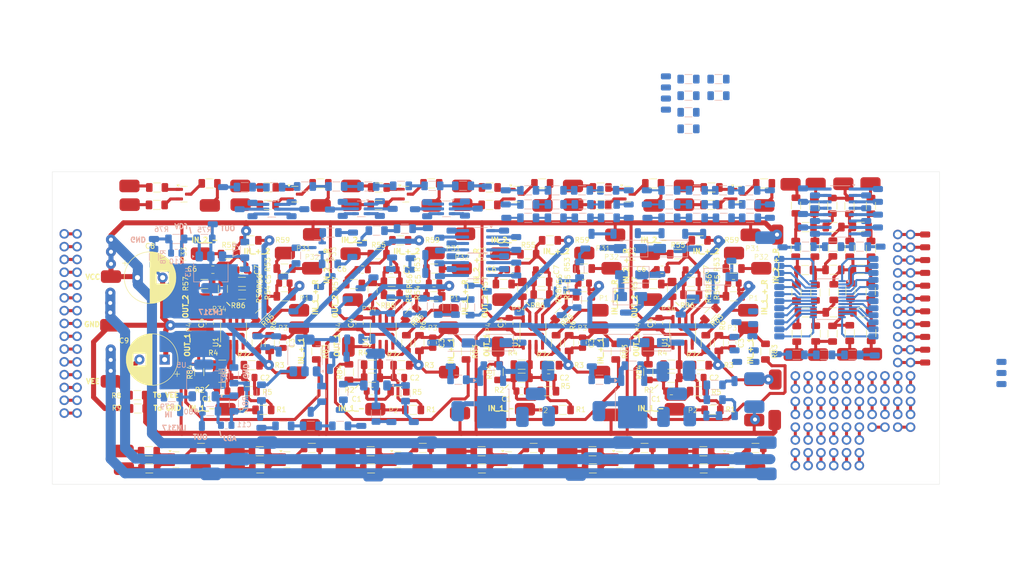
<source format=kicad_pcb>
(kicad_pcb (version 20240108) (generator "pcbnew") (generator_version "8.0")
  (layers (0 "F.Cu" signal) (31 "B.Cu" signal) (34 "B.Paste" user) (35 "F.Paste" user) (36 "B.SilkS" user "B.Silkscreen") (37 "F.SilkS" user "F.Silkscreen") (38 "B.Mask" user) (39 "F.Mask" user) (44 "Edge.Cuts" user))
  (net 0 "")
  (net 1 "Net-(U1A--)")
  (net 2 "Net-(C1-Pad2)")
  (net 3 "Net-(C2-Pad2)")
  (net 4 "GND")
  (net 5 "Net-(U1A-+)")
  (net 6 "Net-(U1C-V-)")
  (net 7 "VCC")
  (net 8 "Net-(U1B-+)")
  (net 9 "Net-(C6-Pad2)")
  (net 10 "Net-(U1B--)")
  (net 11 "Net-(C7-Pad2)")
  (net 12 "Net-(P1-Pad1)")
  (net 13 "Net-(P2-Pad1)")
  (net 14 "Net-(P5-Pad1)")
  (net 15 "Net-(P6-Pad1)")
  (net 16 "Net-(P7-Pad1)")
  (net 17 "Net-(P8-Pad1)")
  (net 18 "Net-(P9-Pad1)")
  (net 19 "Net-(P10-Pad1)")
  (net 20 "Net-(P11-Pad1)")
  (net 21 "Net-(P12-Pad1)")
  (net 22 "Net-(P13-Pad1)")
  (net 23 "Net-(P14-Pad1)")
  (net 24 "Net-(P15-Pad1)")
  (net 25 "Net-(P32-Pad1)")
  (net 26 "Net-(P33-Pad1)")
  (net 27 "Net-(Q1-E)")
  (net 28 "Net-(Q1-B)")
  (net 29 "Net-(Q1-C)")
  (net 30 "VEE")
  (net 31 "Net-(R10-Pad2)")
  (net 32 "Net-(R11-Pad2)")
  (net 33 "Net-(R12-Pad2)")
  (net 34 "Net-(R13-Pad2)")
  (net 35 "Net-(R14-Pad2)")
  (net 36 "Net-(R15-Pad2)")
  (net 37 "Net-(R16-Pad2)")
  (net 38 "Net-(R17-Pad2)")
  (net 39 "Net-(R18-Pad2)")
  (net 40 "Net-(R19-Pad2)")
  (net 41 "Net-(R20-Pad2)")
  (net 42 "Net-(R21-Pad2)")
  (net 43 "Net-(P29-Pad1)")
  (net 44 "Net-(P30-Pad1)")
  (net 45 "Net-(P35-Pad1)")
  (net 46 "Net-(Q2-E)")
  (net 47 "Net-(Q2-B)")
  (net 48 "Net-(Q2-C)")
  (net 49 "Net-(J1-Pin_1)")
  (net 50 "Net-(J3-Pin_1)")
  (net 51 "Net-(J5-Pin_1)")
  (net 52 "Net-(U2-SDA2)")
  (net 53 "Net-(U2-SCL2)")
  (net 54 "Net-(U2-EN)")
  (net 55 "Net-(U2-VREF2)")
  (net 56 "Net-(U2-VREF1)")
  (net 57 "Net-(U2-SCL1)")
  (net 58 "Net-(U2-SDA1)")
  (net 59 "Net-(U2-GND)")
  (net 60 "Net-(U4-AIN2+)")
  (net 61 "Net-(U4-AIN1-)")
  (net 62 "Net-(U4-AIN1+)")
  (net 63 "Net-(U4-AIN2-)")
  (net 64 "Net-(U4-AIN3+)")
  (net 65 "Net-(U4-AIN3-)")
  (net 66 "Net-(U4-AIN4+{slash}REFIN2+)")
  (net 67 "Net-(U4-AIN4-{slash}REFIN2-)")
  (net 68 "Net-(U4-AVDD)")
  (net 69 "Net-(U4-AIN5+{slash}IOUT2)")
  (net 70 "Net-(U4-AIN5-{slash}IOUT1)")
  (net 71 "Net-(U4-AIN6+{slash}P1)")
  (net 72 "Net-(U4-AIN6-{slash}P2)")
  (net 73 "Net-(U4-DOUT{slash}~{RDY})")
  (net 74 "Net-(U4-REFIN1+)")
  (net 75 "Net-(U4-REFIN1-)")
  (net 76 "Net-(U4-PSW)")
  (net 77 "Net-(U4-DIN)")
  (net 78 "Net-(U4-~{CS})")
  (net 79 "Net-(U4-SCLK)")
  (net 80 "Net-(U4-DVDD)")
  (net 81 "Net-(U4-CLK)")
  (net 82 "Net-(U4-GND)")
  (net 83 "unconnected-(U4-NC-Pad4)")
  (net 84 "Net-(P58-Pad1)")
  (net 85 "Net-(P59-Pad1)")
  (net 86 "Net-(P60-Pad1)")
  (net 87 "Net-(P61-Pad1)")
  (net 88 "Net-(P62-Pad1)")
  (net 89 "Net-(P63-Pad1)")
  (net 90 "Net-(R41-Pad2)")
  (net 91 "Net-(R42-Pad2)")
  (net 92 "Net-(R43-Pad2)")
  (net 93 "Net-(R44-Pad2)")
  (net 94 "Net-(R45-Pad2)")
  (net 95 "Net-(R46-Pad2)")
  (net 96 "Net-(R47-Pad2)")
  (net 97 "Net-(R48-Pad2)")
  (net 98 "Net-(R49-Pad2)")
  (net 99 "Net-(P64-Pad1)")
  (net 100 "Net-(Q3-D)")
  (net 101 "Net-(Q3-S)")
  (net 106 "Net-(Q3-G)")
  (net 107 "Net-(D1-K)")
  (net 108 "Net-(D1-A)")
  (net 109 "Net-(D2-A)")
  (net 110 "Net-(D3-K)")
  (net 111 "Net-(D3-A)")
  (net 112 "Net-(D4-A)")
  (net 113 "Net-(D5-A)")
  (net 114 "Net-(D5-K)")
  (net 115 "Net-(D6-A)")
  (net 116 "Net-(D7-A)")
  (net 117 "Net-(D7-K)")
  (net 118 "Net-(D8-A)")
  (net 119 "Net-(D10-K)")
  (net 120 "Net-(D9-K)")
  (net 121 "Net-(D10-A)")
  (net 122 "Net-(P111-Pad1)")
  (net 123 "Net-(P112-Pad1)")
  (net 124 "Net-(P113-Pad1)")
  (net 125 "Net-(P114-Pad1)")
  (net 126 "Net-(R66-Pad2)")
  (net 127 "Net-(R67-Pad2)")
  (net 128 "Net-(R69-Pad2)")
  (net 129 "Net-(R70-Pad2)")
  (net 142 "Net-(P127-Pad1)")
  (net 143 "Net-(P128-Pad1)")
  (net 144 "Net-(R72-Pad2)")
  (net 145 "Net-(R73-Pad2)")
  (net 146 "Net-(U3-ADJ)")
  (net 147 "Net-(C10-Pad1)")
  (net 148 "Net-(C11-Pad1)")
  (net 149 "Net-(U5-ADJ)")
  (net 150 "Net-(U3-VI)")
  (net 151 "Net-(U3-VO)")
  (net 152 "Net-(U5-VI)")
  (net 153 "Net-(U5-VO)")
  (net 154 "Net-(P4-Pad1)")
  (net 155 "Net-(P34-Pad1)")
  (net 156 "Net-(U6-SCL1)")
  (net 157 "Net-(U6-SDA1)")
  (net 158 "Net-(U6-VREF1)")
  (net 159 "Net-(U6-GND)")
  (net 160 "Net-(U6-VREF2)")
  (net 161 "Net-(U6-EN)")
  (net 162 "Net-(U6-SCL2)")
  (net 163 "Net-(U6-SDA2)")
  (net 164 "Net-(P143-Pad1)")
  (net 165 "Net-(P144-Pad1)")
  (net 166 "Net-(P145-Pad1)")
  (net 167 "Net-(P146-Pad1)")
  (net 168 "Net-(R87-Pad2)")
  (net 169 "Net-(R88-Pad2)")
  (net 170 "Net-(R89-Pad2)")
  (net 171 "Net-(R90-Pad2)")
  (net 172 "Net-(R91-Pad2)")
  (net 173 "Net-(R92-Pad2)")
  (net 174 "Net-(R93-Pad2)")
  (net 175 "Net-(R94-Pad2)")
  (net 176 "Net-(R95-Pad2)")
  (net 177 "Net-(R97-Pad2)")
  (net 178 "Net-(P147-Pad1)")
  (net 179 "Net-(P148-Pad1)")
  (net 180 "Net-(P149-Pad1)")
  (net 181 "Net-(P150-Pad1)")
  (net 182 "Net-(P151-Pad1)")
  (net 183 "Net-(P152-Pad1)")
  (net 184 "Net-(Q4-B)")
  (net 185 "Net-(Q4-E)")
  (net 186 "Net-(Q4-C)")
  (net 187 "Net-(Q5-E)")
  (net 188 "Net-(Q5-C)")
  (net 189 "Net-(Q5-B)")
  (net 190 "Net-(U7-GND)")
  (net 191 "Net-(U7-REF)")
  (net 192 "Net-(U7-V+)")
  (net 193 "Net-(U7-+)")
  (net 194 "Net-(U7--)")
  (net 195 "Net-(P158-Pad1)")
  (net 196 "Net-(U8-+)")
  (net 197 "Net-(U8--)")
  (net 198 "Net-(U8-V+)")
  (net 199 "Net-(U8-GND)")
  (net 200 "Net-(U8-REF)")
  (net 201 "Net-(P164-Pad1)")
  (net 202 "Net-(U9-+)")
  (net 203 "Net-(U9--)")
  (net 204 "Net-(U9-V+)")
  (net 205 "Net-(U9-GND)")
  (net 206 "Net-(U9-REF)")
  (net 207 "Net-(P170-Pad1)")
  (net 208 "Net-(R105-Pad1)")
  (net 209 "Net-(R105-Pad2)")
  (net 210 "Net-(R106-Pad2)")
  (net 211 "Net-(P171-Pad1)")
  (net 212 "Net-(P172-Pad1)")
  (net 213 "Net-(P173-Pad1)")
  (net 214 "Net-(P174-Pad1)")
  (net 215 "Net-(P175-Pad1)")
  (net 216 "Net-(P176-Pad1)")
  (net 217 "Net-(U10-VI)")
  (net 218 "Net-(U10-VO)")
  (net 219 "Net-(U10-ADJ)")
  (net 220 "Net-(U11-VO)")
  (net 221 "Net-(U11-VI)")
  (net 222 "Net-(U11-ADJ)")
  (net 223 "Net-(P177-Pad1)")
  (net 224 "Net-(P178-Pad1)")
  (net 225 "Net-(P179-Pad1)")
  (net 226 "Net-(P180-Pad1)")
  (net 227 "Net-(P181-Pad1)")
  (net 228 "Net-(P182-Pad1)")
  (net 229 "Net-(P183-Pad1)")
  (net 230 "Net-(P184-Pad1)")
  (net 231 "Net-(R114-Pad2)")
  (net 232 "Net-(R115-Pad2)")
  (net 233 "Net-(R117-Pad2)")
  (net 234 "Net-(R118-Pad2)")
  (net 235 "Net-(R120-Pad2)")
  (net 236 "Net-(R121-Pad2)")
  (net 237 "Net-(R124-Pad2)")
  (net 238 "Net-(P185-Pad1)")
  (net 239 "Net-(P187-Pad1)")
  (net 240 "Net-(P189-Pad1)")
  (net 241 "Net-(P191-Pad1)")
  (net 242 "Net-(P193-Pad1)")
  (net 243 "Net-(P195-Pad1)")
  (net 244 "Net-(P197-Pad1)")
  (net 245 "Net-(P199-Pad1)")
  (net 246 "Net-(P201-Pad1)")
  (net 247 "Net-(P203-Pad1)")
  (net 248 "Net-(P205-Pad1)")
  (net 249 "Net-(P207-Pad1)")
  (net 250 "Net-(P209-Pad1)")
  (net 251 "Net-(P211-Pad1)")
  (footprint "Resistor_SMD:R_1206_3216Metric_Pad1.30x1.75mm_HandSolder" (layer "F.Cu") (at 163.151 68.199 -135)
    (property "Reference" "R85")
    (property "Value" "R")
  )
  (footprint "Resistor_SMD:R_1206_3216Metric_Pad1.30x1.75mm_HandSolder" (layer "F.Cu") (at 210.232 79.756 90)
    (property "Reference" "R84")
    (property "Value" "R")
  )
  (footprint "Resistor_SMD:R_1206_3216Metric_Pad1.30x1.75mm_HandSolder" (layer "F.Cu") (at 108.966 86.9696 180)
    (property "Reference" "R9")
    (property "Value" "R")
  )
  (footprint "Library:Hole_1.2mm" (layer "F.Cu") (at 247.015 85.598)
    (property "Reference" "J2" (hide yes))
    (property "Value" "Conn_01x01_Socket")
  )
  (footprint "Library:Hole_1.2mm" (layer "F.Cu") (at 254.635 90.678)
    (property "Reference" "J1" (hide yes))
    (property "Value" "Conn_01x01_Socket")
  )
  (footprint "Library:Hole_1.2mm" (layer "F.Cu") (at 94.361 54.864 90)
    (property "Reference" "J5" (hide yes))
    (property "Value" "Conn_01x01_Socket")
  )
  (footprint "Resistor_SMD:R_1206_3216Metric_Pad1.30x1.75mm_HandSolder" (layer "F.Cu") (at 130.9624 83.5406 180)
    (property "Reference" "R5")
    (property "Value" "R")
  )
  (footprint "Resistor_SMD:R_1206_3216Metric_Pad1.30x1.75mm_HandSolder" (layer "F.Cu") (at 127.0254 56.3626)
    (property "Reference" "R55")
    (property "Value" "R")
  )
  (footprint "Resistor_SMD:R_1206_3216Metric_Pad1.30x1.75mm_HandSolder" (layer "F.Cu") (at 239.6236 63.9832 -90)
    (property "Reference" "R21" (hide yes))
    (property "Value" "R")
  )
  (footprint "Library:SMDpad_4x2.5mm" (layer "F.Cu") (at 106.1997 98.9076)
    (property "Reference" "P15" (hide yes))
    (property "Value" "SMDpad")
  )
  (footprint "Resistor_SMD:R_1206_3216Metric_Pad1.30x1.75mm_HandSolder" (layer "F.Cu") (at 247.0404 63.8816 -90)
    (property "Reference" "R62" (hide yes))
    (property "Value" "R")
  )
  (footprint "Package_TO_SOT_SMD:SOT-23" (layer "F.Cu") (at 182.5121 97.1296)
    (property "Reference" "Q1" (hide yes))
    (property "Value" "MMBT2222A")
  )
  (footprint "Package_SO:SOIC-8_3.9x4.9mm_P1.27mm" (layer "F.Cu") (at 127.9398 71.8566 90)
    (property "Reference" "U1")
    (property "Value" "LM358")
  )
  (footprint "Resistor_SMD:R_1206_3216Metric_Pad1.30x1.75mm_HandSolder" (layer "F.Cu") (at 185.1046 80.8736 180)
    (property "Reference" "R2")
    (property "Value" "R")
  )
  (footprint "Resistor_SMD:R_1206_3216Metric_Pad1.30x1.75mm_HandSolder" (layer "F.Cu") (at 214.8046 80.8736 180)
    (property "Reference" "R2")
    (property "Value" "R")
  )
  (footprint "Library:Hole_1.2mm" (layer "F.Cu") (at 259.715 72.771 90)
    (property "Reference" "J3" (hide yes))
    (property "Value" "Conn_01x01_Socket")
  )
  (footprint "Library:SMDpad_4x2.5mm" (layer "F.Cu") (at 203.6572 52.5272)
    (property "Reference" "P20" (hide yes))
    (property "Value" "SMDpad")
  )
  (footprint "Library:Hole_1.2mm" (layer "F.Cu") (at 241.935 80.518)
    (property "Reference" "J2" (hide yes))
    (property "Value" "Conn_01x01_Socket")
  )
  (footprint "Library:SMDpad_4x2.5mm" (layer "F.Cu") (at 187.4397 99.0092)
    (property "Reference" "P14" (hide yes))
    (property "Value" "SMDpad")
  )
  (footprint "Resistor_SMD:R_1206_3216Metric_Pad1.30x1.75mm_HandSolder" (layer "F.Cu") (at 112.7252 46.5836 180)
    (property "Reference" "R40" (hide yes))
    (property "Value" "R")
  )
  (footprint "Resistor_SMD:R_1206_3216Metric_Pad1.30x1.75mm_HandSolder" (layer "F.Cu") (at 162.2372 73.9902 -90)
    (property "Reference" "R7")
    (property "Value" "R")
  )
  (footprint "Library:SMDpad_4x2.5mm" (layer "F.Cu") (at 180.8628 56.261)
    (property "Reference" "P33")
    (property "Value" "SMDpad")
  )
  (footprint "Library:Hole_1.2mm" (layer "F.Cu") (at 244.475 98.298)
    (property "Reference" "J1" (hide yes))
    (property "Value" "Conn_01x01_Socket")
  )
  (footprint "Library:SMDpad_4x2.5mm" (layer "F.Cu") (at 235.3056 89.2556 90)
    (property "Reference" "P25" (hide yes))
    (property "Value" "SMDpad")
  )
  (footprint "Library:SMDpad_4x2.5mm" (layer "F.Cu") (at 167.833 56.134)
    (property "Reference" "P31")
    (property "Value" "SMDpad")
  )
  (footprint "Capacitor_SMD:C_0805_2012Metric_Pad1.18x1.45mm_HandSolder" (layer "F.Cu") (at 123.2408 70.0239 90)
    (property "Reference" "C4")
    (property "Value" "C")
  )
  (footprint "Resistor_SMD:R_1206_3216Metric_Pad1.30x1.75mm_HandSolder" (layer "F.Cu") (at 239.6744 72.162 -90)
    (property "Reference" "R25" (hide yes))
    (property "Value" "R")
  )
  (footprint "Capacitor_SMD:C_0805_2012Metric_Pad1.18x1.45mm_HandSolder" (layer "F.Cu") (at 212.9465 59.436 180)
    (property "Reference" "C6")
    (property "Value" "C")
  )
  (footprint "Package_SO:SOIC-8_3.9x4.9mm_P1.27mm" (layer "F.Cu") (at 187.3398 71.8566 90)
    (property "Reference" "U1")
    (property "Value" "LM358")
  )
  (footprint "Resistor_SMD:R_1206_3216Metric_Pad1.30x1.75mm_HandSolder" (layer "F.Cu") (at 111.2289 98.8568 180)
    (property "Reference" "R37" (hide yes))
    (property "Value" "R")
  )
  (footprint "Resistor_SMD:R_1206_3216Metric_Pad1.30x1.75mm_HandSolder" (layer "F.Cu") (at 133.2289 98.8568 180)
    (property "Reference" "R37" (hide yes))
    (property "Value" "R")
  )
  (footprint "Resistor_SMD:R_1206_3216Metric_Pad1.30x1.75mm_HandSolder" (layer "F.Cu") (at 254.4064 55.2964 -90)
    (property "Reference" "R14" (hide yes))
    (property "Value" "R")
  )
  (footprint "Library:SMDpad_4x2.5mm" (layer "F.Cu") (at 173.2896 42.8244)
    (property "Reference" "P29" (hide yes))
    (property "Value" "SMDpad")
  )
  (footprint "Library:SMDpad_4x2.5mm" (layer "F.Cu") (at 211.2408 46.6852)
    (property "Reference" "P30" (hide yes))
    (property "Value" "SMDpad")
  )
  (footprint "Library:Hole_1.2mm" (layer "F.Cu") (at 244.475 95.758)
    (property "Reference" "J1" (hide yes))
    (property "Value" "Conn_01x01_Socket")
  )
  (footprint "Library:Hole_1.2mm" (layer "F.Cu") (at 96.901 62.484 90)
    (property "Reference" "J6" (hide yes))
    (property "Value" "Conn_01x01_Socket")
  )
  (footprint "MountingHole:MountingHole_3.2mm_M3" (layer "F.Cu") (at 139.573 84.455)
    (property "Reference" "H5" (hide yes))
    (property "Value" "MountingHole")
  )
  (footprint "Resistor_SMD:R_1206_3216Metric_Pad1.30x1.75mm_HandSolder" (layer "F.Cu") (at 227.1822 64.7192)
    (property "Reference" "R54")
    (property "Value" "R")
  )
  (footprint "Resistor_SMD:R_1206_3216Metric_Pad1.30x1.75mm_HandSolder" (layer "F.Cu") (at 250.3424 63.6784 -90)
    (property "Reference" "R19" (hide yes))
    (property "Value" "R")
  )
  (footprint "Library:Hole_1.2mm" (layer "F.Cu") (at 249.555 90.678)
    (property "Reference" "J1" (hide yes))
    (property "Value" "Conn_01x01_Socket")
  )
  (footprint "Library:SMDpad_4x2.5mm" (layer "F.Cu") (at 210.5628 56.261)
    (property "Reference" "P33")
    (property "Value" "SMDpad")
  )
  (footprint "MountingHole:MountingHole_3.2mm_M3" (layer "F.Cu") (at 262 96)
    (property "Reference" "H2" (hide yes))
    (property "Value" "MountingHole")
  )
  (footprint "Library:Hole_1.2mm" (layer "F.Cu") (at 94.361 70.104 90)
    (property "Reference" "J5" (hide yes))
    (property "Value" "Conn_01x01_Socket")
  )
  (footprint "Library:SMDpad_4x2.5mm" (layer "F.Cu") (at 231.2416 81.28)
    (property "Reference" "P51" (hide yes))
    (property "Value" "SMDpad")
  )
  (footprint "Resistor_SMD:R_1206_3216Metric_Pad1.30x1.75mm_HandSolder" (layer "F.Cu") (at 190.718 53.6194)
    (property "Reference" "R59")
    (property "Value" "R")
  )
  (footprint "Library:SMDpad_4x2.5mm" (layer "F.Cu") (at 200.3192 70.9422)
    (property "Reference" "P3")
    (property "Value" "SMDpad")
  )
  (footprint "Resistor_SMD:R_1206_3216Metric_Pad1.30x1.75mm_HandSolder" (layer "F.Cu") (at 221.2289 98.8568 180)
    (property "Reference" "R37" (hide yes))
    (property "Value" "R")
  )
  (footprint "Resistor_SMD:R_1206_3216Metric_Pad1.30x1.75mm_HandSolder" (layer "F.Cu") (at 187.4905 94.7928 180)
    (property "Reference" "R35" (hide yes))
    (property "Value" "R")
  )
  (footprint "Library:Hole_1.2mm" (layer "F.Cu") (at 96.901 72.644 90)
    (property "Reference" "J6" (hide yes))
    (property "Value" "Conn_01x01_Socket")
  )
  (footprint "Capacitor_SMD:C_0805_2012Metric_Pad1.18x1.45mm_HandSolder" (layer "F.Cu") (at 125.7046 83.5152 180)
    (property "Reference" "C1")
    (property "Value" "C")
  )
  (footprint "Resistor_SMD:R_1206_3216Metric_Pad1.30x1.75mm_HandSolder" (layer "F.Cu") (at 138.0568 59.2074 180)
    (property "Reference" "R53")
    (property "Value" "R")
  )
  (footprint "Resistor_SMD:R_1206_3216Metric_Pad1.30x1.75mm_HandSolder" (layer "F.Cu") (at 161.018 53.6194)
    (property "Reference" "R59")
    (property "Value" "R")
  )
  (footprint "Resistor_SMD:R_1206_3216Metric_Pad1.30x1.75mm_HandSolder" (layer "F.Cu") (at 155.531 63.246 -90)
    (property "Reference" "R86")
    (property "Value" "R")
  )
  (footprint "Library:SMDpad_4x2.5mm" (layer "F.Cu") (at 151.2896 42.8244)
    (property "Reference" "P29" (hide yes))
    (property "Value" "SMDpad")
  )
  (footprint "Library:SMDpad_4x2.5mm" (layer "F.Cu") (at 216.1997 98.9076)
    (property "Reference" "P15" (hide yes))
    (property "Value" "SMDpad")
  )
  (footprint "Resistor_SMD:R_1206_3216Metric_Pad1.30x1.75mm_HandSolder" (layer "F.Cu") (at 254.3988 46.7784 -90)
    (property "Reference" "R10" (hide yes))
    (property "Value" "R")
  )
  (footprint "Library:SMDpad_4x2.5mm" (layer "F.Cu") (at 172.1489 95.4024)
    (property "Reference" "P13" (hide yes))
    (property "Value" "SMDpad")
  )
  (footprint "Resistor_SMD:R_1206_3216Metric_Pad1.30x1.75mm_HandSolder" (layer "F.Cu") (at 125.7046 78.2828)
    (property "Reference" "R4")
    (property "Value" "R")
  )
  (footprint "Library:Hole_1.2mm" (layer "F.Cu") (at 247.015 80.518)
    (property "Reference" "J2" (hide yes))
    (property "Value" "Conn_01x01_Socket")
  )
  (footprint "Capacitor_SMD:C_0805_2012Metric_Pad1.18x1.45mm_HandSolder" (layer "F.Cu") (at 129.5654 59.4868 180)
    (property "Reference" "C7")
    (property "Value" "C")
  )
  (footprint "Library:Hole_1.2mm" (layer "F.Cu") (at 94.361 52.324 90)
    (property "Reference" "J5" (hide yes))
    (property "Value" "Conn_01x01_Socket")
  )
  (footprint "Capacitor_SMD:C_0805_2012Metric_Pad1.18x1.45mm_HandSolder" (layer "F.Cu") (at 218.6654 59.4868 180)
    (property "Reference" "C7")
    (property "Value" "C")
  )
  (footprint "Resistor_SMD:R_1206_3216Metric_Pad1.30x1.75mm_HandSolder" (layer "F.Cu") (at 211.2486 62.2808)
    (property "Reference" "R57")
    (property "Value" "R")
  )
  (footprint "MountingHole:MountingHole_3.2mm_M3" (layer "F.Cu") (at 262 46)
    (property "Reference" "H1" (hide yes))
    (property "Value" "MountingHole")
  )
  (footprint "Library:SMDpad_4x2.5mm" (layer "F.Cu") (at 138.133 56.134)
    (property "Reference" "P31")
    (property "Value" "SMDpad")
  )
  (footprint "Library:Hole_1.2mm" (layer "F.Cu") (at 259.715 52.451 90)
    (property "Reference" "J3" (hide yes))
    (property "Value" "Conn_01x01_Socket")
  )
  (footprint "Resistor_SMD:R_1206_3216Metric_Pad1.30x1.75mm_HandSolder" (layer "F.Cu") (at 156.7252 46.5836 180)
    (property "Reference" "R40" (hide yes))
    (property "Value" "R")
  )
  (footprint "Resistor_SMD:R_1206_3216Metric_Pad1.30x1.75mm_HandSolder" (layer "F.Cu") (at 222.776 43.1292)
    (property "Reference" "R38" (hide yes))
    (property "Value" "R")
  )
  (footprint "Library:Hole_1.2mm" (layer "F.Cu") (at 262.255 80.518)
    (property "Reference" "J2" (hide yes))
    (property "Value" "Conn_01x01_Socket")
  )
  (footprint "Library:SMDpad_4x2.5mm" (layer "F.Cu") (at 151.1628 56.261)
    (property "Reference" "P33")
    (property "Value" "SMDpad")
  )
  (footprint "Library:SMDpad_4x2.5mm" (layer "F.Cu") (at 121.4397 99.0092)
    (property "Reference" "P14" (hide yes))
    (property "Value" "SMDpad")
  )
  (footprint "Resistor_SMD:R_1206_3216Metric_Pad1.30x1.75mm_HandSolder" (layer "F.Cu") (at 211.19 42.3164 180)
    (property "Reference" "R39" (hide yes))
    (property "Value" "R")
  )
  (footprint "Library:SMDpad_4x2.5mm" (layer "F.Cu") (at 243.9416 76.2768 180)
    (property "Reference" "P10" (hide yes))
    (property "Value" "SMDpad")
  )
  (footprint "Resistor_SMD:R_1206_3216Metric_Pad1.30x1.75mm_HandSolder" (layer "F.Cu") (at 218.741 64.389)
    (property "Reference" "R58")
    (property "Value" "R")
  )
  (footprint "Library:SMDpad_2x1.2mm" (layer "F.Cu") (at 265.1506 75.311)
    (property "Reference" "P36" (hide yes))
    (property "Value" "SMDpad")
  )
  (footprint "Resistor_SMD:R_1206_3216Metric_Pad1.30x1.75mm_HandSolder" (layer "F.Cu") (at 252.3744 50.9276 180)
    (property "Reference" "R26" (hide yes))
    (property "Value" "R")
  )
  (footprint "Resistor_SMD:R_1206_3216Metric_Pad1.30x1.75mm_HandSolder" (layer "F.Cu") (at 125.7046 80.8736 180)
    (property "Reference" "R2")
    (property "Value" "R")
  )
  (footprint "Library:Hole_1.2mm" (layer "F.Cu") (at 259.715 88.138)
    (property "Reference" "J1" (hide yes))
    (property "Value" "Conn_01x01_Socket")
  )
  (footprint "Package_SO:SOIC-8_3.9x4.9mm_P1.27mm" (layer "F.Cu") (at 217.0398 71.8566 90)
    (property "Reference" "U1")
    (property "Value" "LM358")
  )
  (footprint "Resistor_SMD:R_1206_3216Metric_Pad1.30x1.75mm_HandSolder" (layer "F.Cu") (at 111.1533 95.4532)
    (property "Reference" "R36" (hide yes))
    (property "Value" "R")
  )
  (footprint "Library:Hole_1.2mm" (layer "F.Cu") (at 262.255 83.058)
    (property "Reference" "J2" (hide yes))
    (property "Value" "Conn_01x01_Socket")
  )
  (footprint "Library:Hole_1.2mm" (layer "F.Cu") (at 259.715 85.598)
    (property "Reference" "J1" (hide yes))
    (property "Value" "Conn_01x01_Socket")
  )
  (footprint "Library:Hole_1.2mm" (layer "F.Cu") (at 94.361 85.344 90)
    (property "Reference" "J5" (hide yes))
    (property "Value" "Conn_01x01_Socket")
  )
  (footprint "Package_TO_SOT_SMD:SOT-23" (layer "F.Cu") (at 118.11 44.45)
    (property "Reference" "Q2" (hide yes))
    (property "Value" "MMBT2222A")
  )
  (footprint "Library:SMDpad_4x2.5mm" (layer "F.Cu") (at 197.533 56.134)
    (property "Reference" "P31")
    (property "Value" "SMDpad")
  )
  (footprint "Library:SMDpad_4x2.5mm" (layer "F.Cu") (at 185.765 87.122)
    (property "Reference" "P2")
    (property "Value" "SMDpad")
  )
  (footprint "Library:SMDpad_4x2.5mm" (layer "F.Cu") (at 200.3446 67.4878 180)
    (property "Reference" "P1")
    (property "Value" "SMDpad")
  )
  (footprint "Library:SMDpad_4x2.5mm" (layer "F.Cu") (at 123.2408 46.6852)
    (property "Reference" "P30" (hide yes))
    (property "Value" "SMDpad")
  )
  (footprint "Library:Hole_1.2mm" (layer "F.Cu") (at 94.361 75.184 90)
    (property "Reference" "J5" (hide yes))
    (property "Value" "Conn_01x01_Socket")
  )
  (footprint "Resistor_SMD:R_1206_3216Metric_Pad1.30x1.75mm_HandSolder" (layer "F.Cu") (at 156.776 43.1292)
    (property "Reference" "R38" (hide yes))
    (property "Value" "R")
  )
  (footprint "Resistor_SMD:R_1206_3216Metric_Pad1.30x1.75mm_HandSolder" (layer "F.Cu") (at 221.1533 95.4532)
    (property "Reference" "R36" (hide yes))
    (property "Value" "R")
  )
  (footprint "Library:Hole_1.2mm" (layer "F.Cu") (at 259.715 77.851 90)
    (property "Reference" "J3" (hide yes))
    (property "Value" "Conn_01x01_Socket")
  )
  (footprint "Library:Hole_1.2mm" (layer "F.Cu") (at 247.015 93.218)
    (property "Reference" "J2" (hide yes))
    (property "Value" "Conn_01x01_Socket")
  )
  (footprint "Library:SMDpad_2x1.2mm" (layer "F.Cu") (at 265.1506 62.611)
    (property "Reference" "P36" (hide yes))
    (property "Value" "SMDpad")
  )
  (footprint "Capacitor_SMD:C_0805_2012Metric_Pad1.18x1.45mm_HandSolder" (layer "F.Cu") (at 167.7275 62.103)
    (property "Reference" "C5")
    (property "Value" "C")
  )
  (footprint "Library:Hole_1.2mm" (layer "F.Cu") (at 262.255 67.691 90)
    (property "Reference" "J4" (hide yes))
    (property "Value" "Conn_01x01_Socket")
  )
  (footprint "Library:SMDpad_4x2.5mm" (layer "F.Cu") (at 128.1997 98.9076)
    (property "Reference" "P15" (hide yes))
    (property "Value" "SMDpad")
  )
  (footprint "Resistor_SMD:R_1206_3216Metric_Pad1.30x1.75mm_HandSolder" (layer "F.Cu") (at 233.19 42.3164 180)
    (property "Reference" "R39" (hide yes))
    (property "Value" "R")
  )
  (footprint "Library:Hole_1.2mm" (layer "F.Cu") (at 262.255 62.611 90)
    (property "Reference" "J4" (hide yes))
    (property "Value" "Conn_01x01_Socket")
  )
  (footprint "Resistor_SMD:R_1206_3216Metric_Pad1.30x1.75mm_HandSolder" (layer "F.Cu") (at 108.8644 84.328 180)
    (property "Reference" "R8")
    (property "Value" "R")
  )
  (footprint "Capacitor_THT:CP_Radial_D10.0mm_P5.00mm" (layer "F.Cu") (at 114.280077 77.2668 180)
    (property "Reference" "C9")
    (property "Value" "C_Polarized")
  )
  (footprint "Library:SMDpad_4x2.5mm" (layer "F.Cu") (at 140.9446 67.4878 180)
    (property "Reference" "P1")
    (property "Value" "SMDpad")
  )
  (footprint "Library:Hole_1.2mm" (layer "F.Cu") (at 247.015 88.138)
    (property "Reference" "J2" (hide yes))
    (property "Value" "Conn_01x01_Socket")
  )
  (footprint "Library:Hole_1.2mm" (layer "F.Cu") (at 239.395 98.298)
    (property "Reference" "J1" (hide yes))
    (property "Value" "Conn_01x01_Socket")
  )
  (footprint "Resistor_SMD:R_1206_3216Metric_Pad1.30x1.75mm_HandSolder" (layer "F.Cu") (at 190.3624 83.5406 180)
    (property "Reference" "R5")
    (property "Value" "R")
  )
  (footprint "Library:SMDpad_4x2.5mm" (layer "F.Cu") (at 238.4552 42.4948 180)
    (property "Reference" "P8" (hide yes))
    (property "Value" "SMDpad")
  )
  (footprint "Library:SMDpad_4x2.5mm" (layer "F.Cu") (at 254.6096 76.1752 180)
    (property "Reference" "P12" (hide yes))
    (property "Value" "SMDpad")
  )
  (footprint "Library:Hole_1.2mm" (layer "F.Cu") (at 239.395 85.598)
    (property "Reference" "J1" (hide yes))
    (property "Value" "Conn_01x01_Socket")
  )
  (footprint "Resistor_SMD:R_1206_3216Metric_Pad1.30x1.75mm_HandSolder" (layer "F.Cu") (at 220.0624 83.5406 180)
    (property "Reference" "R5")
    (property "Value" "R")
  )
  (footprint "Package_SO:SOIC-8_3.9x4.9mm_P1.27mm" (layer "F.Cu") (at 157.6398 71.8566 90)
    (property "Reference" "U1")
    (property "Value" "LM358")
  )
  (footprint "Library:Hole_1.2mm" (layer "F.Cu") (at 239.395 88.138)
    (property "Reference" "J1" (hide yes))
    (property "Value" "Conn_01x01_Socket")
  )
  (footprint "Resistor_SMD:R_1206_3216Metric_Pad1.30x1.75mm_HandSolder" (layer "F.Cu") (at 163.558 87.249)
    (property "Reference" "R1")
    (property "Value" "R")
  )
  (footprint "Resistor_SMD:R_1206_3216Metric_Pad1.30x1.75mm_HandSolder" (layer "F.Cu") (at 243.2812 55.2964 -90)
    (property "Reference" "R16" (hide yes))
    (property "Value" "R")
  )
  (footprint "Resistor_SMD:R_1206_3216Metric_Pad1.30x1.75mm_HandSolder" (layer "F.Cu") (at 150.832 79.756 90)
    (property "Reference" "R84")
    (property "Value" "R")
  )
  (footprint "Library:SMDpad_4x2.5mm" (layer "F.Cu") (at 143.4397 99.0092)
    (property "Reference" "P14" (hide yes))
    (property "Value" "SMDpad")
  )
  (footprint "Capacitor_SMD:C_0805_2012Metric_Pad1.18x1.45mm_HandSolder" (layer "F.Cu") (at 214.8046 83.5152 180)
    (property "Reference" "C1")
    (property "Value" "C")
  )
  (footprint "Library:Hole_1.2mm" (layer "F.Cu") (at 247.015 83.058)
    (property "Reference" "J2" (hide yes))
    (property "Value" "Conn_01x01_Socket")
  )
  (footprint "Resistor_SMD:R_1206_3216Metric_Pad1.30x1.75mm_HandSolder" (layer "F.Cu") (at 200.776 43.1292)
    (property "Reference" "R38" (hide yes))
    (property "Value" "R")
  )
  (footprint "Library:Hole_1.2mm" (layer "F.Cu") (at 257.175 80.518)
    (property "Reference" "J2" (hide yes))
    (property "Value" "Conn_01x01_Socket")
  )
  (footprint "Library:Hole_1.2mm" (layer "F.Cu") (at 249.555 95.758)
    (property "Reference" "J1" (hide yes))
    (property "Value" "Conn_01x01_Socket")
  )
  (footprint "Resistor_SMD:R_1206_3216Metric_Pad1.30x1.75mm_HandSolder" (layer "F.Cu") (at 203.773 75.692 -90)
    (property "Reference" "R83")
    (property "Value" "R")
  )
  (footprint "Library:SMDpad_4x2.5mm" (layer "F.Cu") (at 167.2408 46.6852)
    (property "Reference" "P30" (hide yes))
    (property "Value" "SMDpad")
  )
  (footprint "Capacitor_SMD:C_0805_2012Metric_Pad1.18x1.45mm_HandSolder" (layer "F.Cu") (at 227.1275 62.103)
    (property "Reference" "C5")
    (property "Value" "C")
  )
  (footprint "Library:SMDpad_4x2.5mm" (layer "F.Cu") (at 181.2946 65.3796)
    (property "Reference" "P34")
    (property "Value" "SMDpad")
  )
  (footprint "Library:SMDpad_4x2.5mm" (layer "F.Cu") (at 103.4796 70.4596)
    (property "Reference" "P18" (hide yes))
    (property "Value" "SMDpad")
  )
  (footprint "Resistor_SMD:R_1206_3216Metric_Pad1.30x1.75mm_HandSolder" (layer "F.Cu") (at 218.7162 61.849 180)
    (property "Reference" "R56")
    (property "Value" "R")
  )
  (footprint "Library:Hole_1.2mm" (layer "F.Cu") (at 247.015 90.678)
    (property "Reference" "J2" (hide yes))
    (property "Value" "Conn_01x01_Socket")
  )
  (footprint "Library:Hole_1.2mm" (layer "F.Cu") (at 241.935 98.298)
    (property "Reference" "J2" (hide yes))
    (property "Value" "Conn_01x01_Socket")
  )
  (footprint "Resistor_SMD:R_1206_3216Metric_Pad1.30x1.75mm_HandSolder" (layer "F.Cu") (at 143.4905 94.7928 180)
    (property "Reference" "R35" (hide yes))
    (property "Value" "R")
  )
  (footprint "Resistor_SMD:R_1206_3216Metric_Pad1.30x1.75mm_HandSolder" (layer "F.Cu") (at 167.7822 64.7192)
    (property "Reference" "R54")
    (property "Value" "R")
  )
  (footprint "Resistor_SMD:R_1206_3216Metric_Pad1.30x1.75mm_HandSolder" (layer "F.Cu") (at 121.4905 94.7928 180)
    (property "Reference" "R35" (hide yes))
    (property "Value" "R")
  )
  (footprint "Library:Hole_1.2mm" (layer "F.Cu") (at 262.255 52.451 90)
    (property "Reference" "J4" (hide yes))
    (property "Value" "Conn_01x01_Socket")
  )
  (footprint "Resistor_SMD:R_1206_3216Metric_Pad1.30x1.75mm_HandSolder" (layer "F.Cu") (at 165.4905 94.7928 180)
    (property "Reference" "R35" (hide yes))
    (property "Value" "R")
  )
  (footprint "Library:Hole_1.2mm" (layer "F.Cu") (at 262.255 60.071 90)
    (property "Reference" "J4" (hide yes))
    (property "Value" "Conn_01x01_Socket")
  )
  (footprint "Package_TO_SOT_SMD:SOT-23" (layer "F.Cu") (at 138.5121 97.1296)
    (property "Reference" "Q1" (hide yes))
    (property "Value" "MMBT2222A")
  )
  (footprint "Library:Hole_1.2mm" (layer "F.Cu") (at 249.555 93.218)
    (property "Reference" "J1" (hide yes))
    (property "Value" "Conn_01x01_Socket")
  )
  (footprint "Resistor_SMD:R_1206_3216Metric_Pad1.30x1.75mm_HandSolder" (layer "F.Cu") (at 129.641 64.389)
    (property "Reference" "R58")
    (property "Value" "R")
  )
  (footprint "Resistor_SMD:R_1206_3216Metric_Pad1.30x1.75mm_HandSolder" (layer "F.Cu") (at 233.473 75.692 -90)
    (property "Reference" "R83")
    (property "Value" "R")
  )
  (footprint "Resistor_SMD:R_1206_3216Metric_Pad1.30x1.75mm_HandSolder" (layer "F.Cu") (at 199.2289 98.8568 180)
    (property "Reference" "R37" (hide yes))
    (property "Value" "R")
  )
  (footprint "Library:SMDpad_4x2.5mm" (layer "F.Cu") (at 180.431 74.7014 90)
    (property "Reference" "P4")
    (property "Value" "SMDpad")
  )
  (footprint "Library:Hole_1.2mm" (layer "F.Cu") (at 247.015 95.758)
    (property "Reference" "J2" (hide yes))
    (property "Value" "Conn_01x01_Socket")
  )
  (footprint "Resistor_SMD:R_1206_3216Metric_Pad1.30x1.75mm_HandSolder" (layer "F.Cu") (at 177.1533 95.4532)
    (property "Reference" "R36" (hide yes))
    (property "Value" "R")
  )
  (footprint "Library:SMDpad_2x1.2mm" (layer "F.Cu") (at 265.1506 52.451)
    (property "Reference" "P36" (hide yes))
    (property "Value" "SMDpad")
  )
  (footprint "Library:SMDpad_4x2.5mm" (layer "F.Cu") (at 235.7628 52.4764 90)
    (property "Reference" "P23" (hide yes))
    (property "Value" "SMDpad")
  )
  (footprint "Library:SMDpad_4x2.5mm" (layer "F.Cu") (at 217.2896 42.8244)
    (property "Reference" "P29" (hide yes))
    (property "Value" "SMDpad")
  )
  (footprint "Library:SMDpad_4x2.5mm" (layer "F.Cu") (at 232.6354 59.1566)
    (property "Reference" "P32")
    (property "Value" "SMDpad")
  )
  (footprint "Library:SMDpad_4x2.5mm" (layer "F.Cu") (at 151.5946 65.3796)
    (property "Reference" "P34")
    (property "Value" "SMDpad")
  )
  (footprint "Resistor_SMD:R_1206_3216Metric_Pad1.30x1.75mm_HandSolder" (layer "F.Cu") (at 155.4046 78.2828)
    (property "Reference" "R4")
    (property "Value" "R")
  )
  (footprint "Resistor_SMD:R_1206_3216Metric_Pad1.30x1.75mm_HandSolder" (layer "F.Cu") (at 222.7252 46.5836 180)
    (property "Reference" "R40" (hide yes))
    (property "Value" "R")
  )
  (footprint "Library:Hole_1.2mm" (layer "F.Cu") (at 249.555 88.138)
    (property "Reference" "J1" (hide yes))
    (property "Value" "Conn_01x01_Socket")
  )
  (footprint "Package_TO_SOT_SMD:SOT-23" (layer "F.Cu") (at 226.5121 97.1296)
    (property "Reference" "Q1" (hide yes))
    (property "Value" "MMBT2222A")
  )
  (footprint "Resistor_SMD:R_1206_3216Metric_Pad1.30x1.75mm_HandSolder" (layer "F.Cu") (at 220.6466 78.3844)
    (property "Reference" "R3")
    (property "Value" "R")
  )
  (footprint "Library:SMDpad_4x2.5mm" (layer "F.Cu") (at 145.2408 46.6852)
    (property "Reference" "P30" (hide yes))
    (property "Value" "SMDpad")
  )
  (footprint "Capacitor_SMD:C_0805_2012Metric_Pad1.18x1.45mm_HandSolder" (layer "F.Cu") (at 152.9408 70.0239 90)
    (property "Reference" "C4")
    (property "Value" "C")
  )
  (footprint "Package_TO_SOT_SMD:SOT-23" (layer "F.Cu") (at 160.5121 97.1296)
    (property "Reference" "Q1" (hide yes))
    (property "Value" "MMBT2222A")
  )
  (footprint "Resistor_SMD:R_1206_3216Metric_Pad1.30x1.75mm_HandSolder" (layer "F.Cu") (at 167.19 42.3164 180)
    (property "Reference" "R39" (hide yes))
    (property "Value" "R")
  )
  (footprint "Capacitor_THT:CP_Radial_D10.0mm_P5.00mm" (layer "F.Cu") (at 108.884323 61.0108)
    (property "Reference" "C8")
    (property "Value" "C_Polarized")
  )
  (footprint "Library:SMDpad_4x2.5mm" (layer "F.Cu") (at 231.2416 89.2556)
    (property "Reference" "P24" (hide yes))
    (property "Value" "SMDpad")
  )
  (footprint "Library:Hole_1.2mm" (layer "F.Cu") (at 244.475 93.218)
    (property "Reference" "J1" (hide yes))
    (property "Value" "Conn_01x01_Socket")
  )
  (footprint "Library:Hole_1.2mm" (layer "F.Cu") (at 262.255 54.991 90)
    (property "Reference" "J4" (hide yes))
    (property "Value" "Conn_01x01_Socket")
  )
  (footprint "Library:SMDpad_4x2.5mm" (layer "F.Cu") (at 209.4397 99.0092)
    (property "Reference" "P14" (hide yes))
    (property "Value" "SMDpad")
  )
  (footprint "Library:SMDpad_4x2.5mm" (layer "F.Cu") (at 126.365 87.122)
    (property "Reference" "P2")
    (property "Value" "SMDpad")
  )
  (footprint "Library:Hole_1.2mm" (layer "F.Cu") (at 94.361 59.944 90)
    (property "Reference" "J5" (hide yes))
    (property "Value" "Conn_01x01_Socket")
  )
  (footprint "Library:SMDpad_4x2.5mm" (layer "F.Cu") (at 103.5812 81.5848)
    (property "Reference" "P17" (hide yes))
    (property "Value" "SMDpad")
  )
  (footprint "Library:Hole_1.2mm" (layer "F.Cu") (at 252.095 83.058)
    (property "Reference" "J2" (hide yes))
    (property "Value" "Conn_01x01_Socket")
  )
  (footprint "Library:Hole_1.2mm" (layer "F.Cu") (at 94.361 67.564 90)
    (property "Reference" "J5" (hide yes))
    (property "Value" "Conn_01x01_Socket")
  )
  (footprint "Library:Hole_1.2mm" (layer "F.Cu") (at 96.901 54.864 90)
    (property "Reference" "J6" (hide yes))
    (property "Value" "Conn_01x01_Socket")
  )
  (footprint "Library:SMDpad_4x2.5mm" (layer "F.Cu") (at 103.632 60.8076)
    (property "Reference" "P16" (hide yes))
    (property "Value" "SMDpad")
  )
  (footprint "Resistor_SMD:R_1206_3216Metric_Pad1.30x1.75mm_HandSolder" (layer "F.Cu") (at 197.4822 64.7192)
    (property "Reference" "R54")
    (property "Value" "R")
  )
  (footprint "Resistor_SMD:R_1206_3216Metric_Pad1.30x1.75mm_HandSolder" (layer "F.Cu") (at 246.9896 50.9784 180)
    (property "Reference" "R27" (hide yes))
    (property "Value" "R")
  )
  (footprint "Library:Hole_1.2mm" (layer "F.Cu") (at 94.361 82.804 90)
    (property "Reference" "J5" (hide yes))
    (property "Value" "Conn_01x01_Socket")
  )
  (footprint "Resistor_SMD:R_1206_3216Metric_Pad1.30x1.75mm_HandSolder" (layer "F.Cu") (at 178.776 43.1292)
    (property "Reference" "R38" (hide yes))
    (property "Value" "R")
  )
  (footprint "Library:SMDpad_4x2.5mm" (layer "F.Cu") (at 150.1997 98.9076)
    (property "Reference" "P15" (hide yes))
    (property "Value" "SMDpad")
  )
  (footprint "Resistor_SMD:R_1206_3216Metric_Pad1.30x1.75mm_HandSolder" (layer "F.Cu") (at 216.1254 56.3626)
    (property "Reference" "R55")
    (property "Value" "R")
  )
  (footprint "Package_TO_SOT_SMD:SOT-23" (layer "F.Cu") (at 228.11 44.45)
    (property "Reference" "Q2" (hide yes))
    (property "Value" "MMBT2222A")
  )
  (footprint "Library:SMDpad_4x2.5mm" (layer "F.Cu") (at 210.9946 65.3796)
    (property "Reference" "P34")
    (property "Value" "SMDpad")
  )
  (footprint "Resistor_SMD:R_1206_3216Metric_Pad1.30x1.75mm_HandSolder" (layer "F.Cu") (at 178.7252 46.5836 180)
    (property "Reference" "R40" (hide yes))
    (property "Value" "R")
  )
  (footprint "Library:SMDpad_4x2.5mm" (layer "F.Cu") (at 140.462 79.883)
    (property "Reference" "P48" (hide yes))
    (property "Value" "SMDpad")
  )
  (footprint "Library:Hole_1.2mm" (layer "F.Cu") (at 254.635 85.598)
    (property "Reference" "J1" (hide yes))
    (property "Value" "Conn_01x01_Socket")
  )
  (footprint "Capacitor_SMD:C_0805_2012Metric_Pad1.18x1.45mm_HandSolder" (layer "F.Cu") (at 159.2654 59.4868 180)
    (property "Reference" "C7")
    (property "Value" "C")
  )
  (footprint "Resistor_SMD:R_1206_3216Metric_Pad1.30x1.75mm_HandSolder" (layer "F.Cu") (at 186.4254 56.3626)
    (property "Reference" "R55")
    (property "Value" "R")
  )
  (footprint "Library:SMDpad_4x2.5mm" (layer "F.Cu") (at 143.129 90.297)
    (property "Reference" "P26" (hide yes))
    (property "Value" "SMDpad")
  )
  (footprint "Library:Hole_1.2mm" (layer "F.Cu") (at 252.095 95.758)
    (property "Reference" "J2" (hide yes))
    (property "Value" "Conn_01x01_Socket")
  )
  (footprint "Resistor_SMD:R_1206_3216Metric_Pad1.30x1.75mm_HandSolder" (layer "F.Cu") (at 222.958 87.249)
    (property "Reference" "R1")
    (property "Value" "R")
  )
  (footprint "Library:SMDpad_2x1.2mm" (layer "F.Cu") (at 265.1506 72.771)
    (property "Reference" "P36" (hide yes))
    (property "Value" "SMDpad")
  )
  (footprint "Capacitor_SMD:C_0805_2012Metric_Pad1.18x1.45mm_HandSolder" (layer "F.Cu") (at 167.4696 73.914 -90)
    (property "Reference" "C3")
    (property "Value" "C")
  )
  (footprint "Library:Hole_1.2mm" (layer "F.Cu") (at 249.555 98.298)
    (property "Reference" "J1" (hide yes))
    (property "Value" "Conn_01x01_Socket")
  )
  (footprint "Capacitor_SMD:C_0805_2012Metric_Pad1.18x1.45mm_HandSolder" (layer "F.Cu") (at 226.8696 73.914 -90)
    (property "Reference" "C3")
    (property "Value" "C")
  )
  (footprint "Library:Hole_1.2mm" (layer "F.Cu") (at 241.935 93.218)
    (property "Reference" "J2" (hide yes))
    (property "Value" "Conn_01x01_Socket")
  )
  (footprint "Library:Hole_1.2mm" (layer "F.Cu") (at 96.901 82.804 90)
    (property "Reference" "J6" (hide yes))
    (property "Value" "Conn_01x01_Socket")
  )
  (footprint "Capacitor_SMD:C_0805_2012Metric_Pad1.18x1.45mm_HandSolder" (layer "F.Cu") (at 197.4275 62.103)
    (property "Reference" "C5")
    (property "Value" "C")
  )
  (footprint "Resistor_SMD:R_1206_3216Metric_Pad1.30x1.75mm_HandSolder" (layer "F.Cu") (at 131.5466 78.3844)
    (property "Reference" "R3")
    (property "Value" "R")
  )
  (footprint "Resistor_SMD:R_1206_3216Metric_Pad1.30x1.75mm_HandSolder" (layer "F.Cu") (at 190.9466 78.3844)
    (property "Reference" "R3")
    (property "Value" "R")
  )
  (footprint "Resistor_SMD:R_1206_3216Metric_Pad1.30x1.75mm_HandSolder" (layer "F.Cu") (at 155.2289 98.8568 180)
    (property "Reference" "R37" (hide yes))
    (property "Value" "R")
  )
  (footprint "Library:Hole_1.2mm" (layer "F.Cu") (at 259.715 65.151 90)
    (property "Reference" "J3" (hide yes))
    (property "Value" "Conn_01x01_Socket")
  )
  (footprint "Library:Hole_1.2mm" (layer "F.Cu") (at 244.475 88.138)
    (property "Reference" "J1" (hide yes))
    (property "Value" "Conn_01x01_Socket")
  )
  (footprint "Library:SMDpad_4x2.5mm" (layer "F.Cu") (at 173.2354 59.1566)
    (property "Reference" "P32")
    (property "Value" "SMDpad")
  )
  (footprint "Resistor_SMD:R_1206_3216Metric_Pad1.30x1.75mm_HandSolder" (layer "F.Cu") (at 123.19 42.3164 180)
    (property "Reference" "R39" (hide yes))
    (property "Value" "R")
  )
  (footprint "Capacitor_SMD:C_0805_2012Metric_Pad1.18x1.45mm_HandSolder" (layer "F.Cu") (at 190.464 80.8228)
    (property "Reference" "C2")
    (property "Value" "C")
  )
  (footprint "MountingHole:MountingHole_3.2mm_M3" (layer "F.Cu") (at 98 46)
    (property "Reference" "H4" (hide yes))
    (property "Value" "MountingHole")
  )
  (footprint "Resistor_SMD:R_1206_3216Metric_Pad1.30x1.75mm_HandSolder" (layer "F.Cu") (at 185.1046 78.2828)
    (property "Reference" "R4")
    (property "Value" "R")
  )
  (footprint "Resistor_SMD:R_1206_3216Metric_Pad1.30x1.75mm_HandSolder" (layer "F.Cu") (at 181.5486 62.2808)
    (property "Reference" "R57")
    (property "Value" "R")
  )
  (footprint "Resistor_SMD:R_1206_3216Metric_Pad1.30x1.75mm_HandSolder" (layer "F.Cu") (at 133.858 87.249)
    (property "Reference" "R1")
    (property "Value" "R")
  )
  (footprint "Library:SMDpad_4x2.5mm" (layer "F.Cu") (at 254.3048 42.3424 180)
    (property "Reference" "P5" (hide yes))
    (property "Value" "SMDpad")
  )
  (footprint "Library:Hole_1.2mm" (layer "F.Cu") (at 96.901 52.324 90)
    (property "Reference" "J6" (hide yes))
    (property "Value" "Conn_01x01_Socket")
  )
  (footprint "Resistor_SMD:R_1206_3216Metric_Pad1.30x1.75mm_HandSolder" (layer "F.Cu") (at 174.073 75.692 -90)
    (property "Reference" "R83")
    (property "Value" "R")
  )
  (footprint "Resistor_SMD:R_1206_3216Metric_Pad1.30x1.75mm_HandSolder" (layer "F.Cu") (at 138.0822 64.7192)
    (property "Reference" "R54")
    (property "Value" "R")
  )
  (footprint "Resistor_SMD:R_1206_3216Metric_Pad1.30x1.75mm_HandSolder" (layer "F.Cu") (at 155.4046 80.8736 180)
    (property "Reference" "R2")
    (property "Value" "R")
  )
  (footprint "Capacitor_SMD:C_0805_2012Metric_Pad1.18x1.45mm_HandSolder" (layer "F.Cu") (at 188.9654 59.4868 180)
    (property "Reference" "C7")
    (property "Value" "C")
  )
  (footprint "Library:Hole_1.2mm" (layer "F.Cu") (at 96.901 85.344 90)
    (property "Reference" "J6" (hide yes))
    (property "Value" "Conn_01x01_Socket")
  )
  (footprint "Resistor_SMD:R_1206_3216Metric_Pad1.30x1.75mm_HandSolder" (layer "F.Cu") (at 254.4572 72.0096 -90)
    (property "Reference" "R22" (hide yes))
    (property "Value" "R")
  )
  (footprint "Library:Hole_1.2mm" (layer "F.Cu") (at 257.175 90.678)
    (property "Reference" "J2" (hide yes))
    (property "Value" "Conn_01x01_Socket")
  )
  (footprint "Resistor_SMD:R_1206_3216Metric_Pad1.30x1.75mm_HandSolder" (layer "F.Cu") (at 254.3556 63.7292 -90)
    (property "Reference" "R18" (hide yes))
    (property "Value" "R")
  )
  (footprint "Library:SMDpad_4x2.5mm" (layer "F.Cu") (at 239.0648 76.2768 180)
    (property "Reference" "P9" (hide yes))
    (property "Value" "SMDpad")
  )
  (footprint "Capacitor_SMD:C_0805_2012Metric_Pad1.18x1.45mm_HandSolder" (layer "F.Cu") (at 212.3408 70.0239 90)
    (property "Reference" "C4")
    (property "Value" "C")
  )
  (footprint "Resistor_SMD:R_1206_3216Metric_Pad1.30x1.75mm_HandSolder" (layer "F.Cu") (at 135.128 73.9902 -90)
    (property "Reference" "R6")
    (property "Value" "R")
  )
  (footprint "Resistor_SMD:R_1206_3216Metric_Pad1.30x1.75mm_HandSolder" (layer "F.Cu") (at 132.5372 73.9902 -90)
    (property "Reference" "R7")
    (property "Value" "R")
  )
  (footprint "Library:SMDpad_4x2.5mm" (layer "F.Cu") (at 165.4397 99.0092)
    (property "Reference" "P14" (hide yes))
    (property "Value" "SMDpad")
  )
  (footprint "Library:Hole_1.2mm" (layer "F.Cu") (at 262.255 77.851 90)
    (property "Reference" "J4" (hide yes))
    (property "Value" "Conn_01x01_Socket")
  )
  (footprint "Library:SMDpad_4x2.5mm" (layer "F.Cu") (at 150.1489 95.4024)
    (property "Reference" "P13" (hide yes))
    (property "Value" "SMDpad")
  )
  (footprint "Library:Hole_1.2mm" (layer "F.Cu") (at 94.361 57.404 90)
    (property "Reference" "J5" (hide yes))
    (property "Value" "Conn_01x01_Socket")
  )
  (footprint "Library:Hole_1.2mm" (layer "F.Cu") (at 239.395 95.758)
    (property "Reference" "J1" (hide yes))
    (property "Value" "Conn_01x01_Socket")
  )
  (footprint "Capacitor_SMD:C_0805_2012Metric_Pad1.18x1.45mm_HandSolder" (layer "F.Cu") (at 123.8465 59.436 180)
    (property "Reference" "C6")
    (property "Value" "C")
  )
  (footprint "Library:SMDpad_4x2.5mm" (layer "F.Cu") (at 121.4628 56.261)
    (property "Reference" "P33")
    (property "Value" "SMDpad")
  )
  (footprint "Library:SMDpad_4x2.5mm" (layer "F.Cu") (at 129.2896 42.8244)
    (property "Reference" "P29" (hide yes))
    (property "Value" "SMDpad")
  )
  (footprint "Library:Hole_1.2mm" (layer "F.Cu") (at 94.361 77.724 90)
    (property "Reference" "J5" (hide yes))
    (property "Value" "Conn_01x01_Socket")
  )
  (footprint "Library:Hole_1.2mm" (layer "F.Cu") (at 259.715 54.991 90)
    (property "Reference" "J3" (hide yes))
    (property "Value" "Conn_01x01_Socket")
  )
  (footprint "Resistor_SMD:R_1206_3216Metric_Pad1.30x1.75mm_HandSolder" (layer "F.Cu") (at 243.4336 72.1112 -90)
    (property "Reference" "R24" (hide yes))
    (property "Value" "R")
  )
  (footprint "Library:SMDpad_4x2.5mm" (layer "F.Cu") (at 172.1997 98.9076)
    (property "Reference" "P15" (hide yes))
    (property "Value" "SMDpad")
  )
  (footprint "Library:SMDpad_4x2.5mm" (layer "F.Cu") (at 107.2896 42.8244)
    (property "Reference" "P29" (hide yes))
    (property "Value" "SMDpad")
  )
  (footprint "Library:Hole_1.2mm" (layer "F.Cu") (at 249.555 83.058)
    (property "Reference" "J1" (hide yes))
    (property "Value" "Conn_01x01_Socket")
  )
  (footprint "Library:Hole_1.2mm" (layer "F.Cu") (at 96.901 70.104 90)
    (property "Reference" "J6" (hide yes))
    (property "Value" "Conn_01x01_Socket")
  )
  (footprint "Resistor_SMD:R_1206_3216Metric_Pad1.30x1.75mm_HandSolder" (layer "F.Cu") (at 246.9896 67.8948 180)
    (property "Reference" "R33" (hide yes))
    (property "Value" "R")
  )
  (footprint "Library:Hole_1.2mm" (layer "F.Cu") (at 96.901 57.404 90)
    (property "Reference" "J6" (hide yes))
    (property "Value" "Conn_01x01_Socket")
  )
  (footprint "Capacitor_SMD:C_0805_2012Metric_Pad1.18x1.45mm_HandSolder" (layer "F.Cu") (at 160.764 80.8228)
    (property "Reference" "C2")
    (property "Value" "C")
  )
  (footprint "Library:SMDpad_4x2.5mm" (layer "F.Cu") (at 217.3404 46.5328)
    (property "Reference" "P35" (hide yes))
    (property "Value" "SMDpad")
  )
  (footprint "Library:Hole_1.2mm" (layer "F.Cu") (at 262.255 85.598)
    (property "Reference" "J2" (hide yes))
    (property "Value" "Conn_01x01_Socket")
  )
  (footprint "Library:SMDpad_2x1.2mm" (layer "F.Cu") (at 265.1506 54.991)
    (property "Reference" "P36" (hide yes))
    (property "Value" "SMDpad")
  )
  (footprint "Resistor_SMD:R_1206_3216Metric_Pad1.30x1.75mm_HandSolder" (layer "F.Cu") (at 159.341 64.389)
    (property "Reference" "R58")
    (property "Value" "R")
  )
  (footprint "Resistor_SMD:R_1206_3216Metric_Pad1.30x1.75mm_HandSolder" (layer "F.Cu") (at 246.7356 46.762 -90)
    (property "Reference" "R60" (hide yes))
    (property "Value" "R")
  )
  (footprint "Library:Hole_1.2mm" (layer "F.Cu") (at 259.715 60.071 90)
    (property "Reference" "J3" (hide yes))
    (property "Value" "Conn_01x01_Socket")
  )
  (footprint "Library:SMDpad_4x2.5mm" (layer "F.Cu") (at 248.92 42.3932 180)
    (property "Reference" "P6" (hide yes))
    (property "Value" "SMDpad")
  )
  (footprint "Library:SMDpad_4x2.5mm" (layer "F.Cu") (at 249.682 76.226 180)
    (property "Reference" "P11" (hide yes))
    (property "Value" "SMDpad")
  )
  (footprint "Library:SMDpad_4x2.5mm" (layer "F.Cu") (at 128.1489 95.4024)
    (property "Reference" "P13" (hide yes))
    (property "Value" "SMDpad")
  )
  (footprint "Library:Hole_1.2mm" (layer "F.Cu") (at 239.395 83.058)
    (property "Reference" "J1" (hide yes))
    (property "Value" "Conn_01x01_Socket")
  )
  (footprint "Library:Hole_1.2mm" (layer "F.Cu") (at 96.901 65.024 90)
    (property "Reference" "J6" (hide yes))
    (property "Value" "Conn_01x01_Socket")
  )
  (footprint "Library:Hole_1.2mm" (layer "F.Cu") (at 259.715 80.518)
    (property "Reference" "J1" (hide yes))
    (property "Value" "Conn_01x01_Socket")
  )
  (footprint "Resistor_SMD:R_1206_3216Metric_Pad1.30x1.75mm_HandSolder" (layer "F.Cu") (at 227.1568 59.2074 180)
    (property "Reference" "R53")
    (property "Value" "R")
  )
  (footprint "Library:Hole_1.2mm" (layer "F.Cu") (at 262.255 70.231 90)
    (property "Reference" "J4" (hide yes))
    (property "Value" "Conn_01x01_Socket")
  )
  (footprint "Resistor_SMD:R_1206_3216Metric_Pad1.30x1.75mm_HandSolder" (layer "F.Cu") (at 243.3828 63.9832 -90)
    (property "Reference" "R20" (hide yes))
    (property "Value" "R")
  )
  (footprint "Library:SMDpad_4x2.5mm" (layer "F.Cu") (at 170.688 79.756)
    (property "Reference" "P49" (hide yes))
    (property "Value" "SMDpad")
  )
  (footprint "Resistor_SMD:R_1206_3216Metric_Pad1.30x1.75mm_HandSolder" (layer "F.Cu") (at 159.3162 61.849 180)
    (property "Reference" "R56")
    (property "Value" "R")
  )
  (footprint "Resistor_SMD:R_1206_3216Metric_Pad1.30x1.75mm_HandSolder" (layer "F.Cu") (at 164.828 73.9902 -90)
    (property "Reference" "R6")
    (property "Value" "R")
  )
  (footprint "Library:SMDpad_4x2.5mm" (layer "F.Cu") (at 150.731 74.7014 90)
    (property "Reference" "P4")
    (property "Value" "SMDpad")
  )
  (footprint "Resistor_SMD:R_1206_3216Metric_Pad1.30x1.75mm_HandSolder" (layer "F.Cu") (at 145.19 42.3164 180)
    (property "Reference" "R39" (hide yes))
    (property "Value" "R")
  )
  (footprint "Resistor_SMD:R_1206_3216Metric_Pad1.30x1.75mm_HandSolder" (layer "F.Cu") (at 214.931 63.246 -90)
    (property "Reference" "R86")
    (property "Value" "R")
  )
  (footprint "Library:Hole_1.2mm" (layer "F.Cu") (at 241.935 85.598)
    (property "Reference" "J2" (hide yes))
    (property "Value" "Conn_01x01_Socket")
  )
  (footprint "Library:SMDpad_4x2.5mm" (layer "F.Cu") (at 200.66 79.756)
    (property "Reference" "P50" (hide yes))
    (property "Value" "SMDpad")
  )
  (footprint "Library:Hole_1.2mm" (layer "F.Cu") (at 239.395 90.678)
    (property "Reference" "J1" (hide yes))
    (property "Value" "Conn_01x01_Socket")
  )
  (footprint "Library:Hole_1.2mm" (layer "F.Cu") (at 254.635 80.518)
    (property "Reference" "J1" (hide yes))
    (property "Value" "Conn_01x01_Socket")
  )
  (footprint "Library:SMDpad_4x2.5mm" (layer "F.Cu") (at 231.4397 99.0092)
    (property "Reference" "P14" (hide yes))
    (property "Value" "SMDpad")
  )
  (footprint "Resistor_SMD:R_1206_3216Metric_Pad1.30x1.75mm_HandSolder" (layer "F.Cu") (at 155.1533 95.4532)
    (property "Reference" "R36" (hide yes))
    (property "Value" "R")
  )
  (footprint "Library:SMDpad_4x2.5mm" (layer "F.Cu") (at 189.2408 46.6852)
    (property "Reference" "P30" (hide yes))
    (property "Value" "SMDpad")
  )
  (footprint "Library:Hole_1.2mm" (layer "F.Cu") (at 96.901 87.884 90)
    (property "Reference" "J6" (hide yes))
    (property "Value" "Conn_01x01_Socket")
  )
  (footprint "Library:Hole_1.2mm" (layer "F.Cu") (at 262.255 90.678)
    (property "Reference" "J2" (hide yes))
    (property "Value" "Conn_01x01_Socket")
  )
  (footprint "Library:SMDpad_4x2.5mm" (layer "F.Cu") (at 143.5354 59.1566)
    (property "Reference" "P32")
    (property "Value" "SMDpad")
  )
  (footprint "Library:Hole_1.2mm" (layer "F.Cu") (at 94.361 65.024 90)
    (property "Reference" "J5" (hide yes))
    (property "Value" "Conn_01x01_Socket")
  )
  (footprint "Library:SMDpad_4x2.5mm" (layer "F.Cu") (at 156.065 87.122)
    (property "Reference" "P2")
    (property "Value" "SMDpad")
  )
  (footprint "MountingHole:MountingHole_3.2mm_M3" (layer "F.Cu") (at 196.469 84.074)
    (property "Reference" "H7" (hide yes))
    (property "Value" "MountingHole")
  )
  (footprint "Library:Hole_1.2mm" (layer "F.Cu") (at 252.095 80.518)
    (property "Reference" "J2" (hide yes))
    (property "Value" "Conn_01x01_Socket")
  )
  (footprint "Resistor_SMD:R_1206_3216Metric_Pad1.30x1.75mm_HandSolder" (layer "F.Cu") (at 185.231 63.246 -90)
    (property "Reference" "R86")
    (property "Value" "R")
  )
  (footprint "Capacitor_SMD:C_0805_2012Metric_Pad1.18x1.45mm_HandSolder" (layer "F.Cu") (at 185.1046 83.5152 180)
    (property "Reference" "C1")
    (property "Value" "C")
  )
  (footprint "Library:Hole_1.2mm" (layer "F.Cu") (at 96.901 77.724 90)
    (property "Reference" "J6" (hide yes))
    (property "Value" "Conn_01x01_Socket")
  )
  (footprint "Library:SMDpad_4x2.5mm" (layer "F.Cu") (at 227.233 56.134)
    (property "Reference" "P31")
    (property "Value" "SMDpad")
  )
  (footprint "Resistor_SMD:R_1206_3216Metric_Pad1.30x1.75mm_HandSolder" (layer "F.Cu") (at 129.6162 61.849 180)
    (property "Reference" "R56")
    (property "Value" "R")
  )
  (footprint "Resistor_SMD:R_1206_3216Metric_Pad1.30x1.75mm_HandSolder" (layer "F.Cu") (at 189.19 42.3164 180)
    (property "Reference" "R39" (hide yes))
    (property "Value" "R")
  )
  (footprint "Library:SMDpad_4x2.5mm" (layer "F.Cu") (at 230.0192 70.9422)
    (property "Reference" "P3")
    (property "Value" "SMDpad")
  )
  (footprint "Resistor_SMD:R_1206_3216Metric_Pad1.30x1.75mm_HandSolder" (layer "F.Cu") (at 252.476 67.8948 180)
    (property "Reference" "R32" (hide yes))
    (property "Value" "R")
  )
  (footprint "Resistor_SMD:R_1206_3216Metric_Pad1.30x1.75mm_HandSolder" (layer "F.Cu") (at 121.132 79.756 90)
    (property "Reference" "R84")
    (property "Value" "R")
  )
  (footprint "Library:SMDpad_4x2.5mm" (layer "F.Cu") (at 121.031 74.7014 90)
    (property "Reference" "P4")
    (property "Value" "SMDpad")
  )
  (footprint "Resistor_SMD:R_1206_3216Metric_Pad1.30x1.75mm_HandSolder" (layer "F.Cu") (at 239.522 46.7112 -90)
    (property "Reference" "R13" (hide yes))
    (property "Value" "R")
  )
  (footprint "Library:SMDpad_4x2.5mm" (layer "F.Cu") (at 195.3404 46.5328)
    (property "Reference" "P35" (hide yes))
    (property "Value" "SMDpad")
  )
  (footprint "Library:Hole_1.2mm" (layer "F.Cu") (at 249.555 80.518)
    (property "Reference" "J1" (hide yes))
    (property "Value" "Conn_01x01_Socket")
  )
  (footprint "Resistor_SMD:R_1206_3216Metric_Pad1.30x1.75mm_HandSolder" (layer "F.Cu") (at 221.6372 73.9902 -90)
    (property "Reference" "R7")
    (property "Value" "R")
  )
  (footprint "Library:Hole_1.2mm" (layer "F.Cu") (at 244.475 85.598)
    (property "Reference" "J1" (hide yes))
    (property "Value" "Conn_01x01_Socket")
  )
  (footprint "Resistor_SMD:R_1206_3216Metric_Pad1.30x1.75mm_HandSolder" (layer "F.Cu") (at 246.7864 72.136 -90)
    (property "Reference" "R63" (hide yes))
    (property "Value" "R")
  )
  (footprint "Library:Hole_1.2mm" (layer "F.Cu") (at 252.095 90.678)
    (property "Reference" "J2" (hide yes))
    (property "Value" "Conn_01x01_Socket")
  )
  (footprint "Resistor_SMD:R_1206_3216Metric_Pad1.30x1.75mm_HandSolder" (layer "F.Cu") (at 180.532 79.756 90)
    (property "Reference" "R84")
    (property "Value" "R")
  )
  (footprint "Capacitor_SMD:C_0805_2012Metric_Pad1.18x1.45mm_HandSolder" (layer "F.Cu") (at 131.064 80.8228)
    (property "Reference" "C2")
    (property "Value" "C")
  )
  (footprint "Library:SMDpad_4x2.5mm" (layer "F.Cu") (at 233.2408 46.6852)
    (property "Reference" "P30" (hide yes))
    (property "Value" "SMDpad")
  )
  (footprint "Resistor_SMD:R_1206_3216Metric_Pad1.30x1.75mm_HandSolder" (layer "F.Cu") (at 241.4524 50.9784 180)
    (property "Reference" "R28" (hide yes))
    (property "Value" "R")
  )
  (footprint "Resistor_SMD:R_1206_3216Metric_Pad1.30x1.75mm_HandSolder" (layer "F.Cu") (at 246.8372 55.2456 -90)
    (property "Reference" "R61" (hide yes))
    (property "Value" "R")
  )
  (footprint "Resistor_SMD:R_1206_3216Metric_Pad1.30x1.75mm_HandSolder" (layer "F.Cu") (at 144.373 75.692 -90)
    (property "Reference" "R83")
    (property "Value" "R")
  )
  (footprint "Library:SMDpad_4x2.5mm" (layer "F.Cu") (at 235.4072 81.2292 -90)
    (property "Reference" "P52" (hide yes))
    (property "Value" "SMDpad")
  )
  (footprint "Library:SMDpad_2x1.2mm" (layer "F.Cu") (at 265.1506 57.531)
    (property "Reference" "P36" (hide yes))
    (property "Value" "SMDpad")
  )
  (footprint "Library:SMDpad_4x2.5mm" (layer "F.Cu") (at 230.5304 52.5272)
    (property "Reference" "P19" (hide yes))
    (property "Value" "SMDpad")
  )
  (footprint "Library:Hole_1.2mm" (layer "F.Cu") (at 96.901 67.564 90)
    (property "Reference" "J6" (hide yes))
    (property "Value" "Conn_01x01_Socket")
  )
  (footprint "Resistor_SMD:R_1206_3216Metric_Pad1.30x1.75mm_HandSolder" (layer "F.Cu") (at 197.4568 59.2074 180)
    (property "Reference" "R53")
    (property "Value" "R")
  )
  (footprint "Library:Hole_1.2mm" (layer "F.Cu") (at 252.095 93.218)
    (property "Reference" "J2" (hide yes))
    (property "Value" "Conn_01x01_Socket")
  )
  (footprint "Package_TO_SOT_SMD:SOT-23" (layer "F.Cu") (at 206.11 44.45)
    (property "Reference" "Q2" (hide yes))
    (property "Value" "MMBT2222A")
  )
  (footprint "Library:SMDpad_2x1.2mm" (layer "F.Cu") (at 265.1506 70.231)
    (property "Reference" "P36" (hide yes))
    (property "Value" "SMDpad")
  )
  (footprint "Resistor_SMD:R_1206_3216Metric_Pad1.30x1.75mm_HandSolder" (layer "F.Cu") (at 112.776 43.1292)
    (property "Reference" "R38" (hide yes))
    (property "Value" "R")
  )
  (footprint "Library:SMDpad_4x2.5mm" (layer "F.Cu") (at 243.4336 42.444 180)
    (property "Reference" "P7" (hide yes))
    (property "Value" "SMDpad")
  )
  (footprint "Resistor_SMD:R_1206_3216Metric_Pad1.30x1.75mm_HandSolder" (layer "F.Cu") (at 200.7252 46.5836 180)
    (property "Reference" "R40" (hide yes))
    (property "Value" "R")
  )
  (footprint "Library:Hole_1.2mm" (layer "F.Cu") (at 239.395 93.218)
    (property "Reference" "J1" (hide yes))
    (property "Value" "Conn_01x01_Socket")
  )
  (footprint "Library:SMDpad_4x2.5mm" (layer "F.Cu") (at 210.131 74.7014 90)
    (property "Reference" "P4")
    (property "Value" "SMDpad")
  )
  (footprint "Resistor_SMD:R_1206_3216Metric_Pad1.30x1.75mm_HandSolder" (layer "F.Cu") (at 222.551 68.199 -135)
    (property "Reference" "R85")
    (property "Value" "R")
  )
  (footprint "Resistor_SMD:R_1206_3216Metric_Pad1.30x1.75mm_HandSolder" (layer "F.Cu") (at 209.4905 94.7928 180)
    (property "Reference" "R35" (hide yes))
    (property "Value" "R")
  )
  (footprint "Library:SMDpad_4x2.5mm" (layer "F.Cu") (at 173.3404 46.5328)
    (property "Reference" "P35" (hide yes))
    (property "Value" "SMDpad")
  )
  (footprint "Library:Hole_1.2mm" (layer "F.Cu") (at 259.715 83.058)
    (property "Reference" "J1" (hide yes))
    (property "Value" "Conn_01x01_Socket")
  )
  (footprint "Resistor_SMD:R_1206_3216Metric_Pad1.30x1.75mm_HandSolder" (layer "F.Cu") (at 125.831 63.246 -90)
    (property "Reference" "R86")
    (property "Value" "R")
  )
  (footprint "Resistor_SMD:R_1206_3216Metric_Pad1.30x1.75mm_HandSolder" (layer "F.Cu") (at 250.19 72.0096 -90)
    (property "Reference" "R23" (hide yes))
    (property "Value" "R")
  )
  (footprint "Capacitor_SMD:C_0805_2012Metric_Pad1.18x1.45mm_HandSolder" (layer "F.Cu") (at 155.4046 83.5152 180)
    (property "Reference" "C1")
    (property "Value" "C")
  )
  (footprint "Package_TO_SOT_SMD:SOT-23" (layer "F.Cu") (at 204.5121 97.1296)
    (property "Reference" "Q1" (hide yes))
    (property "Value" "MMBT2222A")
  )
  (footprint "Resistor_SMD:R_1206_3216Metric_Pad1.30x1.75mm_HandSolder" (layer "F.Cu") (at 156.7254 56.3626)
    (property "Reference" "R55")
    (property "Value" "R")
  )
  (footprint "Resistor_SMD:R_1206_3216Metric_Pad1.30x1.75mm_HandSolder" (layer "F.Cu") (at 199.1533 95.4532)
    (property "Reference" "R36" (hide yes))
    (property "Value" "R")
  )
  (footprint "Library:SMDpad_4x2.5mm" (layer "F.Cu") (at 194.1489 95.4024)
    (property "Reference" "P13" (hide yes))
    (property "Value" "SMDpad")
  )
  (footprint "Library:Hole_1.2mm" (layer "F.Cu") (at 96.901 59.944 90)
    (property "Reference" "J6" (hide yes))
    (property "Value" "Conn_01x01_Socket")
  )
  (footprint "Library:Hole_1.2mm" (layer "F.Cu") (at 257.175 85.598)
    (property "Reference" "J2" (hide yes))
    (property "Value" "Conn_01x01_Socket")
  )
  (footprint "Library:Hole_1.2mm" (layer "F.Cu") (at 94.361 62.484 90)
    (property "Reference" "J5" (hide yes))
    (property "Value" "Conn_01x01_Socket")
  )
  (footprint "Resistor_SMD:R_1206_3216Metric_Pad1.30x1.75mm_HandSolder" (layer "F.Cu") (at 161.2466 78.3844)
    (property "Reference" "R3")
    (property "Value" "R")
  )
  (footprint "Resistor_SMD:R_1206_3216Metric_Pad1.30x1.75mm_HandSolder" (layer "F.Cu") (at 189.041 64.389)
    (property "Reference" "R58")
    (property "Value" "R")
  )
  (footprint "Library:SMDpad_4x2.5mm" (layer "F.Cu") (at 143.7132 52.4256)
    (property "Reference" "P21" (hide yes))
    (property "Value" "SMDpad")
  )
  (footprint "Resistor_SMD:R_1206_3216Metric_Pad1.30x1.75mm_HandSolder" (layer "F.Cu") (at 133.451 68.199 -135)
    (property "Reference" "R85")
    (property "Value" "R")
  )
  (footprint "Resistor_SMD:R_1206_3216Metric_Pad1.30x1.75mm_HandSolder" (layer "F.Cu") (at 241.3508 59.5128 180)
    (property "Reference" "R31" (hide yes))
    (property "Value" "R")
  )
  (footprint "Library:Hole_1.2mm" (layer "F.Cu") (at 257.175 83.058)
    (property "Reference" "J2" (hide yes))
    (property "Value" "Conn_01x01_Socket")
  )
  (footprint "Library:Hole_1.2mm" (layer "F.Cu") (at 262.255 65.151 90)
    (property "Reference" "J4" (hide yes))
    (property "Value" "Conn_01x01_Socket")
  )
  (footprint "Resistor_SMD:R_1206_3216Metric_Pad1.30x1.75mm_HandSolder" (layer "F.Cu") (at 220.418 53.6194)
    (property "Reference" "R59")
    (property "Value" "R")
  )
  (footprint "Resistor_SMD:R_1206_3216Metric_Pad1.30x1.75mm_HandSolder" (layer "F.Cu") (at 177.2289 98.8568 180)
    (property "Reference" "R37" (hide yes))
    (property "Value" "R")
  )
  (footprint "Library:Hole_1.2mm" (layer "F.Cu") (at 241.935 90.678)
    (property "Reference" "J2" (hide yes))
    (property "Value" "Conn_01x01_Socket")
  )
  (footprint "Package_TO_SOT_SMD:SOT-23" (layer "F.Cu") (at 162.11 44.45)
    (property "Reference" "Q2" (hide yes))
    (property "Value" "MMBT2222A")
  )
  (footprint "Library:Hole_1.2mm" (layer "F.Cu") (at 262.255 88.138)
    (property "Reference" "J2" (hide yes))
    (property "Value" "Conn_01x01_Socket")
  )
  (footprint "Library:SMDpad_4x2.5mm" (layer "F.Cu") (at 129.3404 46.5328)
    (property "Reference" "P35" (hide yes))
    (property "Value" "SMDpad")
  )
  (footprint "Library:Hole_1.2mm" (layer "F.Cu") (at 241.935 88.138)
    (property "Reference" "J2" (hide yes))
    (property "Value" "Conn_01x01_Socket")
  )
  (footprint "Library:Hole_1.2mm" (layer "F.Cu") (at 262.255 57.531 90)
    (property "Reference" "J4" (hide yes))
    (property "Value" "Conn_01x01_Socket")
  )
  (footprint "Resistor_SMD:R_1206_3216Metric_Pad1.30x1.75mm_HandSolder" (layer "F.Cu") (at 239.4712 55.2964 -90)
    (property "Reference" "R17" (hide yes))
    (property "Value" "R")
  )
  (footprint "Library:Hole_1.2mm" (layer "F.Cu") (at 241.935 95.758)
    (property "Reference" "J2" (hide yes))
    (property "Value" "Conn_01x01_Socket")
  )
  (footprint "Capacitor_SMD:C_0805_2012Metric_Pad1.18x1.45mm_HandSolder" (layer "F.Cu") (at 220.164 80.8228)
    (property "Reference" "C2")
    (property "Value" "C")
  )
  (footprint "Library:Hole_1.2mm" (layer "F.Cu") (at 252.095 98.298)
    (property "Reference" "J2" (hide yes))
    (property "Value" "Conn_01x01_Socket")
  )
  (footprint "Library:SMDpad_2x1.2mm" (layer "F.Cu") (at 265.1506 60.071)
    (property "Reference" "P36" (hide yes))
    (property "Value" "SMDpad")
  )
  (footprint "Library:Hole_1.2mm" (layer "F.Cu") (at 239.395 80.518)
    (property "Reference" "J1" (hide yes))
    (property "Value" "Conn_01x01_Socket")
  )
  (footprint "Package_TO_SOT_SMD:SOT-23" (layer "F.Cu") (at 116.5121 97.1296)
    (property "Reference" "Q1" (hide yes))
    (property "Value" "MMBT2222A")
  )
  (footprint "Library:SMDpad_4x2.5mm" (layer "F.Cu") (at 172.8724 87.884)
    (property "Reference" "P27" (hide yes))
    (property "Value" "SMDpad")
  )
  (footprint "Capacitor_SMD:C_0805_2012Metric_Pad1.18x1.45mm_HandSolder" (layer "F.Cu") (at 182.6408 70.0239 90)
    (property "Reference" "C4")
    (property "Value" "C")
  )
  (footprint "Library:Hole_1.2mm" (layer "F.Cu") (at 94.361 72.644 90)
    (property "Reference" "J5" (hide yes))
    (property "Value" "Conn_01x01_Socket")
  )
  (footprint "Capacitor_SMD:C_0805_2012Metric_Pad1.18x1.45mm_HandSolder" (layer "F.Cu") (at 138.0275 62.103)
    (property "Reference" "C5")
    (property "Value" "C")
  )
  (footprint "Library:Hole_1.2mm" (layer "F.Cu") (at 259.715 67.691 90)
    (property "Reference" "J3" (hide yes))
    (property "Value" "Conn_01x01_Socket")
  )
  (footprint "Library:Hole_1.2mm" (layer "F.Cu") (at 247.015 98.298)
    (property "Reference" "J2" (hide yes))
    (property "Value" "Conn_01x01_Socket")
  )
  (footprint "MountingHole:MountingHole_3.2mm_M3" (layer "F.Cu") (at 98 96)
    (property "Reference" "H3" (hide yes))
    (property "Value" "MountingHole")
  )
  (footprint "Resistor_SMD:R_1206_3216Metric_Pad1.30x1.75mm_HandSolder" (layer "F.Cu") (at 252.3744 59.3604 180)
    (property "Reference" "R29" (hide yes))
    (property "Value" "R")
  )
  (footprint "Library:SMDpad_4x2.5mm" (layer "F.Cu") (at 216.1489 95.4024)
    (property "Reference" "P13" (hide yes))
    (property "Value" "SMDpad")
  )
  (footprint "Resistor_SMD:R_1206_3216Metric_Pad1.30x1.75mm_HandSolder" (layer "F.Cu") (at 192.851 68.199 -135)
    (property "Reference" "R85")
    (property "Value" "R")
  )
  (footprint "Library:SMDpad_4x2.5mm" (layer "F.Cu") (at 170.6192 70.9422)
    (property "Reference" "P3")
    (property "Value" "SMDpad")
  )
  (footprint "Resistor_SMD:R_1206_3216Metric_Pad1.30x1.75mm_HandSolder" (layer "F.Cu") (at 250.1392 46.8128 -90)
    (property "Reference" "R11" (hide yes))
    (property "Value" "R")
  )
  (footprint "Library:SMDpad_4x2.5mm" (layer "F.Cu") (at 195.2896 42.8244)
    (property "Reference" "P29" (hide yes))
    (property "Value" "SMDpad")
  )
  (footprint "Resistor_SMD:R_1206_3216Metric_Pad1.30x1.75mm_HandSolder" (layer "F.Cu") (at 131.318 53.6194)
    (property "Reference" "R59")
    (property "Value" "R")
  )
  (footprint "Library:SMDpad_2x1.2mm" (layer "F.Cu") (at 265.1506 65.151)
    (property "Reference" "P36" (hide yes))
    (property "Value" "SMDpad")
  )
  (footprint "Library:SMDpad_4x2.5mm" (layer "F.Cu") (at 202.8444 88.2396)
    (property "Reference" "P28" (hide yes))
    (property "Value" "SMDpad")
  )
  (footprint "Capacitor_SMD:C_0805_2012Metric_Pad1.18x1.45mm_HandSolder" (layer "F.Cu") (at 153.5465 59.436 180)
    (property "Reference" "C6")
    (property "Value" "C")
  )
  (footprint "Resistor_SMD:R_1206_3216Metric_Pad1.30x1.75mm_HandSolder" (layer "F.Cu") (at 193.258 87.249)
    (property "Reference" "R1")
    (property "Value" "R")
  )
  (footprint "Resistor_SMD:R_1206_3216Metric_Pad1.30x1.75mm_HandSolder" (layer "F.Cu") (at 224.228 73.9902 -90)
    (property "Reference" "R6")
    (property "Value" "R")
  )
  (footprint "Resistor_SMD:R_1206_3216Metric_Pad1.30x1.75mm_HandSolder" (layer "F.Cu") (at 246.9388 59.462 180)
    (property "Reference" "R30" (hide yes))
    (property "Value" "R")
  )
  (footprint "Resistor_SMD:R_1206_3216Metric_Pad1.30x1.75mm_HandSolder" (layer "F.Cu") (at 134.7252 46.5836 180)
    (property "Reference" "R40" (hide yes))
    (property "Value" "R")
  )
  (footprint "Library:SMDpad_4x2.5mm" (layer "F.Cu") (at 230.0446 67.4878 180)
    (property "Reference" "P1")
    (property "Value" "SMDpad")
  )
  (footprint "Library:SMDpad_4x2.5mm" (layer "F.Cu") (at 121.8946 65.3796)
    (property "Reference" "P34")
    (property "Value" "SMDpad")
  )
  (footprint "Library:SMDpad_2x1.2mm" (layer "F.Cu") (at 265.1506 67.691)
    (property "Reference" "P36" (hide yes))
    (property "Value" "SMDpad")
  )
  (footprint "Library:SMDpad_4x2.5mm" (layer "F.Cu") (at 140.9192 70.9422)
    (property "Reference" "P3")
    (property "Value" "SMDpad")
  )
  (footprint "Library:SMDpad_4x2.5mm" (layer "F.Cu") (at 106.1489 95.4024)
    (property "Reference" "P13" (hide yes))
    (property "Value" "SMDpad")
  )
  (footprint "Library:Hole_1.2mm" (layer "F.Cu") (at 252.095 85.598)
    (property "Reference" "J2" (hide yes))
    (property "Value" "Conn_01x01_Socket")
  )
  (footprint "Resistor_SMD:R_1206_3216Metric_Pad1.30x1.75mm_HandSolder" (layer "F.Cu") (at 231.4905 94.7928 180)
    (property "Reference" "R35" (hide yes))
    (property "Value" "R")
  )
  (footprint "Library:Hole_1.2mm" (layer "F.Cu") (at 259.715 62.611 90)
    (property "Reference" "J3" (hide yes))
    (property "Value" "Conn_01x01_Socket")
  )
  (footprint "Capacitor_SMD:C_0805_2012Metric_Pad1.18x1.45mm_HandSolder" (layer "F.Cu") (at 197.1696 73.914 -90)
    (property "Reference" "C3")
    (property "Value" "C")
  )
  (footprint "Library:Hole_1.2mm" (layer "F.Cu") (at 254.635 88.138)
    (property "Reference" "J1" (hide yes))
    (property "Value" "Conn_01x01_Socket")
  )
  (footprint "Library:Hole_1.2mm" (layer "F.Cu") (at 94.361 87.884 90)
    (property "Reference" "J5" (hide yes))
    (property "Value" "Conn_01x01_Socket")
  )
  (footprint "Package_TO_SOT_SMD:SOT-23" (layer "F.Cu") (at 184.11 44.45)
    (property "Reference" "Q2" (hide yes))
    (property "Value" "MMBT2222A")
  )
  (footprint "MountingHole:MountingHole_3.2mm_M3" (layer "F.Cu") (at 168.021 83.947)
    (property "Reference" "H6" (hide yes))
    (property "Value" "MountingHole")
  )
  (footprint "Library:SMDpad_4x2.5mm" (layer "F.Cu") (at 107.3404 46.5328)
    (property "Reference" "P35" (hide yes))
    (property "Value" "SMDpad")
  )
  (footprint "Library:Hole_1.2mm" (layer "F.Cu") (at 259.715 90.678)
    (property "Reference" "J1" (hide yes))
    (property "Value" "Conn_01x01_Socket")
  )
  (footprint "Library:Hole_1.2mm" (layer "F.Cu") (at 244.475 80.518)
    (property "Reference" "J1" (hide yes))
    (property "Value" "Conn_01x01_Socket")
  )
  (footprint "Library:Hole_1.2mm" (layer "F.Cu") (at 262.255 72.771 90)
    (property "Reference" "J4" (hide yes))
    (property "Value" "Conn_01x01_Socket")
  )
  (footprint "Resistor_SMD:R_1206_3216Metric_Pad1.30x1.75mm_HandSolder" (layer "F.Cu") (at 194.528 73.9902 -90)
    (property "Reference" "R6")
    (property "Value" "R")
  )
  (footprint "Library:Hole_1.2mm" (layer "F.Cu") (at 257.175 88.138)
    (property "Reference" "J2" (hide yes))
    (property "Value" "Conn_01x01_Socket")
  )
  (footprint "Library:Hole_1.2mm" (layer "F.Cu") (at 254.635 83.058)
    (property "Reference" "J1" (hide yes))
    (property "Value" "Conn_01x01_Socket")
  )
  (footprint "Library:Hole_1.2mm" (layer "F.Cu") (at 94.361 80.264 90)
    (property "Reference" "J5" (hide yes))
    (property "Value" "Conn_01x01_Socket")
  )
  (footprint "Resistor_SMD:R_1206_3216Metric_Pad1.30x1.75mm_HandSolder" (layer "F.Cu") (at 151.8486 62.2808)
    (property "Reference" "R57")
    (property "Value" "R")
  )
  (footprint "Library:Hole_1.2mm" (layer "F.Cu") (at 259.715 70.231 90)
    (property "Reference" "J3" (hide yes))
    (property "Value" "Conn_01x01_Socket")
  )
  (footprint "Library:SMDpad_4x2.5mm" (layer "F.Cu") (at 215.465 87.122)
    (property "Reference" "P2")
    (property "Value" "SMDpad")
  )
  (footprint "Library:Hole_1.2mm" (layer "F.Cu") (at 241.935 83.058)
    (property "Reference" "J2" (hide yes))
    (property "Value" "Conn_01x01_Socket")
  )
  (footprint "Resistor_SMD:R_1206_3216Metric_Pad1.30x1.75mm_HandSolder" (layer "F.Cu") (at 241.4524 67.8948 180)
    (property "Reference" "R34" (hide yes))
    (property "Value" "R")
  )
  (footprint "Library:SMDpad_4x2.5mm" (layer "F.Cu") (at 202.9354 59.1566)
    (property "Reference" "P32")
    (property "Value" "SMDpad")
  )
  (footprint "Library:Hole_1.2mm" (layer "F.Cu") (at 259.715 75.311 90)
    (property "Reference" "J3" (hide yes))
    (property "Value" "Conn_01x01_Socket")
  )
  (footprint "Resistor_SMD:R_1206_3216Metric_Pad1.30x1.75mm_HandSolder" (layer "F.Cu") (at 243.1796 46.762 -90)
    (property "Reference" "R12" (hide yes))
    (property "Value" "R")
  )
  (footprint "Library:Hole_1.2mm" (layer "F.Cu") (at 244.475 90.678)
    (property "Reference" "J1" (hide yes))
    (property "Value" "Conn_01x01_Socket")
  )
  (footprint "Capacitor_SMD:C_0805_2012Metric_Pad1.18x1.45mm_HandSolder" (layer "F.Cu") (at 183.2465 59.436 180)
    (property "Reference" "C6")
    (property "Value" "C")
  )
  (footprint "Library:SMDpad_4x2.5mm" (layer "F.Cu") (at 194.1997 98.9076)
    (property "Reference" "P15" (hide yes))
    (property "Value" "SMDpad")
  )
  (footprint "Resistor_SMD:R_1206_3216Metric_Pad1.30x1.75mm_HandSolder" (layer "F.Cu") (at 191.9372 73.9902 -90)
    (property "Reference" "R7")
    (property "Value" "R")
  )
  (footprint "Resistor_SMD:R_1206_3216Metric_Pad1.30x1.75mm_HandSolder" (layer "F.Cu") (at 189.0162 61.849 180)
    (property "Reference" "R56")
    (property "Value" "R")
  )
  (footprint "Library:Hole_1.2mm" (layer "F.Cu") (at 244.475 83.058)
    (property "Reference" "J1" (hide yes))
    (property "Value" "Conn_01x01_Socket")
  )
  (footprint "Resistor_SMD:R_1206_3216Metric_Pad1.30x1.75mm_HandSolder" (layer "F.Cu") (at 167.7568 59.2074 180)
    (property "Reference" "R53")
    (property "Value" "R")
  )
  (footprint "Library:Hole_1.2mm" (layer "F.Cu") (at 252.095 88.138)
    (property "Reference" "J2" (hide yes))
    (property "Value" "Conn_01x01_Socket")
  )
  (footprint "Library:SMDpad_2x1.2mm" (layer "F.Cu") (at 265.1506 77.851)
    (property "Reference" "P36" (hide yes))
    (property "Value" "SMDpad")
  )
  (footprint "Package_TO_SOT_SMD:SOT-23" (layer "F.Cu") (at 140.11 44.45)
    (property "Reference" "Q2" (hide yes))
    (property "Value" "MMBT2222A")
  )
  (footprint "Resistor_SMD:R_1206_3216Metric_Pad1.30x1.75mm_HandSolder" (layer "F.Cu") (at 160.6624 83.5406 180)
    (property "Reference" "R5")
    (property "Value" "R")
  )
  (footprint "Library:SMDpad_4x2.5mm" (layer "F.Cu") (at 151.3404 46.5328)
    (property "Reference" "P35" (hide yes))
    (property "Value" "SMDpad")
  )
  (footprint "Library:Hole_1.2mm" (layer "F.Cu") (at 259.715 57.531 90)
    (property "Reference" "J3" (hide yes))
    (property "Value" "Conn_01x01_Socket")
  )
  (footprint "Resistor_SMD:R_1206_3216Metric_Pad1.30x1.75mm_HandSolder" (layer "F.Cu") (at 250.19 55.2964 -90)
    (property "Reference" "R15" (hide yes))
    (property "Value" "R")
  )
  (footprint "Capacitor_SMD:C_0805_2012Metric_Pad1.18x1.45mm_HandSolder" (layer "F.Cu") (at 137.7696 73.914 -90)
    (property "Reference" "C3")
    (property "Value" "C")
  )
  (footprint "Resistor_SMD:R_1206_3216Metric_Pad1.30x1.75mm_HandSolder" (layer "F.Cu") (at 133.1533 95.4532)
    (property "Reference" "R36" (hide yes))
    (property "Value" "R")
  )
  (footprint "Library:SMDpad_4x2.5mm" (layer "F.Cu") (at 170.6446 67.4878 180)
    (property "Reference" "P1")
    (property "Value" "SMDpad")
  )
  (footprint "Library:SMDpad_4x2.5mm" (layer "F.Cu") (at 173.8884 52.324)
    (property "Reference" "P22" (hide yes))
    (property "Value" "SMDpad")
  )
  (footprint "Resistor_SMD:R_1206_3216Metric_Pad1.30x1.75mm_HandSolder" (layer "F.Cu") (at 134.776 43.1292)
    (property "Reference" "R38" (hide yes))
    (property "Value" "R")
  )
  (footprint "Library:Hole_1.2mm" (layer "F.Cu") (at 249.555 85.598)
    (property "Reference" "J1" (hide yes))
    (property "Value" "Conn_01x01_Socket")
  )
  (footprint "Library:Hole_1.2mm" (layer "F.Cu") (at 262.255 75.311 90)
    (property "Reference" "J4" (hide yes))
    (property "Value" "Conn_01x01_Socket")
  )
  (footprint "Resistor_SMD:R_1206_3216Metric_Pad1.30x1.75mm_HandSolder" (layer "F.Cu") (at 122.1486 62.2808)
    (property "Reference" "R57")
    (property "Value" "R")
  )
  (footprint "Library:Hole_1.2mm" (layer "F.Cu") (at 96.901 75.184 90)
    (property "Reference" "J6" (hide yes))
    (property "Value" "Conn_01x01_Socket")
  )
  (footprint "Library:Hole_1.2mm" (layer "F.Cu") (at 96.901 80.264 90)
    (property "Reference" "J6" (hide yes))
    (property "Value" "Conn_01x01_Socket")
  )
  (footprint "Resistor_SMD:R_1206_3216Metric_Pad1.30x1.75mm_HandSolder" (layer "F.Cu") (at 214.8046 78.2828)
    (property "Reference" "R4")
    (property "Value" "R")
  )
  (footprint "Library:SMDpad_2x1.2mm" (layer "B.Cu") (at 159.258 89.662 180)
    (property "Reference" "P171" (hide yes))
    (property "Value" "SMDpad")
  )
  (footprint "Library:SMDpad_2x1.2mm" (layer "B.Cu") (at 150.368 76.708 -90)
    (property "Reference" "P205" (hide yes))
    (property "Value" "SMDpad")
  )
  (footprint "Diode_SMD:D_SMA" (layer "B.Cu") (at 206.629 55.245 180)
    (property "Reference" "D8" (hide yes))
    (property "Value" "SS24")
  )
  (footprint "Library:SMDpad_2x1.2mm" (layer "B.Cu") (at 254.887 64.281 180)
    (property "Reference" "P70" (hide yes))
    (property "Value" "SMDpad")
  )
  (footprint "Resistor_SMD:R_1206_3216Metric_Pad1.30x1.75mm_HandSolder" (layer "B.Cu") (at 154.686 42.926 180)
    (property "Reference" "R94" (hide yes))
    (property "Value" "R")
  )
  (footprint "Resistor_SMD:R_1206_3216Metric_Pad1.30x1.75mm_HandSolder" (layer "B.Cu") (at 147.193 52.07 180)
    (property "Reference" "R102" (hide yes))
    (property "Value" "R")
  )
  (footprint "Library:SMDpad_2x1.2mm" (layer "B.Cu") (at 280.289 79.928 180)
    (property "Reference" "P124" (hide yes))
    (property "Value" "SMDpad")
  )
  (footprint "Resistor_SMD:R_1206_3216Metric_Pad1.30x1.75mm_HandSolder" (layer "B.Cu") (at 186.402 49.149)
    (property "Reference" "R43" (hide yes))
    (property "Value" "R")
  )
  (footprint "Diode_SMD:D_SMA" (layer "B.Cu") (at 203.2 73.914 180)
    (property "Reference" "D2" (hide yes))
    (property "Value" "SS24")
  )
  (footprint "Library:SMDpad_4x2.5mm" (layer "B.Cu") (at 213.2445 88.637 90)
    (property "Reference" "P82" (hide yes))
    (property "Value" "SMDpad")
  )
  (footprint "Library:SMDpad_2x1.2mm" (layer "B.Cu") (at 255.778 43.434 180)
    (property "Reference" "P44" (hide yes))
    (property "Value" "SMDpad")
  )
  (footprint "Resistor_SMD:R_1206_3216Metric_Pad1.30x1.75mm_HandSolder" (layer "B.Cu") (at 162.052 83.947 90)
    (property "Reference" "R113" (hide yes))
    (property "Value" "R")
  )
  (footprint "Library:SMDpad_4x2.5mm" (layer "B.Cu") (at 185.1175 79.62 90)
    (property "Reference" "P81" (hide yes))
    (property "Value" "SMDpad")
  )
  (footprint "Library:SMDpad_2x1.2mm" (layer "B.Cu") (at 198.968 52.324 -90)
    (property "Reference" "P203" (hide yes))
    (property "Value" "SMDpad")
  )
  (footprint "Library:SMDpad_2x1.2mm" (layer "B.Cu") (at 216.408 73.914 180)
    (property "Reference" "P101" (hide yes))
    (property "Value" "SMDpad")
  )
  (footprint "Resistor_SMD:R_1206_3216Metric_Pad1.30x1.75mm_HandSolder" (layer "B.Cu") (at 149.733 83.693 90)
    (property "Reference" "R112" (hide yes))
    (property "Value" "R")
  )
  (footprint "Library:SMDpad_2x1.2mm" (layer "B.Cu") (at 254.887 69.869 180)
    (property "Reference" "P53" (hide yes))
    (property "Value" "SMDpad")
  )
  (footprint "Library:SMDpad_2x1.2mm" (layer "B.Cu") (at 184.023 52.959 180)
    (property "Reference" "P137" (hide yes))
    (property "Value" "SMDpad")
  )
  (footprint "Library:SMDpad_2x1.2mm" (layer "B.Cu") (at 234.341 49.149 180)
    (property "Reference" "P61" (hide yes))
    (property "Value" "SMDpad")
  )
  (footprint "Library:SMDpad_2x1.2mm" (layer "B.Cu") (at 231.267 77.724 180)
    (property "Reference" "P116" (hide yes))
    (property "Value" "SMDpad")
  )
  (footprint "Library:SMDpad_2x1.2mm" (layer "B.Cu") (at 256.286 54.864 180)
    (property "Reference" "P127" (hide yes))
    (property "Value" "SMDpad")
  )
  (footprint "Library:SMDpad_2x1.2mm" (layer "B.Cu") (at 253.457 52.324 180)
    (property "Reference" "P43" (hide yes))
    (property "Value" "SMDpad")
  )
  (footprint "Library:SMDpad_4x2.5mm" (layer "B.Cu") (at 190.4515 88.51 90)
    (property "Reference" "P83" (hide yes))
    (property "Value" "SMDpad")
  )
  (footprint "Library:SMDpad_2x1.2mm" (layer "B.Cu") (at 155.956 67.945 180)
    (property "Reference" "P143" (hide yes))
    (property "Value" "SMDpad")
  )
  (footprint "Library:SMDpad_4x2.5mm" (layer "B.Cu") (at 172.4175 87.494 90)
    (property "Reference" "P66" (hide yes))
    (property "Value" "SMDpad")
  )
  (footprint "Library:SMDpad_2x1.2mm" (layer "B.Cu") (at 134.239 74.803 180)
    (property "Reference" "P201" (hide yes))
    (property "Value" "SMDpad")
  )
  (footprint "Resistor_SMD:R_1206_3216Metric_Pad1.30x1.75mm_HandSolder" (layer "B.Cu") (at 179.1485 78.477 180)
    (property "Reference" "R65" (hide yes))
    (property "Value" "R")
  )
  (footprint "Resistor_SMD:R_1206_3216Metric_Pad1.30x1.75mm_HandSolder" (layer "B.Cu") (at 224.148 21.626 180)
    (property "Reference" "R118" (hide yes))
    (property "Value" "R")
  )
  (footprint "Library:SMDpad_4x2.5mm" (layer "B.Cu") (at 190.3245 79.493 90)
    (property "Reference" "P84" (hide yes))
    (property "Value" "SMDpad")
  )
  (footprint "Package_TO_SOT_SMD:SOT-223-3_TabPin2" (layer "B.Cu") (at 142.113 76.454 90)
    (property "Reference" "U10" (hide yes))
    (property "Value" "LM317_SOT-223")
  )
  (footprint "Library:SMDpad_2x1.2mm" (layer "B.Cu") (at 136.906 75.692 -90)
    (property "Reference" "P202" (hide yes))
    (property "Value" "SMDpad")
  )
  (footprint "Library:SMDpad_2x1.2mm" (layer "B.Cu") (at 173.852 45.913 180)
    (property "Reference" "P170" (hide yes))
    (property "Value" "SMDpad")
  )
  (footprint "Resistor_SMD:R_1206_3216Metric_Pad1.30x1.75mm_HandSolder" (layer "B.Cu") (at 173.482 42.799 180)
    (property "Reference" "R91" (hide yes))
    (property "Value" "R")
  )
  (footprint "Library:SMDpad_2x1.2mm" (layer "B.Cu") (at 167.4035 73.914 180)
    (property "Reference" "P104" (hide yes))
    (property "Value" "SMDpad")
  )
  (footprint "Resistor_SMD:R_1206_3216Metric_Pad1.30x1.75mm_HandSolder" (layer "B.Cu") (at 149.098 90.424 180)
    (property "Reference" "R120" (hide yes))
    (property "Value" "R")
  )
  (footprint "Library:SMDpad_2x1.2mm" (layer "B.Cu") (at 139.827 67.691 180)
    (property "Reference" "P197" (hide yes))
    (property "Value" "SMDpad")
  )
  (footprint "Library:SMDpad_2x1.2mm" (layer "B.Cu") (at 255.778 51.054 180)
    (property "Reference" "P42" (hide yes))
    (property "Value" "SMDpad")
  )
  (footprint "Library:SMDpad_2x1.2mm" (layer "B.Cu") (at 143.256 87.63 -90)
    (property "Reference" "P175" (hide yes))
    (property "Value" "SMDpad")
  )
  (footprint "Resistor_SMD:R_1206_3216Metric_Pad1.30x1.75mm_HandSolder" (layer "B.Cu") (at 197.197 49.149)
    (property "Reference" "R49" (hide yes))
    (property "Value" "R")
  )
  (footprint "Library:SMDpad_2x1.2mm" (layer "B.Cu") (at 133.477 90.805 180)
    (property "Reference" "P182" (hide yes))
    (property "Value" "SMDpad")
  )
  (footprint "Library:SMDpad_2x1.2mm" (layer "B.Cu") (at 162.941 59.436 180)
    (property "Reference" "P192" (hide yes))
    (property "Value" "SMDpad")
  )
  (footprint "Library:SMDpad_2x1.2mm" (layer "B.Cu") (at 236.218 65.678 180)
    (property "Reference" "P57" (hide yes))
    (property "Value" "SMDpad")
  )
  (footprint "Library:SMDpad_2x1.2mm" (layer "B.Cu") (at 184.658 67.945 180)
    (property "Reference" "P149" (hide yes))
    (property "Value" "SMDpad")
  )
  (footprint "Resistor_SMD:R_1206_3216Metric_Pad1.30x1.75mm_HandSolder" (layer "B.Cu") (at 191.863 43.688)
    (property "Reference" "R44" (hide yes))
    (property "Value" "R")
  )
  (footprint "Library:SMDpad_2x1.2mm" (layer "B.Cu") (at 171.196 51.689 180)
    (property "Reference" "P140" (hide yes))
    (property "Value" "SMDpad")
  )
  (footprint "Library:SMDpad_4x2.5mm" (layer "B.Cu") (at 134.62 93.726 180)
    (property "Reference" "P97" (hide yes))
    (property "Value" "SMDpad")
  )
  (footprint "Library:SMDpad_2x1.2mm" (layer "B.Cu") (at 243.297 49.784 180)
    (property "Reference" "P40" (hide yes))
    (property "Value" "SMDpad")
  )
  (footprint "Library:SMDpad_2x1.2mm" (layer "B.Cu") (at 254.887 68.472 180)
    (property "Reference" "P45" (hide yes))
    (property "Value" "SMDpad")
  )
  (footprint "Library:SMDpad_4x2.5mm" (layer "B.Cu") (at 218.4515 88.51 90)
    (property "Reference" "P83" (hide yes))
    (property "Value" "SMDpad")
  )
  (footprint "Library:SMDpad_2x1.2mm" (layer "B.Cu") (at 174.752 62.611 180)
    (property "Reference" "P144" (hide yes))
    (property "Value" "SMDpad")
  )
  (footprint "Library:SMDpad_2x1.2mm" (layer "B.Cu") (at 168.91 55.626 180)
    (property "Reference" "P142" (hide yes))
    (property "Value" "SMDpad")
  )
  (footprint "Resistor_SMD:R_1206_3216Metric_Pad1.30x1.75mm_HandSolder" (layer "B.Cu") (at 147.828 74.803 -90)
    (property "Reference" "R109" (hide yes))
    (property "Value" "R")
  )
  (footprint "Library:SMDpad_2x1.2mm" (layer "B.Cu") (at 253.457 47.244 180)
    (property "Reference" "P43" (hide yes))
    (property "Value" "SMDpad")
  )
  (footprint "Library:SMDpad_2x1.2mm" (layer "B.Cu") (at 253.457 44.704 180)
    (property "Reference" "P41" (hide yes))
    (property "Value" "SMDpad")
  )
  (footprint "Package_SO:SO-8_3.9x4.9mm_P1.27mm" (layer "B.Cu") (at 248.285 50.419 180)
    (property "Reference" "U2" (hide yes))
    (property "Value" "PCA9306D")
  )
  (footprint "Library:SMDpad_2x1.2mm" (layer "B.Cu") (at 236.218 61.487 180)
    (property "Reference" "P65" (hide yes))
    (property "Value" "SMDpad")
  )
  (footprint "Library:SMDpad_2x1.2mm" (layer "B.Cu") (at 130.175 59.309 180)
    (property "Reference" "P129" (hide yes))
    (property "Value" "SMDpad")
  )
  (footprint "Library:SMDpad_2x1.2mm" (layer "B.Cu") (at 136.398 72.644 180)
    (property "Reference" "P199" (hide yes))
    (property "Value" "SMDpad")
  )
  (footprint "Diode_SMD:D_SMA" (layer "B.Cu") (at 211.201 73.914 180)
    (property "Reference" "D1" (hide yes))
    (property "Value" "SS24")
  )
  (footprint "Library:SMDpad_2x1.2mm" (layer "B.Cu") (at 234.341 46.482 180)
    (property "Reference" "P62" (hide yes))
    (property "Value" "SMDpad")
  )
  (footprint "Library:SMDpad_2x1.2mm" (layer "B.Cu") (at 163.703 89.662 180)
    (property "Reference" "P176" (hide yes))
    (property "Value" "SMDpad")
  )
  (footprint "Library:SMDpad_4x2.5mm" (layer "B.Cu") (at 215.9115 84.065)
    (property "Reference" "P85" (hide yes))
    (property "Value" "SMDpad")
  )
  (footprint "Library:SMDpad_4x2.5mm" (layer "B.Cu") (at 233.68 93.726 180)
    (property "Reference" "P100" (hide yes))
    (property "Value" "SMDpad")
  )
  (footprint "Resistor_SMD:R_1206_3216Metric_Pad1.30x1.75mm_HandSolder" (layer "B.Cu") (at 186.402 46.482)
    (property "Reference" "R42" (hide yes))
    (property "Value" "R")
  )
  (footprint "Library:SMDpad_2x1.2mm" (layer "B.Cu") (at 153.416 54.229 180)
    (property "Reference" "P184" (hide yes))
    (property "Value" "SMDpad")
  )
  (footprint "Library:SMDpad_2x1.2mm" (layer "B.Cu") (at 234.341 43.688 180)
    (property "Reference" "P63" (hide yes))
    (property "Value" "SMDpad")
  )
  (footprint "Library:SMDpad_2x1.2mm" (layer "B.Cu") (at 181.939 43.687 180)
    (property "Reference" "P58" (hide yes))
    (property "Value" "SMDpad")
  )
  (footprint "Resistor_SMD:R_1206_3216Metric_Pad1.30x1.75mm_HandSolder" (layer "B.Cu") (at 218.198 21.626 180)
    (property "Reference" "R114" (hide yes))
    (property "Value" "R")
  )
  (footprint "Library:SMDpad_2x1.2mm" (layer "B.Cu") (at 243.297 47.244 180)
    (property "Reference" "P37" (hide yes))
    (property "Value" "SMDpad")
  )
  (footprint "Resistor_SMD:R_1206_3216Metric_Pad1.30x1.75mm_HandSolder" (layer "B.Cu") (at 246.888 54.864 180)
    (property "Reference" "R73" (hide yes))
    (property "Value" "R")
  )
  (footprint "Resistor_SMD:R_1206_3216Metric_Pad1.30x1.75mm_HandSolder" (layer "B.Cu") (at 128.016 85.979 -90)
    (property "Reference" "R81")
    (property "Value" "R")
  )
  (footprint "Diode_SMD:D_SMA" (layer "B.Cu") (at 214.492 55.235 180)
    (property "Reference" "D7" (hide yes))
    (property "Value" "SS24")
  )
  (footprint "Library:SMDpad_2x1.2mm" (layer "B.Cu") (at 280.289 77.728 180)
    (property "Reference" "P123" (hide yes))
    (property "Value" "SMDpad")
  )
  (footprint "Resistor_SMD:R_1206_3216Metric_Pad1.30x1.75mm_HandSolder" (layer "B.Cu") (at 112.141 56.896 90)
    (property "Reference" "R78")
    (property "Value" "R")
  )
  (footprint "Package_TO_SOT_SMD:SOT-223-3_TabPin2" (layer "B.Cu") (at 122.047 81.407 90)
    (property "Reference" "U5")
    (property "Value" "LM317_SOT-223")
  )
  (footprint "Library:SMDpad_2x1.2mm" (layer "B.Cu") (at 181.61 59.309 180)
    (property "Reference" "P135" (hide yes))
    (property "Value" "SMDpad")
  )
  (footprint "Library:SMDpad_4x2.5mm" (layer "B.Cu") (at 185.2445 88.637 90)
    (property "Reference" "P82" (hide yes))
    (property "Value" "SMDpad")
  )
  (footprint "Library:SMDpad_2x1.2mm" (layer "B.Cu") (at 171.196 54.229 180)
    (property "Reference" "P141" (hide yes))
    (property "Value" "SMDpad")
  )
  (footprint "Library:SMDpad_4x2.5mm" (layer "B.Cu") (at 195.834 100.076 180)
    (property "Reference" "P95" (hide yes))
    (property "Value" "SMDpad")
  )
  (footprint "Library:SMDpad_4x2.5mm" (layer "B.Cu") (at 166.37 93.726 180)
    (property "Reference" "P98" (hide yes))
    (property "Value" "SMDpad")
  )
  (footprint "Resistor_SMD:R_1206_3216Metric_Pad1.30x1.75mm_HandSolder" (layer "B.Cu") (at 196.088 65.405 90)
    (property "Reference" "R99" (hide yes))
    (property "Value" "R")
  )
  (footprint "Library:SMDpad_2x1.2mm" (layer "B.Cu") (at 149.225 87.249 180)
    (property "Reference" "P174" (hide yes))
    (property "Value" "SMDpad")
  )
  (footprint "Resistor_SMD:R_1206_3216Metric_Pad1.30x1.75mm_HandSolder" (layer "B.Cu") (at 148.336 42.926 180)
    (property "Reference" "R96" (hide yes))
    (property "Value" "R")
  )
  (footprint "Library:SMDpad_2x1.2mm" (layer "B.Cu") (at 131.7045 48.829 180)
    (property "Reference" "P157" (hide yes))
    (property "Value" "SMDpad")
  )
  (footprint "Library:SMDpad_4x2.5mm" (layer "B.Cu") (at 231.267 81.026 180)
    (property "Reference" "P86" (hide yes))
    (property "Value" "SMDpad")
  )
  (footprint "Library:SMDpad_2x1.2mm" (layer "B.Cu") (at 147.066 79.121 -90)
    (property "Reference" "P172" (hide yes))
    (property "Value" "SMDpad")
  )
  (footprint "Resistor_SMD:R_1206_3216Metric_Pad1.30x1.75mm_HandSolder" (layer "B.Cu") (at 172.5445 81.271)
    (property "Reference" "R64" (hide yes))
    (property "Value" "R")
  )
  (footprint "Library:SMDpad_2x1.2mm" (layer "B.Cu") (at 159.131 59.309 180)
    (property "Reference" "P190" (hide yes))
    (property "Value" "SMDpad")
  )
  (footprint "Library:SMDpad_2x1.2mm" (layer "B.Cu") (at 132.715 72.644 180)
    (property "Reference" "P200" (hide yes))
    (property "Value" "SMDpad")
  )
  (footprint "Library:SMDpad_4x2.5mm" (layer "B.Cu") (at 129.159 97.028 180)
    (property "Reference" "P89" (hide yes))
    (property "Value" "SMDpad")
  )
  (footprint "Library:SMDpad_2x1.2mm" (layer "B.Cu") (at 171.196 56.769 180)
    (property "Reference" "P140" (hide yes))
    (property "Value" "SMDpad")
  )
  (footprint "Library:SMDpad_2x1.2mm" (layer "B.Cu") (at 125.857 43.053 180)
    (property "Reference" "P146" (hide yes))
    (property "Value" "SMDpad")
  )
  (footprint "Package_SO:SO-8_3.9x4.9mm_P1.27mm" (layer "B.Cu") (at 248.285 45.339 180)
    (property "Reference" "U2" (hide yes))
    (property "Value" "PCA9306D")
  )
  (footprint "Resistor_SMD:R_1206_3216Metric_Pad1.30x1.75mm_HandSolder" (layer "B.Cu") (at 252.222 54.864 180)
    (property "Reference" "R72" (hide yes))
    (property "Value" "R")
  )
  (footprint "Library:SMDpad_2x1.2mm" (layer "B.Cu") (at 240.919 48.387 180)
    (property "Reference" "P39" (hide yes))
    (property "Value" "SMDpad")
  )
  (footprint "Resistor_SMD:R_1206_3216Metric_Pad1.30x1.75mm_HandSolder" (layer "B.Cu") (at 137.821 90.424 180)
    (property "Reference" "R122" (hide yes))
    (property "Value" "R")
  )
  (footprint "Resistor_SMD:R_1206_3216Metric_Pad1.30x1.75mm_HandSolder" (layer "B.Cu") (at 223.393 85.217)
    (property "Reference" "R67" (hide yes))
    (property "Value" "R")
  )
  (footprint "Library:SMDpad_2x1.2mm" (layer "B.Cu") (at 231.013 70.231 180)
    (property "Reference" "P118" (hide yes))
    (property "Value" "SMDpad")
  )
  (footprint "Library:SMDpad_2x1.2mm" (layer "B.Cu") (at 209.939 43.687 180)
    (property "Reference" "P58" (hide yes))
    (property "Value" "SMDpad")
  )
  (footprint "Library:SMDpad_2x1.2mm" (layer "B.Cu") (at 166.359 46.04 180)
    (property "Reference" "P167" (hide yes))
    (property "Value" "SMDpad")
  )
  (footprint "Library:SMDpad_2x1.2mm" (layer "B.Cu") (at 150.622 65.278 180)
    (property "Reference" "P186" (hide yes))
    (property "Value" "SMDpad")
  )
  (footprint "Resistor_SMD:R_1206_3216Metric_Pad1.30x1.75mm_HandSolder" (layer "B.Cu") (at 130.175 55.499 -90)
    (property "Reference" "R77")
    (property "Value" "R")
  )
  (footprint "Library:SMDpad_2x1.2mm" (layer "B.Cu") (at 153.289 90.424 180)
    (property "Reference" "P181" (hide yes))
    (property "Value" "SMDpad")
  )
  (footprint "Resistor_SMD:R_1206_3216Metric_Pad1.30x1.75mm_HandSolder" (layer "B.Cu") (at 186.402 43.688)
    (property "Reference" "R41" (hide yes))
    (property "Value" "R")
  )
  (footprint "Library:SMDpad_2x1.2mm" (layer "B.Cu") (at 165.989 60.071 -90)
    (property "Reference" "P194" (hide yes))
    (property "Value" "SMDpad")
  )
  (footprint "Library:SMDpad_2x1.2mm" (layer "B.Cu") (at 173.852 48.707 180)
    (property "Reference" "P165" (hide yes))
    (property "Value" "SMDpad")
  )
  (footprint "Resistor_SMD:R_1206_3216Metric_Pad1.30x1.75mm_HandSolder" (layer "B.Cu") (at 162.433 66.675 -90)
    (property "Reference" "R88" (hide yes))
    (property "Value" "R")
  )
  (footprint "Package_TO_SOT_SMD:TO-252-2" (layer "B.Cu") (at 179.1425 86.438 -90)
    (property "Reference" "Q3" (hide yes))
    (property "Value" "IPD50R3K0CE")
  )
  (footprint "Library:SMDpad_2x1.2mm" (layer "B.Cu") (at 226.695 57.658 180)
    (property "Reference" "P110" (hide yes))
    (property "Value" "SMDpad")
  )
  (footprint "Package_SO:SO-8_3.9x4.9mm_P1.27mm" (layer "B.Cu") (at 176.368 58.674 180)
    (property "Reference" "U6" (hide yes))
    (property "Value" "PCA9306D")
  )
  (footprint "Resistor_SMD:R_1206_3216Metric_Pad1.30x1.75mm_HandSolder" (layer "B.Cu") (at 207.1485 78.477 180)
    (property "Reference" "R65" (hide yes))
    (property "Value" "R")
  )
  (footprint "Library:SMDpad_2x1.2mm" (layer "B.Cu") (at 213.723 25.481 180)
    (property "Reference" "P179" (hide yes))
    (property "Value" "SMDpad")
  )
  (footprint "Library:SMDpad_2x1.2mm" (layer "B.Cu") (at 236.218 69.869 180)
    (property "Reference" "P67" (hide yes))
    (property "Value" "SMDpad")
  )
  (footprint "Resistor_SMD:R_1206_3216Metric_Pad1.30x1.75mm_HandSolder" (layer "B.Cu") (at 200.5445 81.271)
    (property "Reference" "R64" (hide yes))
    (property "Value" "R")
  )
  (footprint "Library:SMDpad_2x1.2mm" (layer "B.Cu") (at 217.551 52.324 -90)
    (property "Reference" "P212" (hide yes))
    (property "Value" "SMDpad")
  )
  (footprint "Library:SMDpad_2x1.2mm" (layer "B.Cu") (at 253.457 49.784 180)
    (property "Reference" "P41" (hide yes))
    (property "Value" "SMDpad")
  )
  (footprint "Library:SMDpad_2x1.2mm" (layer "B.Cu") (at 254.889 61.468 180)
    (property "Reference" "P69" (hide yes))
    (property "Value" "SMDpad")
  )
  (footprint "Library:SMDpad_2x1.2mm" (layer "B.Cu") (at 227.33 81.534 -90)
    (property "Reference" "P111" (hide yes))
    (property "Value" "SMDpad")
  )
  (footprint "Library:SMDpad_2x1.2mm" (layer "B.Cu") (at 131.7045 46.162 180)
    (property "Reference" "P155" (hide yes))
    (property "Value" "SMDpad")
  )
  (footprint "Library:SMDpad_2x1.2mm" (layer "B.Cu") (at 203.327 52.324 -90)
    (property "Reference" "P204" (hide yes))
    (property "Value" "SMDpad")
  )
  (footprint "Package_TO_SOT_SMD:SOT-223-3_TabPin2" (layer "B.Cu") (at 156.083 79.248 90)
    (property "Reference" "U11" (hide yes))
    (property "Value" "LM317_SOT-223")
  )
  (footprint "Package_TO_SOT_SMD:SOT-23-6" (layer "B.Cu") (at 170.1745 47.371 180)
    (property "Reference" "U9" (hide yes))
    (property "Value" "INA181")
  )
  (footprint "Package_TO_SOT_SMD:SOT-23" (layer "B.Cu") (at 144.6045 55.052 180)
    (property "Reference" "Q5" (hide yes))
    (property "Value" "MMBT2222A")
  )
  (footprint "Library:SMDpad_2x1.2mm" (layer "B.Cu") (at 156.972 48.768 180)
    (property "Reference" "P159" (hide yes))
    (property "Value" "SMDpad")
  )
  (footprint "Resistor_SMD:R_1206_3216Metric_Pad1.30x1.75mm_HandSolder" (layer "B.Cu") (at 145.415 84.074 90)
    (property "Reference" "R110" (hide yes))
    (property "Value" "R")
  )
  (footprint "Library:SMDpad_2x1.2mm" (layer "B.Cu") (at 243.297 52.324 180)
    (property "Reference" "P37" (hide yes))
    (property "Value" "SMDpad")
  )
  (footprint "Resistor_SMD:R_1206_3216Metric_Pad1.30x1.75mm_HandSolder" (layer "B.Cu") (at 156.21 88.011 -90)
    (property "Reference" "R111" (hide yes))
    (property "Value" "R")
  )
  (footprint "Capacitor_SMD:C_0805_2012Metric_Pad1.18x1.45mm_HandSolder" (layer "B.Cu") (at 126.492 90.297 180)
    (property "Reference" "C11")
    (property "Value" "C")
  )
  (footprint "Library:SMDpad_2x1.2mm" (layer "B.Cu") (at 227.838 77.724 180)
    (property "Reference" "P126" (hide yes))
    (property "Value" "SMDpad")
  )
  (footprint "Resistor_SMD:R_1206_3216Metric_Pad1.30x1.75mm_HandSolder" (layer "B.Cu") (at 241.427 54.864 180)
    (property "Reference" "R74" (hide yes))
    (property "Value" "R")
  )
  (footprint "Package_TO_SOT_SMD:SOT-23-6" (layer "B.Cu") (at 135.5145 47.432 180)
    (property "Reference" "U7" (hide yes))
    (property "Value" "INA181")
  )
  (footprint "Package_SO:TSSOP-24_4.4x7.8mm_P0.65mm" (layer "B.Cu") (at 245.8115 65.278 180)
    (property "Reference" "U4" (hide yes))
    (property "Value" "AD7794")
  )
  (footprint "Library:SMDpad_2x1.2mm" (layer "B.Cu") (at 150.495 73.279 -90)
    (property "Reference" "P206" (hide yes))
    (property "Value" "SMDpad")
  )
  (footprint "Library:SMDpad_2x1.2mm" (layer "B.Cu") (at 181.939 46.482 180)
    (property "Reference" "P59" (hide yes))
    (property "Value" "SMDpad")
  )
  (footprint "Resistor_SMD:R_1206_3216Metric_Pad1.30x1.75mm_HandSolder" (layer "B.Cu") (at 196.596 59.436 -90)
    (property "Reference" "R100" (hide yes))
    (property "Value" "R")
  )
  (footprint "Capacitor_SMD:C_0805_2012Metric_Pad1.18x1.45mm_HandSolder" (layer "B.Cu") (at 116.586 56.134)
    (property "Reference" "C10")
    (property "Value" "C")
  )
  (footprint "Library:SMDpad_4x2.5mm" (layer "B.Cu") (at 213.1175 79.62 90)
    (property "Reference" "P81" (hide yes))
    (property "Value" "SMDpad")
  )
  (footprint "Library:SMDpad_2x1.2mm" (layer "B.Cu") (at 219.837 55.245 180)
    (property "Reference" "P107" (hide yes))
    (property "Value" "SMDpad")
  )
  (footprint "Resistor_SMD:R_1206_3216Metric_Pad1.30x1.75mm_HandSolder" (layer "B.Cu") (at 147.066 58.293)
    (property "Reference" "R104" (hide yes))
    (property "Value" "R")
  )
  (footprint "Library:SMDpad_2x1.2mm" (layer "B.Cu") (at 149.606 48.768 180)
    (property "Reference" "P160" (hide yes))
    (property "Value" "SMDpad")
  )
  (footprint "Library:SMDpad_2x1.2mm" (layer "B.Cu") (at 153.162 63.119 180)
    (property "Reference" "P187" (hide yes))
    (property "Value" "SMDpad")
  )
  (footprint "Resistor_SMD:R_1206_3216Metric_Pad1.30x1.75mm_HandSolder" (layer "B.Cu") (at 230.404 49.149)
    (property "Reference" "R52" (hide yes))
    (property "Value" "R")
  )
  (footprint "Library:SMDpad_2x1.2mm" (layer "B.Cu") (at 236.218 64.281 180)
    (property "Reference" "P74" (hide yes))
    (property "Value" "SMDpad")
  )
  (footprint "Library:SMDpad_2x1.2mm" (layer "B.Cu") (at 197.739 73.914 180)
    (property "Reference" "P102" (hide yes))
    (property "Value" "SMDpad")
  )
  (footprint "Library:SMDpad_2x1.2mm" (layer "B.Cu") (at 168.783 53.086 180)
    (property "Reference" "P139" (hide yes))
    (property "Value" "SMDpad")
  )
  (footprint "Library:SMDpad_4x2.5mm" (layer "B.Cu") (at 155.702 100.203 180)
    (property "Reference" "P94" (hide yes))
    (property "Value" "SMDpad")
  )
  (footprint "Resistor_SMD:R_1206_3216Metric_Pad1.30x1.75mm_HandSolder" (layer "B.Cu") (at 225.806 88.392 180)
    (property "Reference" "R68" (hide yes))
    (property "Value" "R")
  )
  (footprint "Library:SMDpad_2x1.2mm" (layer "B.Cu") (at 176.392 47.31 180)
    (property "Reference" "P168" (hide yes))
    (property "Value" "SMDpad")
  )
  (footprint "Library:SMDpad_2x1.2mm" (layer "B.Cu") (at 159.385 57.023 180)
    (property "Reference" "P189" (hide yes))
    (property "Value" "SMDpad")
  )
  (footprint "Resistor_SMD:R_1206_3216Metric_Pad1.30x1.75mm_HandSolder" (layer "B.Cu") (at 128.016 80.391 -90)
    (property "Reference" "R82")
    (property "Value" "R")
  )
  (footprint "Library:SMDpad_2x1.2mm" (layer "B.Cu") (at 147.193 60.706 180)
    (property "Reference" "P195" (hide yes))
    (property "Value" "SMDpad")
  )
  (footprint "Library:SMDpad_2x1.2mm" (layer "B.Cu") (at 243.297 44.704 180)
    (property "Reference" "P40" (hide yes))
    (property "Value" "SMDpad")
  )
  (footprint "Library:SMDpad_2x1.2mm" (layer "B.Cu") (at 221.107 52.324 -90)
    (property "Reference" "P211" (hide yes))
    (property "Value" "SMDpad")
  )
  (footprint "Library:SMDpad_2x1.2mm" (layer "B.Cu") (at 201.549 55.118 180)
    (property "Reference" "P108" (hide yes))
    (property "Value" "SMDpad")
  )
  (footprint "Library:SMDpad_2x1.2mm" (layer "B.Cu") (at 139.4515 48.829 180)
    (property "Reference" "P156" (hide yes))
    (property "Value" "SMDpad")
  )
  (footprint "Library:SMDpad_2x1.2mm" (layer "B.Cu") (at 139.4515 46.035 180)
    (property "Reference" "P158" (hide yes))
    (property "Value" "SMDpad")
  )
  (footprint "Library:SMDpad_2x1.2mm" (layer "B.Cu") (at 129.1645 47.432 180)
    (property "Reference" "P154" (hide yes))
    (property "Value" "SMDpad")
  )
  (footprint "Package_TO_SOT_SMD:SOT-223-3_TabPin2" (layer "B.Cu") (at 123.444 59.944 -90)
    (property "Reference" "U3")
    (property "Value" "LM317_SOT-223")
  )
  (footprint "Library:SMDpad_2x1.2mm" (layer "B.Cu") (at 212.598 60.325 180)
    (property "Reference" "P105" (hide yes))
    (property "Value" "SMDpad")
  )
  (footprint "Library:SMDpad_2x1.2mm" (layer "B.Cu") (at 185.0565 73.914 180)
    (property "Reference" "P103" (hide yes))
    (property "Value" "SMDpad")
  )
  (footprint "Library:SMDpad_2x1.2mm" (layer "B.Cu") (at 156.972 45.847 180)
    (property "Reference" "P164" (hide yes))
    (property "Value" "SMDpad")
  )
  (footprint "Library:SMDpad_2x1.2mm" (layer "B.Cu") (at 231.013 67.691 180)
    (property "Reference" "P115" (hide yes))
    (property "Value" "SMDpad")
  )
  (footprint "Resistor_SMD:R_1206_3216Metric_Pad1.30x1.75mm_HandSolder" (layer "B.Cu") (at 219.863 43.688)
    (property "Reference" "R44" (hide yes))
    (property "Value" "R")
  )
  (footprint "Library:SMDpad_2x1.2mm" (layer "B.Cu") (at 254.887 57.296 180)
    (property "Reference" "P77" (hide yes))
    (property "Value" "SMDpad")
  )
  (footprint "Library:SMDpad_2x1.2mm" (layer "B.Cu") (at 123.825 50.419 180)
    (property "Reference" "P130" (hide yes))
    (property "Value" "SMDpad")
  )
  (footprint "Library:SMDpad_2x1.2mm" (layer "B.Cu") (at 166.359 48.834 180)
    (property "Reference" "P166" (hide yes))
    (property "Value" "SMDpad")
  )
  (footprint "Resistor_SMD:R_1206_3216Metric_Pad1.30x1.75mm_HandSolder" (layer "B.Cu") (at 143.282 90.424 180)
    (property "Reference" "R121" (hide yes))
    (property "Value" "R")
  )
  (footprint "Package_SO:SO-8_3.9x4.9mm_P1.27mm" (layer "B.Cu") (at 176.368 53.594 180)
    (property "Reference" "U6" (hide yes))
    (property "Value" "PCA9306D")
  )
  (footprint "Library:SMDpad_2x1.2mm" (layer "B.Cu") (at 163.946 47.437 180)
    (property "Reference" "P169" (hide yes))
    (property "Value" "SMDpad")
  )
  (footprint "Library:SMDpad_2x1.2mm" (layer "B.Cu") (at 236.218 60.09 180)
    (property "Reference" "P78" (hide yes))
    (property "Value" "SMDpad")
  )
  (footprint "Resistor_SMD:R_1206_3216Metric_Pad1.30x1.75mm_HandSolder" (layer "B.Cu") (at 250.698 76.327 180)
    (property "Reference" "R69" (hide yes))
    (property "Value" "R")
  )
  (footprint "Library:SMDpad_2x1.2mm" (layer "B.Cu") (at 209.939 46.482 180)
    (property "Reference" "P59" (hide yes))
    (property "Value" "SMDpad")
  )
  (footprint "Library:SMDpad_2x1.2mm" (layer "B.Cu") (at 236.218 71.266 180)
    (property "Reference" "P73" (hide yes))
    (property "Value" "SMDpad")
  )
  (footprint "Resistor_SMD:R_1206_3216Metric_Pad1.30x1.75mm_HandSolder" (layer "B.Cu") (at 136.017 43.053 180)
    (property "Reference" "R106" (hide yes))
    (property "Value" "R")
  )
  (footprint "Library:SMDpad_2x1.2mm" (layer "B.Cu") (at 121.666 90.424 -90)
    (property "Reference" "P134" (hide yes))
    (property "Value" "SMDpad")
  )
  (footprint "Library:SMDpad_2x1.2mm" (layer "B.Cu") (at 236.855 54.991 180)
    (property "Reference" "P128" (hide yes))
    (property "Value" "SMDpad")
  )
  (footprint "Library:SMDpad_2x1.2mm" (layer "B.Cu") (at 159.512 47.371 180)
    (property "Reference" "P162" (hide yes))
    (property "Value" "SMDpad")
  )
  (footprint "Library:SMDpad_2x1.2mm" (layer "B.Cu") (at 148.336 67.691 180)
    (property "Reference" "P185" (hide yes))
    (property "Value" "SMDpad")
  )
  (footprint "Diode_SMD:D_SMA" (layer "B.Cu") (at 221.107 65.278)
    (property "Reference" "D9" (hide yes))
    (property "Value" "SS24")
  )
  (footprint "Resistor_SMD:R_1206_3216Metric_Pad1.30x1.75mm_HandSolder" (layer "B.Cu") (at 115.697 84.709)
    (property "Reference" "R79")
    (property "Value" "R")
  )
  (footprint "Library:SMDpad_2x1.2mm" (layer "B.Cu") (at 255.778 45.974 180)
    (property "Reference" "P42" (hide yes))
    (property "Value" "SMDpad")
  )
  (footprint "Library:SMDpad_2x1.2mm" (layer "B.Cu") (at 210.066 49.149 180)
    (property "Reference" "P60" (hide yes))
    (property "Value" "SMDpad")
  )
  (footprint "Library:SMDpad_2x1.2mm" (layer "B.Cu") (at 151.638 52.07 180)
    (property "Reference" "P152" (hide yes))
    (property "Value" "SMDpad")
  )
  (footprint "Library:SMDpad_2x1.2mm" (layer "B.Cu") (at 133.223 88.392 -90)
    (property "Reference" "P173" (hide yes))
    (property "Value" "SMDpad")
  )
  (footprint "Resistor_SMD:R_1206_3216Metric_Pad1.30x1.75mm_HandSolder" (layer "B.Cu") (at 223.393 82.296 180)
    (property "Reference" "R66" (hide yes))
    (property "Value" "R")
  )
  (footprint "Library:SMDpad_2x1.2mm" (layer "B.Cu") (at 254.887 72.663 180)
    (property "Reference" "P55" (hide yes))
    (property "Value" "SMDpad")
  )
  (footprint "Resistor_SMD:R_1206_3216Metric_Pad1.30x1.75mm_HandSolder" (layer "B.Cu") (at 123.317 87.503)
    (property "Reference" "R80")
    (property "Value" "R")
  )
  (footprint "Library:SMDpad_2x1.2mm" (layer "B.Cu") (at 155.702 60.96 180)
    (property "Reference" "P188" (hide yes))
    (property "Value" "SMDpad")
  )
  (footprint "Library:SMDpad_2x1.2mm" (layer "B.Cu") (at 255.143 76.454 180)
    (property "Reference" "P113" (hide yes))
    (property "Value" "SMDpad")
  )
  (footprint "Package_TO_SOT_SMD:SOT-23-6" (layer "B.Cu") (at 153.289 47.371 180)
    (property "Reference" "U8" (hide yes))
    (property "Value" "INA181")
  )
  (footprint "Resistor_SMD:R_1206_3216Metric_Pad1.30x1.75mm_HandSolder" (layer "B.Cu") (at 197.197 46.482)
    (property "Reference" "R48" (hide yes))
    (property "Value" "R")
  )
  (footprint "Library:SMDpad_2x1.2mm" (layer "B.Cu") (at 184.023 55.499 180)
    (property "Reference" "P136" (hide yes))
    (property "Value" "SMDpad")
  )
  (footprint "Library:SMDpad_2x1.2mm" (layer "B.Cu") (at 227.33 72.771 180)
    (property "Reference" "P119" (hide yes))
    (property "Value" "SMDpad")
  )
  (footprint "Resistor_SMD:R_1206_3216Metric_Pad1.30x1.75mm_HandSolder" (layer "B.Cu") (at 161.925 51.308 180)
    (property "Reference" "R124" (hide yes))
    (property "Value" "R")
  )
  (footprint "Library:SMDpad_2x1.2mm" (layer "B.Cu") (at 213.723 21.081 180)
    (property "Reference" "P177" (hide yes))
    (property "Value" "SMDpad")
  )
  (footprint "Package_TO_SOT_SMD:TO-252-2" (layer "B.Cu") (at 207.1425 86.438 -90)
    (property "Reference" "Q3" (hide yes))
    (property "Value" "IPD50R3K0CE")
  )
  (footprint "Resistor_SMD:R_1206_3216Metric_Pad1.30x1.75mm_HandSolder" (layer "B.Cu") (at 171.958 66.802 90)
    (property "Reference" "R95" (hide yes))
    (property "Value" "R")
  )
  (footprint "Resistor_SMD:R_1206_3216Metric_Pad1.30x1.75mm_HandSolder" (layer "B.Cu") (at 197.07 43.688)
    (property "Reference" "R47" (hide yes))
    (property "Value" "R")
  )
  (footprint "Resistor_SMD:R_1206_3216Metric_Pad1.30x1.75mm_HandSolder" (layer "B.Cu") (at 202.277 43.688)
    (property "Reference" "R50" (hide yes))
    (property "Value" "R")
  )
  (footprint "Library:SMDpad_2x1.2mm" (layer "B.Cu") (at 236.218 58.693 180)
    (property "Reference" "P71" (hide yes))
    (property "Value" "SMDpad")
  )
  (footprint "Library:SMDpad_2x1.2mm" (layer "B.Cu") (at 213.723 27.681 180)
    (property "Reference" "P180" (hide yes))
    (property "Value" "SMDpad")
  )
  (footprint "Library:SMDpad_2x1.2mm" (layer "B.Cu") (at 155.489 73.152 -90)
    (property "Reference" "P210" (hide yes))
    (property "Value" "SMDpad")
  )
  (footprint "Library:SMDpad_2x1.2mm" (layer "B.Cu") (at 254.887 58.693 180)
    (property "Reference" "P79" (hide yes))
    (property "Value" "SMDpad")
  )
  (footprint "Library:SMDpad_2x1.2mm" (layer "B.Cu") (at 227.711 69.85 180)
    (property "Reference" "P121" (hide yes))
    (property "Value" "SMDpad")
  )
  (footprint "Library:SMDpad_2x1.2mm" (layer "B.Cu") (at 240.919 43.307 180)
    (property "Reference" "P39" (hide yes))
    (property "Value" "SMDpad")
  )
  (footprint "Resistor_SMD:R_1206_3216Metric_Pad1.30x1.75mm_HandSolder" (layer "B.Cu") (at 218.198 24.916 180)
    (property "Reference" "R115" (hide yes))
    (property "Value" "R")
  )
  (footprint "Resistor_SMD:R_1206_3216Metric_Pad1.30x1.75mm_HandSolder" (layer "B.Cu") (at 219.863 49.149)
    (property "Reference" "R46" (hide yes))
    (property "Value" "R")
  )
  (footprint "Resistor_SMD:R_1206_3216Metric_Pad1.30x1.75mm_HandSolder" (layer "B.Cu") (at 202.404 49.149)
    (property "Reference" "R52" (hide yes))
    (property "Value" "R")
  )
  (footprint "Resistor_SMD:R_1206_3216Metric_Pad1.30x1.75mm_HandSolder" (layer "B.Cu") (at 178.308 65.278 90)
    (property "Reference" "R98" (hide yes))
    (property "Value" "R")
  )
  (footprint "Library:SMDpad_2x1.2mm" (layer "B.Cu") (at 181.61 51.689 180)
    (property "Reference" "P138" (hide yes))
    (property "Value" "SMDpad")
  )
  (footprint "Library:SMDpad_2x1.2mm" (layer "B.Cu") (at 142.621 65.024 180)
    (property "Reference" "P198" (hide yes))
    (property "Value" "SMDpad")
  )
  (footprint "Resistor_SMD:R_1206_3216Metric_Pad1.30x1.75mm_HandSolder" (layer "B.Cu") (at 218.198 28.206 180)
    (property "Reference" "R116" (hide yes))
    (property "Value" "R")
  )
  (footprint "Library:SMDpad_2x1.2mm" (layer "B.Cu") (at 236.218 72.663 180)
    (property "Reference" "P72" (hide yes))
    (property "Value" "SMDpad")
  )
  (footprint "Package_TO_SOT_SMD:SOT-23" (layer "B.Cu") (at 192.72 62.5625 90)
    (property "Reference" "Q4" (hide yes))
    (property "Value" "MMBT2222A")
  )
  (footprint "Diode_SMD:D_SMA" (layer "B.Cu") (at 224.79 60.833)
    (property "Reference" "D10" (hide yes))
    (property "Value" "SS24")
  )
  (footprint "Library:SMDpad_2x1.2mm" (layer "B.Cu") (at 197.739 55.245 180)
    (property "Reference" "P147" (hide yes))
    (property "Value" "SMDpad")
  )
  (footprint "Library:SMDpad_2x1.2mm" (layer "B.Cu") (at 168.783 58.166 180)
    (property "Reference" "P139" (hide yes))
    (property "Value" "SMDpad")
  )
  (footprint "Library:SMDpad_2x1.2mm" (layer "B.Cu") (at 254.887 65.678 180)
    (property "Reference" "P47" (hide yes))
    (property "Value" "SMDpad")
  )
  (footprint "Library:SMDpad_2x1.2mm" (layer "B.Cu") (at 178.181 42.926 180)
    (property "Reference" "P145" (hide yes))
    (property "Value" "SMDpad")
  )
  (footprint "Library:SMDpad_2x1.2mm" (layer "B.Cu") (at 166.497 51.181 180)
    (property "Reference" "P183" (hide yes))
    (property "Value" "SMDpad")
  )
  (footprint "Library:SMDpad_2x1.2mm" (layer "B.Cu") (at 227.33 75.438 180)
    (property "Reference" "P122" (hide yes))
    (property "Value" "SMDpad")
  )
  (footprint "Library:SMDpad_4x2.5mm" (layer "B.Cu") (at 123.444 99.949 180)
    (property "Reference" "P93" (hide yes))
    (property "Value" "SMDpad")
  )
  (footprint "Diode_SMD:D_SMA" (layer "B.Cu") (at 179.9765 73.914 180)
    (property "Reference" "D3" (hide yes))
    (property "Value" "SS24")
  )
  (footprint "Library:SMDpad_2x1.2mm" (layer "B.Cu") (at 240.919 45.974 180)
    (property "Reference" "P38" (hide yes))
    (property "Value" "SMDpad")
  )
  (footprint "Library:SMDpad_2x1.2mm" (layer "B.Cu") (at 254.887 67.075 180)
    (property "Reference" "P46" (hide yes))
    (property "Value" "SMDpad")
  )
  (footprint "Library:SMDpad_4x2.5mm" (layer "B.Cu") (at 187.9115 84.065)
    (property "Reference" "P85" (hide yes))
    (property "Value" "SMDpad")
  )
  (footprint "Resistor_SMD:R_1206_3216Metric_Pad1.30x1.75mm_HandSolder" (layer "B.Cu") (at 218.198 31.496 180)
    (property "Reference" "R117" (hide yes))
    (property "Value" "R")
  )
  (footprint "Library:SMDpad_2x1.2mm" (layer "B.Cu") (at 221.742 88.392 -90)
    (property "Reference" "P112" (hide yes))
    (property "Value" "SMDpad")
  )
  (footprint "Library:SMDpad_2x1.2mm" (layer "B.Cu") (at 153.289 73.152 -90)
    (property "Reference" "P209" (hide yes))
    (property "Value" "SMDpad")
  )
  (footprint "Resistor_SMD:R_1206_3216Metric_Pad1.30x1.75mm_HandSolder" (layer "B.Cu") (at 225.07 43.688)
    (property "Reference" "R47" (hide yes))
    (property "Value" "R")
  )
  (footprint "Diode_SMD:D_SMA" (layer "B.Cu") (at 172.4725 73.97 180)
    (property "Reference" "D4" (hide yes))
    (property "Value" "SS24")
  )
  (footprint "Library:SMDpad_2x1.2mm" (layer "B.Cu") (at 254.887 62.884 180)
    (property "Reference" "P69" (hide yes))
    (property "Value" "SMDpad")
  )
  (footprint "Resistor_SMD:R_1206_3216Metric_Pad1.30x1.75mm_HandSolder" (layer "B.Cu") (at 165.481 66.675 90)
    (property "Reference" "R89" (hide yes))
    (property "Value" "R")
  )
  (footprint "Resistor_SMD:R_1206_3216Metric_Pad1.30x1.75mm_HandSolder" (layer "B.Cu") (at 202.404 46.482)
    (property "Reference" "R51" (hide yes))
    (property "Value" "R")
  )
  (footprint "Library:SMDpad_2x1.2mm" (layer "B.Cu") (at 280.289 82.128 180)
    (property "Reference" "P125" (hide yes))
    (property "Value" "SMDpad")
  )
  (footprint "Library:SMDpad_2x1.2mm" (layer "B.Cu") (at 236.218 62.884 180)
    (property "Reference" "P80" (hide yes))
    (property "Value" "SMDpad")
  )
  (footprint "Library:SMDpad_2x1.2mm" (layer "B.Cu") (at 193.04 68.453 180)
    (property "Reference" "P148" (hide yes))
    (property "Value" "SMDpad")
  )
  (footprint "Resistor_SMD:R_1206_3216Metric_Pad1.30x1.75mm_HandSolder" (layer "B.Cu") (at 225.197 49.149)
    (property "Reference" "R49" (hide yes))
    (property "Value" "R")
  )
  (footprint "Library:SMDpad_4x2.5mm" (layer "B.Cu") (at 231.267 86.614 180)
    (property "Reference" "P88" (hide yes))
    (property "Value" "SMDpad")
  )
  (footprint "Library:SMDpad_4x2.5mm" (layer "B.Cu") (at 218.3245 79.493 90)
    (property "Reference" "P84" (hide yes))
    (property "Value" "SMDpad")
  )
  (footprint "Resistor_SMD:R_1206_3216Metric_Pad1.30x1.75mm_HandSolder" (layer "B.Cu") (at 161.163 42.799 180)
    (property "Reference" "R93" (hide yes))
    (property "Value" "R")
  )
  (footprint "Diode_SMD:D_SMA" (layer "B.Cu") (at 206.883 60.452 180)
    (property "Reference" "D5" (hide yes))
    (property "Value" "SS24")
  )
  (footprint "Library:SMDpad_2x1.2mm" (layer "B.Cu") (at 168.91 60.706 180)
    (property "Reference" "P142" (hide yes))
    (property "Value" "SMDpad")
  )
  (footprint "Library:SMDpad_4x2.5mm" (layer "B.Cu") (at 233.426 53.086 180)
    (property "Reference" "P87" (hide yes))
    (property "Value" "SMDpad")
  )
  (footprint "Library:SMDpad_2x1.2mm" (layer "B.Cu") (at 254.887 60.09 180)
    (property "Reference" "P76" (hide yes))
    (property "Value" "SMDpad")
  )
  (footprint "Library:SMDpad_2x1.2mm" (layer "B.Cu") (at 235.712 76.2 180)
    (property "Reference" "P114" (hide yes))
    (property "Value" "SMDpad")
  )
  (footprint "Library:SMDpad_2x1.2mm" (layer "B.Cu") (at 184.023 58.039 180)
    (property "Reference" "P137" (hide yes))
    (property "Value" "SMDpad")
  )
  (footprint "Library:SMDpad_4x2.5mm" (layer "B.Cu") (at 200.4175 87.494 90)
    (property "Reference" "P66" (hide yes))
    (property "Value" "SMDpad")
  )
  (footprint "Resistor_SMD:R_1206_3216Metric_Pad1.30x1.75mm_HandSolder" (layer "B.Cu") (at 167.386 42.799 180)
    (property "Reference" "R92" (hide yes))
    (property "Value" "R")
  )
  (footprint "Library:SMDpad_2x1.2mm" (layer "B.Cu") (at 208.153 52.197 -90)
    (property "Reference" "P207" (hide yes))
    (property "Value" "SMDpad")
  )
  (footprint "Resistor_SMD:R_1206_3216Metric_Pad1.30x1.75mm_HandSolder" (layer "B.Cu") (at 230.277 43.688)
    (property "Reference" "R50" (hide yes))
    (property "Value" "R")
  )
  (footprint "Resistor_SMD:R_1206_3216Metric_Pad1.30x1.75mm_HandSolder" (layer "B.Cu") (at 140.335 56.642 90)
    (property "Reference" "R103" (hide yes))
    (property "Value" "R")
  )
  (footprint "Library:SMDpad_2x1.2mm" (layer "B.Cu") (at 213.723 23.281 180)
    (property "Reference" "P178" (hide yes))
    (property "Value" "SMDpad")
  )
  (footprint "Library:SMDpad_2x1.2mm" (layer "B.Cu") (at 147.066 47.498 180)
    (property "Reference" "P163" (hide yes))
    (property "Value" "SMDpad")
  )
  (footprint "Library:SMDpad_2x1.2mm" (layer "B.Cu") (at 149.606 45.974 180)
    (property "Reference" "P161" (hide yes))
    (property "Value" "SMDpad")
  )
  (footprint "Library:SMDpad_2x1.2mm" (layer "B.Cu") (at 206.341 43.688 180)
    (property "Reference" "P63" (hide yes))
    (property "Value" "SMDpad")
  )
  (footprint "Library:SMDpad_2x1.2mm" (layer "B.Cu") (at 181.61 56.769 180)
    (property "Reference" "P138" (hide yes))
    (property "Value" "SMDpad")
  )
  (footprint "Library:SMDpad_2x1.2mm" (layer "B.Cu") (at 206.341 46.482 180)
    (property "Reference" "P62" (hide yes))
    (property "Value" "SMDpad")
  )
  (footprint "Resistor_SMD:R_1206_3216Metric_Pad1.30x1.75mm_HandSolder" (layer "B.Cu") (at 188.595 66.04 180)
    (property "Reference" "R101" (hide yes))
    (property "Value" "R")
  )
  (footprint "Resistor_SMD:R_1206_3216Metric_Pad1.30x1.75mm_HandSolder" (layer "B.Cu") (at 230.404 46.482)
    (property "Reference" "R51" (hide yes))
    (property "Value" "R")
  )
  (footprint "Library:SMDpad_2x1.2mm" (layer "B.Cu") (at 236.218 67.075 180)
    (property "Reference" "P56" (hide yes))
    (property "Value" "SMDpad")
  )
  (footprint "Resistor_SMD:R_1206_3216Metric_Pad1.30x1.75mm_HandSolder" (layer "B.Cu") (at 219.863 46.482)
    (property "Reference" "R45" (hide yes))
    (property "Value" "R")
  )
  (footprint "Library:SMDpad_2x1.2mm" (layer "B.Cu") (at 165.989 56.515 -90)
    (property "Reference" "P193" (hide yes))
    (property "Value" "SMDpad")
  )
  (footprint "Library:SMDpad_2x1.2mm" (layer "B.Cu") (at 205.613 67.945 180)
    (property "Reference" "P106" (hide yes))
    (property "Value" "SMDpad")
  )
  (footprint "Library:SMDpad_2x1.2mm" (layer "B.Cu") (at 112.141 53.34 180)
    (property "Reference" "P131" (hide yes))
    (property "Value" "SMDpad")
  )
  (footprint "Resistor_SMD:R_1206_3216Metric_Pad1.30x1.75mm_HandSolder" (layer "B.Cu") (at 224.148 24.916 180)
    (property "Reference" "R119" (hide yes))
    (property "Value" "R")
  )
  (footprint "Library:SMDpad_2x1.2mm" (layer "B.Cu") (at 212.852 52.197 -90)
    (property "Reference" "P208" (hide yes))
    (property "Value" "SMDpad")
  )
  (footprint "Resistor_SMD:R_1206_3216Metric_Pad1.30x1.75mm_HandSolder" (layer "B.Cu") (at 214.402 46.482)
    (property "Reference" "R42" (hide yes))
    (property "Value" "R")
  )
  (footprint "Library:SMDpad_2x1.2mm" (layer "B.Cu") (at 255.778 48.514 180)
    (property "Reference" "P44" (hide yes))
    (property "Value" "SMDpad")
  )
  (footprint "Resistor_SMD:R_1206_3216Metric_Pad1.30x1.75mm_HandSolder" (layer "B.Cu") (at 116.586 53.34 180)
    (property "Reference" "R76")
    (property "Value" "R")
  )
  (footprint "Resistor_SMD:R_1206_3216Metric_Pad1.30x1.75mm_HandSolder" (layer "B.Cu") (at 214.402 43.688)
    (property "Reference" "R41" (hide yes))
    (property "Value" "R")
  )
  (footprint "Resistor_SMD:R_1206_3216Metric_Pad1.30x1.75mm_HandSolder" (layer "B.Cu") (at 191.863 49.149)
    (property "Reference" "R46" (hide yes))
    (property "Value" "R")
  )
  (footprint "Resistor_SMD:R_1206_3216Metric_Pad1.30x1.75mm_HandSolder" (layer "B.Cu") (at 191.863 46.482)
    (property "Reference" "R45" (hide yes))
    (property "Value" "R")
  )
  (footprint "Library:SMDpad_2x1.2mm" (layer "B.Cu") (at 199.0205 78.604)
    (property "Reference" "P64" (hide yes))
    (property "Value" "SMDpad")
  )
  (footprint "Library:SMDpad_2x1.2mm" (layer "B.Cu") (at 254.887 71.266 180)
    (property "Reference" "P54" (hide yes))
    (property "Value" "SMDpad")
  )
  (footprint "Library:SMDpad_2x1.2mm" (layer "B.Cu") (at 151.511 56.896 180)
    (property "Reference" "P151" (hide yes))
    (property "Value" "SMDpad")
  )
  (footprint "Resistor_SMD:R_1206_3216Metric_Pad1.30x1.75mm_HandSolder" (layer "B.Cu") (at 174.879 66.903 -90)
    (property "Reference" "R97" (hide yes))
    (property "Value" "R")
  )
  (footprint "Library:SMDpad_2x1.2mm" (layer "B.Cu") (at 216.662 68.326 180)
    (property "Reference" "P109" (hide yes))
    (property "Value" "SMDpad")
  )
  (footprint "Library:SMDpad_2x1.2mm" (layer "B.Cu") (at 230.886 72.644 180)
    (property "Reference" "P117" (hide yes))
    (property "Value" "SMDpad")
  )
  (footprint "Library:SMDpad_2x1.2mm" (layer "B.Cu") (at 171.0205 78.604)
    (property "Reference" "P64" (hide yes))
    (property "Value" "SMDpad")
  )
  (footprint "Resistor_SMD:R_1206_3216Metric_Pad1.30x1.75mm_HandSolder" (layer "B.Cu") (at 214.402 49.149)
    (property "Reference" "R43" (hide yes))
    (property "Value" "R")
  )
  (footprint "Library:SMDpad_2x1.2mm" (layer "B.Cu") (at 163.068 57.15 180)
    (property "Reference" "P191" (hide yes))
    (property "Value" "SMDpad")
  )
  (footprint "Resistor_SMD:R_1206_3216Metric_Pad1.30x1.75mm_HandSolder" (layer "B.Cu") (at 122.174 53.34 180)
    (property "Reference" "R75")
    (property "Value" "R")
  )
  (footprint "Library:SMDpad_4x2.5mm" (layer "B.Cu") (at 233.68 99.949 180)
    (property "Reference" "P96" (hide yes))
    (property "Value" "SMDpad")
  )
  (footprint "Library:SMDpad_4x2.5mm" (layer "B.Cu") (at 161.671 96.901 180)
    (property "Reference" "P90" (hide yes))
    (property "Value" "SMDpad")
  )
  (footprint "Library:SMDpad_2x1.2mm" (layer "B.Cu") (at 240.919 51.054 180)
    (property "Reference" "P38" (hide yes))
    (property "Value" "SMDpad")
  )
  (footprint "Resistor_SMD:R_1206_3216Metric_Pad1.30x1.75mm_HandSolder" (layer "B.Cu") (at 168.529 66.802 -90)
    (property "Reference" "R90" (hide yes))
    (property "Value" "R")
  )
  (footprint "Library:SMDpad_2x1.2mm" (layer "B.Cu") (at 137.795 60.833 180)
    (property "Reference" "P150" (hide yes))
    (property "Value" "SMDpad")
  )
  (footprint "Library:SMDpad_2x1.2mm" (layer "B.Cu") (at 144.907 62.865 180)
    (property "Reference" "P196" (hide yes))
    (property "Value" "SMDpad")
  )
  (footprint "Resistor_SMD:R_1206_3216Metric_Pad1.30x1.75mm_HandSolder" (layer "B.Cu") (at 142.113 42.926 180)
    (property "Reference" "R105" (hide yes))
    (property "Value" "R")
  )
  (footprint "Resistor_SMD:R_1206_3216Metric_Pad1.30x1.75mm_HandSolder" (layer "B.Cu") (at 159.131 66.548 90)
    (property "Reference" "R87" (hide yes))
    (property "Value" "R")
  )
  (footprint "Library:SMDpad_2x1.2mm" (layer "B.Cu") (at 184.023 60.579 180)
    (property "Reference" "P136" (hide yes))
    (property "Value" "SMDpad")
  )
  (footprint "Library:SMDpad_2x1.2mm" (layer "B.Cu") (at 231.14 75.438 180)
    (property "Reference" "P120" (hide yes))
    (property "Value" "SMDpad")
  )
  (footprint "Resistor_SMD:R_1206_3216Metric_Pad1.30x1.75mm_HandSolder" (layer "B.Cu") (at 245.11 76.327 180)
    (property "Reference" "R70" (hide yes))
    (property "Value" "R")
  )
  (footprint "Resistor_SMD:R_1206_3216Metric_Pad1.30x1.75mm_HandSolder" (layer "B.Cu") (at 133.477 83.82 90)
    (property "Reference" "R108" (hide yes))
    (property "Value" "R")
  )
  (footprint "Library:SMDpad_2x1.2mm" (layer "B.Cu") (at 206.341 49.149 180)
    (property "Reference" "P61" (hide yes))
    (property "Value" "SMDpad")
  )
  (footprint "Library:SMDpad_2x1.2mm" (layer "B.Cu") (at 117.348 87.503 -90)
    (property "Reference" "P132" (hide yes))
    (property "Value" "SMDpad")
  )
  (footprint "Library:SMDpad_4x2.5mm" (layer "B.Cu") (at 229.108 96.901 180)
    (property "Reference" "P92" (hide yes))
    (property "Value" "SMDpad")
  )
  (footprint "Library:SMDpad_2x1.2mm" (layer "B.Cu") (at 171.196 59.309 180)
    (property "Reference" "P141" (hide yes))
    (property "Value" "SMDpad")
  )
  (footprint "Library:SMDpad_2x1.2mm" (layer "B.Cu") (at 130.556 82.55 -90)
    (property "Reference" "P133" (hide yes))
    (property "Value" "SMDpad")
  )
  (footprint "Library:SMDpad_4x2.5mm" (layer "B.Cu") (at 205.232 93.726 180)
    (property "Reference" "P99" (hide yes))
    (property "Value" "SMDpad")
  )
  (footprint "Diode_SMD:D_SMA" (layer "B.Cu") (at 206.756 64.77)
    (property "Reference" "D6" (hide yes))
    (property "Value" "SS24")
  )
  (footprint "Library:SMDpad_2x1.2mm" (layer "B.Cu") (at 182.066 49.149 180)
    (property "Reference" "P60" (hide yes))
    (property "Value" "SMDpad")
  )
  (footprint "Resistor_SMD:R_1206_3216Metric_Pad1.30x1.75mm_HandSolder" (layer "B.Cu") (at 239.649 76.327 180)
    (property "Reference" "R71" (hide yes))
    (property "Value" "R")
  )
  (footprint "Library:SMDpad_4x2.5mm" (layer "B.Cu") (at 199.263 96.901 180)
    (property "Reference" "P91" (hide yes))
    (property "Value" "SMDpad")
  )
  (footprint "Resistor_SMD:R_1206_3216Metric_Pad1.30x1.75mm_HandSolder" (layer "B.Cu") (at 156.337 51.689 180)
    (property "Reference" "R125" (hide yes))
    (property "Value" "R")
  )
  (footprint "Library:SMDpad_2x1.2mm" (layer "B.Cu") (at 236.218 57.296 180)
    (property "Reference" "P75" (hide yes))
    (property "Value" "SMDpad")
  )
  (footprint "Library:SMDpad_2x1.2mm" (layer "B.Cu") (at 141.9915 47.432 180)
    (property "Reference" "P153" (hide yes))
    (property "Value" "SMDpad")
  )
  (footprint "Resistor_SMD:R_1206_3216Metric_Pad1.30x1.75mm_HandSolder" (layer "B.Cu") (at 225.197 46.482)
    (property "Reference" "R48" (hide yes))
    (property "Value" "R")
  )
  (footprint "Library:SMDpad_2x1.2mm" (layer "B.Cu") (at 181.61 54.229 180)
    (property "Reference" "P135" (hide yes))
    (property "Value" "SMDpad")
  )
  (footprint "Library:SMDpad_2x1.2mm" (layer "B.Cu") (at 236.218 68.472 180)
    (property "Reference" "P68" (hide yes))
    (property "Value" "SMDpad")
  )
  (footprint "Resistor_SMD:R_1206_3216Metric_Pad1.30x1.75mm_HandSolder" (layer "B.Cu") (at 130.175 43.053 180)
    (property "Reference" "R107" (hide yes))
    (property "Value" "R")
  )
  (gr_line (start 119.253 51.054) (end 119.507 52.197) (stroke (width 0.25)) (layer "B.SilkS"))
  (gr_line (start 125.476 92.583) (end 125.222 91.44) (stroke (width 0.25)) (layer "B.SilkS"))
  (gr_line (start 181.802 82.931) (end 182.437 82.296) (stroke (width 0.2)) (layer "F.SilkS"))
  (gr_line (start 190.057 76.581) (end 190.692 75.946) (stroke (width 0.2)) (layer "F.SilkS"))
  (gr_line (start 211.502 82.931) (end 212.137 82.296) (stroke (width 0.2)) (layer "F.SilkS"))
  (gr_line (start 127.228 66.548) (end 126.593 65.913) (stroke (width 0.2)) (layer "F.SilkS"))
  (gr_line (start 186.628 66.548) (end 185.993 65.913) (stroke (width 0.2)) (layer "F.SilkS"))
  (gr_line (start 152.102 82.931) (end 152.737 82.296) (stroke (width 0.2)) (layer "F.SilkS"))
  (gr_line (start 122.402 82.931) (end 123.037 82.296) (stroke (width 0.2)) (layer "F.SilkS"))
  (gr_line (start 219.757 76.581) (end 220.392 75.946) (stroke (width 0.2)) (layer "F.SilkS"))
  (gr_line (start 160.357 76.581) (end 160.992 75.946) (stroke (width 0.2)) (layer "F.SilkS"))
  (gr_line (start 216.328 66.548) (end 215.693 65.913) (stroke (width 0.2)) (layer "F.SilkS"))
  (gr_line (start 130.657 76.581) (end 131.292 75.946) (stroke (width 0.2)) (layer "F.SilkS"))
  (gr_line (start 156.928 66.548) (end 156.293 65.913) (stroke (width 0.2)) (layer "F.SilkS"))
  (gr_rect (start 92 40) (end 268 102) (stroke (width 0.05)) (fill none) (layer "Edge.Cuts"))
  (gr_text "OUT" (at 128.397 51.816 -0) (layer "B.SilkS") (effects (font (size 1 1) (thickness 0.25) (bold yes)) (justify left bottom mirror)))
  (gr_text "IN" (at 115.951 88.773 -0) (layer "B.SilkS") (effects (font (size 1 1) (thickness 0.25) (bold yes)) (justify left bottom mirror)))
  (gr_text "LM317" (at 118.745 91.44 -0) (layer "B.SilkS") (effects (font (size 1 1) (thickness 0.25) (bold yes)) (justify left bottom mirror)))
  (gr_text "ADJ" (at 116.078 50.165 180) (layer "B.SilkS") (effects (font (size 1 1) (thickness 0.25) (bold yes)) (justify left bottom mirror)))
  (gr_text "OUT" (at 122.936 93.218 -0) (layer "B.SilkS") (effects (font (size 1 1) (thickness 0.25) (bold yes)) (justify left bottom mirror)))
  (gr_text "GND" (at 129.794 81.28 -90) (layer "B.SilkS") (effects (font (size 1 1) (thickness 0.25) (bold yes)) (justify left bottom mirror)))
  (gr_text "ADJ" (at 128.651 93.472 -0) (layer "B.SilkS") (effects (font (size 1 1) (thickness 0.25) (bold yes)) (justify left bottom mirror)))
  (gr_text "LM317" (at 125.984 68.453 -0) (layer "B.SilkS") (effects (font (size 1 1) (thickness 0.25) (bold yes)) (justify left bottom mirror)))
  (gr_text "GND" (at 107.315 52.832 180) (layer "B.SilkS") (effects (font (size 1 1) (thickness 0.25) (bold yes)) (justify left bottom mirror)))
  (gr_text "IN_1_+_R" (at 233.854 68.58 90) (layer "F.SilkS") (effects (font (size 1 1) (thickness 0.25) (bold yes)) (justify left bottom)))
  (gr_text "IN_2_+_R" (at 176.74 62.357 90) (layer "F.SilkS") (effects (font (size 1 1) (thickness 0.25) (bold yes)) (justify left bottom)))
  (gr_text "IN_2_+_R" (at 236.14 62.357 90) (layer "F.SilkS") (effects (font (size 1 1) (thickness 0.25) (bold yes)) (justify left bottom)))
  (gr_text "OUT_2" (at 118.999 69.1642 90) (layer "F.SilkS") (effects (font (size 1 1) (thickness 0.25) (bold yes)) (justify left bottom)))
  (gr_text "IN_+_1" (at 141.9606 78.3336 90) (layer "F.SilkS") (effects (font (size 1 1) (thickness 0.25) (bold yes)) (justify left bottom)))
  (gr_text "GND" (at 98.171 70.866 0) (layer "F.SilkS") (effects (font (size 1 1) (thickness 0.25) (bold yes)) (justify left bottom)))
  (gr_text "IN_2_-" (at 149.1562 54.1274 0) (layer "F.SilkS") (effects (font (size 1 1) (thickness 0.25) (bold yes)) (justify left bottom)))
  (gr_text "IN_+_2" (at 129.794 56.3626 0) (layer "F.SilkS") (effects (font (size 1 1) (thickness 0.25) (bold yes)) (justify left bottom)))
  (gr_text "IN_2_+_R" (at 147.04 62.357 90) (layer "F.SilkS") (effects (font (size 1 1) (thickness 0.25) (bold yes)) (justify left bottom)))
  (gr_text "IN_2_-" (at 178.8562 54.1274 0) (layer "F.SilkS") (effects (font (size 1 1) (thickness 0.25) (bold yes)) (justify left bottom)))
  (gr_text "IN_1_-" (at 148.5466 87.5284 0) (layer "F.SilkS") (effects (font (size 1 1) (thickness 0.25) (bold yes)) (justify left bottom)))
  (gr_text "IN_2_+_R" (at 206.44 62.357 90) (layer "F.SilkS") (effects (font (size 1 1) (thickness 0.25) (bold yes)) (justify left bottom)))
  (gr_text "IN_+_2" (at 159.494 56.3626 0) (layer "F.SilkS") (effects (font (size 1 1) (thickness 0.25) (bold yes)) (justify left bottom)))
  (gr_text "OUT_1" (at 119.354 76.835 90) (layer "F.SilkS") (effects (font (size 1 1) (thickness 0.25) (bold yes)) (justify left bottom)))
  (gr_text "To GND" (at 111.9124 87.4776 0) (layer "F.SilkS") (effects (font (size 1 1) (thickness 0.25) (bold yes)) (justify left bottom)))
  (gr_text "VCC" (at 98.425 61.468 0) (layer "F.SilkS") (effects (font (size 1 1) (thickness 0.25) (bold yes)) (justify left bottom)))
  (gr_text "IN_+_1" (at 231.0606 78.3336 90) (layer "F.SilkS") (effects (font (size 1 1) (thickness 0.25) (bold yes)) (justify left bottom)))
  (gr_text "To VEE" (at 111.8108 84.8868 0) (layer "F.SilkS") (effects (font (size 1 1) (thickness 0.25) (bold yes)) (justify left bottom)))
  (gr_text "OUT_2" (at 178.399 69.1642 90) (layer "F.SilkS") (effects (font (size 1 1) (thickness 0.25) (bold yes)) (justify left bottom)))
  (gr_text "IN_+_1" (at 171.6606 78.3336 90) (layer "F.SilkS") (effects (font (size 1 1) (thickness 0.25) (bold yes)) (justify left bottom)))
  (gr_text "OUT_2" (at 208.099 69.1642 90) (layer "F.SilkS") (effects (font (size 1 1) (thickness 0.25) (bold yes)) (justify left bottom)))
  (gr_text "IN_1_-" (at 118.8466 87.5284 0) (layer "F.SilkS") (effects (font (size 1 1) (thickness 0.25) (bold yes)) (justify left bottom)))
  (gr_text "IN_1_+_R" (at 174.454 68.58 90) (layer "F.SilkS") (effects (font (size 1 1) (thickness 0.25) (bold yes)) (justify left bottom)))
  (gr_text "OUT_1" (at 178.754 76.835 90) (layer "F.SilkS") (effects (font (size 1 1) (thickness 0.25) (bold yes)) (justify left bottom)))
  (gr_text "OUT_1" (at 149.054 76.835 90) (layer "F.SilkS") (effects (font (size 1 1) (thickness 0.25) (bold yes)) (justify left bottom)))
  (gr_text "IN_1_-" (at 207.9466 87.5284 0) (layer "F.SilkS") (effects (font (size 1 1) (thickness 0.25) (bold yes)) (justify left bottom)))
  (gr_text "OUT_2" (at 148.699 69.1642 90) (layer "F.SilkS") (effects (font (size 1 1) (thickness 0.25) (bold yes)) (justify left bottom)))
  (gr_text "OUT_1" (at 208.454 76.835 90) (layer "F.SilkS") (effects (font (size 1 1) (thickness 0.25) (bold yes)) (justify left bottom)))
  (gr_text "IN_+_2" (at 218.894 56.3626 0) (layer "F.SilkS") (effects (font (size 1 1) (thickness 0.25) (bold yes)) (justify left bottom)))
  (gr_text "IN_2_-" (at 119.4562 54.1274 0) (layer "F.SilkS") (effects (font (size 1 1) (thickness 0.25) (bold yes)) (justify left bottom)))
  (gr_text "IN_+_1" (at 201.3606 78.3336 90) (layer "F.SilkS") (effects (font (size 1 1) (thickness 0.25) (bold yes)) (justify left bottom)))
  (gr_text "IN_1_-" (at 178.2466 87.5284 0) (layer "F.SilkS") (effects (font (size 1 1) (thickness 0.25) (bold yes)) (justify left bottom)))
  (gr_text "IN_1_+_R" (at 204.154 68.58 90) (layer "F.SilkS") (effects (font (size 1 1) (thickness 0.25) (bold yes)) (justify left bottom)))
  (gr_text "IN_2_-" (at 208.5562 54.1274 0) (layer "F.SilkS") (effects (font (size 1 1) (thickness 0.25) (bold yes)) (justify left bottom)))
  (gr_text "VEE" (at 98.552 82.169 0) (layer "F.SilkS") (effects (font (size 1 1) (thickness 0.25) (bold yes)) (justify left bottom)))
  (gr_text "IN_+_2" (at 189.194 56.3626 0) (layer "F.SilkS") (effects (font (size 1 1) (thickness 0.25) (bold yes)) (justify left bottom)))
  (gr_text "IN_1_+_R" (at 144.754 68.58 90) (layer "F.SilkS") (effects (font (size 1 1) (thickness 0.25) (bold yes)) (justify left bottom)))
  (segment (start 186.7054 80.8228) (end 186.6546 80.8736) (width 0.6) (layer "F.Cu") (net 1))
  (segment (start 219.9614 81.6577) (end 219.9614 84.8874) (width 0.6) (layer "F.Cu") (net 1))
  (segment (start 189.3966 80.7929) (end 189.4265 80.8228) (width 0.6) (layer "F.Cu") (net 1))
  (segment (start 135.408 86.2082) (end 135.408 87.249) (width 0.6) (layer "F.Cu") (net 1))
  (segment (start 131.3942 85.4202) (end 134.62 85.4202) (width 0.6) (layer "F.Cu") (net 1))
  (segment (start 190.2614 84.8874) (end 190.7942 85.4202) (width 0.6) (layer "F.Cu") (net 1))
  (segment (start 134.62 85.4202) (end 135.408 86.2082) (width 0.6) (layer "F.Cu") (net 1))
  (segment (start 127.3048 74.3316) (end 127.3048 78.2326) (width 0.6) (layer "F.Cu") (net 1))
  (segment (start 186.1421 81.3861) (end 186.6546 80.8736) (width 0.6) (layer "F.Cu") (net 1))
  (segment (start 186.7048 74.3316) (end 186.7048 78.2326) (width 0.6) (layer "F.Cu") (net 1))
  (segment (start 216.4048 74.3316) (end 216.4048 78.2326) (width 0.6) (layer "F.Cu") (net 1))
  (segment (start 156.9546 78.2828) (end 156.9546 80.8736) (width 0.6) (layer "F.Cu") (net 1))
  (segment (start 157.0048 78.2326) (end 156.9546 78.2828) (width 0.6) (layer "F.Cu") (net 1))
  (segment (start 189.4265 80.8228) (end 190.2614 81.6577) (width 0.6) (layer "F.Cu") (net 1))
  (segment (start 129.9966 80.7929) (end 130.0265 80.8228) (width 0.6) (layer "F.Cu") (net 1))
  (segment (start 186.1421 83.5152) (end 186.1421 81.3861) (width 0.6) (layer "F.Cu") (net 1))
  (segment (start 219.9614 84.8874) (end 220.4942 85.4202) (width 0.6) (layer "F.Cu") (net 1))
  (segment (start 129.9966 78.3844) (end 129.9966 80.7929) (width 0.6) (layer "F.Cu") (net 1))
  (segment (start 157.0048 74.3316) (end 157.0048 78.2326) (width 0.6) (layer "F.Cu") (net 1))
  (segment (start 219.0966 78.3844) (end 219.0966 80.7929) (width 0.6) (layer "F.Cu") (net 1))
  (segment (start 194.02 85.4202) (end 194.808 86.2082) (width 0.6) (layer "F.Cu") (net 1))
  (segment (start 130.8614 81.6577) (end 130.8614 84.8874) (width 0.6) (layer "F.Cu") (net 1))
  (segment (start 159.6966 80.7929) (end 159.7265 80.8228) (width 0.6) (layer "F.Cu") (net 1))
  (segment (start 130.8614 84.8874) (end 131.3942 85.4202) (width 0.6) (layer "F.Cu") (net 1))
  (segment (start 165.108 86.2082) (end 165.108 87.249) (width 0.6) (layer "F.Cu") (net 1))
  (segment (start 160.5614 81.6577) (end 160.5614 84.8874) (width 0.6) (layer "F.Cu") (net 1))
  (segment (start 220.4942 85.4202) (end 223.72 85.4202) (width 0.6) (layer "F.Cu") (net 1))
  (segment (start 219.1265 80.8228) (end 216.4054 80.8228) (width 0.6) (layer "F.Cu") (net 1))
  (segment (start 126.7421 81.3861) (end 127.2546 80.8736) (width 0.6) (layer "F.Cu") (net 1))
  (segment (start 127.3054 80.8228) (end 127.2546 80.8736) (width 0.6) (layer "F.Cu") (net 1))
  (segment (start 215.8421 81.3861) (end 216.3546 80.8736) (width 0.6) (layer "F.Cu") (net 1))
  (segment (start 186.6546 78.2828) (end 186.6546 80.8736) (width 0.6) (layer "F.Cu") (net 1))
  (segment (start 130.0265 80.8228) (end 130.8614 81.6577) (width 0.6) (layer "F.Cu") (net 1))
  (segment (start 157.0054 80.8228) (end 156.9546 80.8736) (width 0.6) (layer "F.Cu") (net 1))
  (segment (start 156.4421 83.5152) (end 156.4421 81.3861) (width 0.6) (layer "F.Cu") (net 1))
  (segment (start 189.4265 80.8228) (end 186.7054 80.8228) (width 0.6) (layer "F.Cu") (net 1))
  (segment (start 216.4054 80.8228) (end 216.3546 80.8736) (width 0.6) (layer "F.Cu") (net 1))
  (segment (start 164.32 85.4202) (end 165.108 86.2082) (width 0.6) (layer "F.Cu") (net 1))
  (segment (start 216.3546 78.2828) (end 216.3546 80.8736) (width 0.6) (layer "F.Cu") (net 1))
  (segment (start 126.7421 83.5152) (end 126.7421 81.3861) (width 0.6) (layer "F.Cu") (net 1))
  (segment (start 194.808 86.2082) (end 194.808 87.249) (width 0.6) (layer "F.Cu") (net 1))
  (segment (start 159.6966 78.3844) (end 159.6966 80.7929) (width 0.6) (layer "F.Cu") (net 1))
  (segment (start 130.0265 80.8228) (end 127.3054 80.8228) (width 0.6) (layer "F.Cu") (net 1))
  (segment (start 189.3966 78.3844) (end 189.3966 80.7929) (width 0.6) (layer "F.Cu") (net 1))
  (segment (start 161.0942 85.4202) (end 164.32 85.4202) (width 0.6) (layer "F.Cu") (net 1))
  (segment (start 156.4421 81.3861) (end 156.9546 80.8736) (width 0.6) (layer "F.Cu") (net 1))
  (segment (start 190.2614 81.6577) (end 190.2614 84.8874) (width 0.6) (layer "F.Cu") (net 1))
  (segment (start 160.5614 84.8874) (end 161.0942 85.4202) (width 0.6) (layer "F.Cu") (net 1))
  (segment (start 159.7265 80.8228) (end 160.5614 81.6577) (width 0.6) (layer "F.Cu") (net 1))
  (segment (start 190.7942 85.4202) (end 194.02 85.4202) (width 0.6) (layer "F.Cu") (net 1))
  (segment (start 223.72 85.4202) (end 224.508 86.2082) (width 0.6) (layer "F.Cu") (net 1))
  (segment (start 224.508 86.2082) (end 224.508 87.249) (width 0.6) (layer "F.Cu") (net 1))
  (segment (start 186.7048 78.2326) (end 186.6546 78.2828) (width 0.6) (layer "F.Cu") (net 1))
  (segment (start 127.2546 78.2828) (end 127.2546 80.8736) (width 0.6) (layer "F.Cu") (net 1))
  (segment (start 216.4048 78.2326) (end 216.3546 78.2828) (width 0.6) (layer "F.Cu") (net 1))
  (segment (start 219.0966 80.7929) (end 219.1265 80.8228) (width 0.6) (layer "F.Cu") (net 1))
  (segment (start 215.8421 83.5152) (end 215.8421 81.3861) (width 0.6) (layer "F.Cu") (net 1))
  (segment (start 127.3048 78.2326) (end 127.2546 78.2828) (width 0.6) (layer "F.Cu") (net 1))
  (segment (start 159.7265 80.8228) (end 157.0054 80.8228) (width 0.6) (layer "F.Cu") (net 1))
  (segment (start 219.1265 80.8228) (end 219.9614 81.6577) (width 0.6) (layer "F.Cu") (net 1))
  (segment (start 218.5124 84.0492) (end 217.4208 85.1408) (width 0.6) (layer "F.Cu") (net 2))
  (segment (start 124.8918 85.1408) (end 124.6671 84.9161) (width 0.6) (layer "F.Cu") (net 2))
  (segment (start 159.1124 83.5406) (end 159.1124 84.0492) (width 0.6) (layer "F.Cu") (net 2))
  (segment (start 128.3208 85.1408) (end 124.8918 85.1408) (width 0.6) (layer "F.Cu") (net 2))
  (segment (start 188.8124 84.0492) (end 187.7208 85.1408) (width 0.6) (layer "F.Cu") (net 2))
  (segment (start 210.232 81.306) (end 212.8222 81.306) (width 0.6) (layer "F.Cu") (net 2))
  (segment (start 188.8124 83.5406) (end 188.8124 84.0492) (width 0.6) (layer "F.Cu") (net 2))
  (segment (start 153.8546 83.0027) (end 154.3671 83.5152) (width 0.6) (layer "F.Cu") (net 2))
  (segment (start 129.4124 84.0492) (end 128.3208 85.1408) (width 0.6) (layer "F.Cu") (net 2))
  (segment (start 124.1546 83.0027) (end 124.6671 83.5152) (width 0.6) (layer "F.Cu") (net 2))
  (segment (start 121.132 81.306) (end 123.7222 81.306) (width 0.6) (layer "F.Cu") (net 2))
  (segment (start 150.832 81.306) (end 153.4222 81.306) (width 0.6) (layer "F.Cu") (net 2))
  (segment (start 124.1546 79.7306) (end 124.1546 80.8736) (width 0.6) (layer "F.Cu") (net 2))
  (segment (start 183.5546 80.8736) (end 183.5546 83.0027) (width 0.6) (layer "F.Cu") (net 2))
  (segment (start 154.3671 84.9161) (end 154.3671 83.5152) (width 0.6) (layer "F.Cu") (net 2))
  (segment (start 217.4208 85.1408) (end 213.9918 85.1408) (width 0.6) (layer "F.Cu") (net 2))
  (segment (start 153.8546 80.8736) (end 153.8546 83.0027) (width 0.6) (layer "F.Cu") (net 2))
  (segment (start 183.5292 79.7052) (end 183.5546 79.7306) (width 0.6) (layer "F.Cu") (net 2))
  (segment (start 212.8222 81.306) (end 213.2546 80.8736) (width 0.6) (layer "F.Cu") (net 2))
  (segment (start 183.5546 83.0027) (end 184.0671 83.5152) (width 0.6) (layer "F.Cu") (net 2))
  (segment (start 213.2546 80.8736) (end 213.2546 83.0027) (width 0.6) (layer "F.Cu") (net 2))
  (segment (start 180.532 81.306) (end 183.1222 81.306) (width 0.6) (layer "F.Cu") (net 2))
  (segment (start 129.4124 83.5406) (end 129.4124 84.0492) (width 0.6) (layer "F.Cu") (net 2))
  (segment (start 183.5546 79.7306) (end 183.5546 80.8736) (width 0.6) (layer "F.Cu") (net 2))
  (segment (start 124.1546 78.2828) (end 124.1546 79.7306) (width 0.6) (layer "F.Cu") (net 2))
  (segment (start 153.8546 79.7306) (end 153.8546 80.8736) (width 0.6) (layer "F.Cu") (net 2))
  (segment (start 153.8292 79.7052) (end 153.8546 79.7306) (width 0.6) (layer "F.Cu") (net 2))
  (segment (start 213.7671 84.9161) (end 213.7671 83.5152) (width 0.6) (layer "F.Cu") (net 2))
  (segment (start 218.5124 83.5406) (end 218.5124 84.0492) (width 0.6) (layer "F.Cu") (net 2))
  (segment (start 213.9918 85.1408) (end 213.7671 84.9161) (width 0.6) (layer "F.Cu") (net 2))
  (segment (start 213.2546 78.2828) (end 213.2546 79.7306) (width 0.6) (layer "F.Cu") (net 2))
  (segment (start 124.1546 80.8736) (end 124.1546 83.0027) (width 0.6) (layer "F.Cu") (net 2))
  (segment (start 213.2546 83.0027) (end 213.7671 83.5152) (width 0.6) (layer "F.Cu") (net 2))
  (segment (start 183.5546 78.2828) (end 183.5546 79.7306) (width 0.6) (layer "F.Cu") (net 2))
  (segment (start 124.6671 84.9161) (end 124.6671 83.5152) (width 0.6) (layer "F.Cu") (net 2))
  (segment (start 213.2292 79.7052) (end 213.2546 79.7306) (width 0.6) (layer "F.Cu") (net 2))
  (segment (start 213.2546 79.7306) (end 213.2546 80.8736) (width 0.6) (layer "F.Cu") (net 2))
  (segment (start 124.1292 79.7052) (end 124.1546 79.7306) (width 0.6) (layer "F.Cu") (net 2))
  (segment (start 184.2918 85.1408) (end 184.0671 84.9161) (width 0.6) (layer "F.Cu") (net 2))
  (segment (start 159.1124 84.0492) (end 158.0208 85.1408) (width 0.6) (layer "F.Cu") (net 2))
  (segment (start 183.1222 81.306) (end 183.5546 80.8736) (width 0.6) (layer "F.Cu") (net 2))
  (segment (start 123.7222 81.306) (end 124.1546 80.8736) (width 0.6) (layer "F.Cu") (net 2))
  (segment (start 153.4222 81.306) (end 153.8546 80.8736) (width 0.6) (layer "F.Cu") (net 2))
  (segment (start 187.7208 85.1408) (end 184.2918 85.1408) (width 0.6) (layer "F.Cu") (net 2))
  (segment (start 154.5918 85.1408) (end 154.3671 84.9161) (width 0.6) (layer "F.Cu") (net 2))
  (segment (start 158.0208 85.1408) (end 154.5918 85.1408) (width 0.6) (layer "F.Cu") (net 2))
  (segment (start 184.0671 84.9161) (end 184.0671 83.5152) (width 0.6) (layer "F.Cu") (net 2))
  (segment (start 153.8546 78.2828) (end 153.8546 79.7306) (width 0.6) (layer "F.Cu") (net 2))
  (segment (start 132.1015 80.8228) (end 132.1015 83.1297) (width 0.6) (layer "F.Cu") (net 3))
  (segment (start 191.5015 83.1297) (end 191.9124 83.5406) (width 0.6) (layer "F.Cu") (net 3))
  (segment (start 221.2015 80.8228) (end 221.2015 83.1297) (width 0.6) (layer "F.Cu") (net 3))
  (segment (start 221.2015 83.1297) (end 221.6124 83.5406) (width 0.6) (layer "F.Cu") (net 3))
  (segment (start 161.8015 83.1297) (end 162.2124 83.5406) (width 0.6) (layer "F.Cu") (net 3))
  (segment (start 191.5015 80.8228) (end 191.5015 83.1297) (width 0.6) (layer "F.Cu") (net 3))
  (segment (start 132.1015 83.1297) (end 132.5124 83.5406) (width 0.6) (layer "F.Cu") (net 3))
  (segment (start 161.8015 80.8228) (end 161.8015 83.1297) (width 0.6) (layer "F.Cu") (net 3))
  (segment (start 139.8602 63.4238) (end 140.5968 62.6872) (width 0.6) (layer "F.Cu") (net 4))
  (segment (start 170.688 79.756) (end 166.144 79.756) (width 0.6) (layer "F.Cu") (net 4))
  (segment (start 113.884323 61.0108) (end 113.884323 68.926323) (width 1) (layer "F.Cu") (net 4))
  (segment (start 234.061 81.2292) (end 231.2924 81.2292) (width 0.6) (layer "F.Cu") (net 4))
  (segment (start 100.1776 84.7344) (end 100.1776 73.7616) (width 1) (layer "F.Cu") (net 4))
  (segment (start 198.465 63.4238) (end 198.465 64.152) (width 0.6) (layer "F.Cu") (net 4))
  (segment (start 170.3476 62.6364) (end 170.7286 62.6364) (width 0.6) (layer "F.Cu") (net 4))
  (segment (start 107.416 86.9696) (end 102.4128 86.9696) (width 1) (layer "F.Cu") (net 4))
  (segment (start 139.065 64.152) (end 139.6322 64.7192) (width 0.6) (layer "F.Cu") (net 4))
  (segment (start 135.128 75.5402) (end 135.128 78.1558) (width 0.6) (layer "F.Cu") (net 4))
  (segment (start 162.568 53.6194) (end 164.7518 53.6194) (width 0.6) (layer "F.Cu") (net 4))
  (segment (start 194.2994 78.3844) (end 194.3502 78.3336) (width 0.6) (layer "F.Cu") (net 4))
  (segment (start 235.4072 81.2292) (end 234.061 81.2292) (width 0.6) (layer "F.Cu") (net 4))
  (segment (start 228.165 63.4238) (end 228.165 64.152) (width 0.6) (layer "F.Cu") (net 4))
  (segment (start 164.7772 53.594) (end 164.7518 53.6194) (width 0.6) (layer "F.Cu") (net 4))
  (segment (start 135.128 78.1558) (end 134.9502 78.3336) (width 0.6) (layer "F.Cu") (net 4))
  (segment (start 164.828 75.5402) (end 164.828 78.1558) (width 0.6) (layer "F.Cu") (net 4))
  (segment (start 231.2416 81.28) (end 227.668 81.28) (width 0.6) (layer "F.Cu") (net 4))
  (segment (start 168.765 63.4238) (end 169.5602 63.4238) (width 0.6) (layer "F.Cu") (net 4))
  (segment (start 222.1966 78.3844) (end 223.9994 78.3844) (width 0.6) (layer "F.Cu") (net 4))
  (segment (start 103.4796 70.4596) (end 115.4176 70.4596) (width 1) (layer "F.Cu") (net 4))
  (segment (start 195.1167 74.9515) (end 194.528 75.5402) (width 0.6) (layer "F.Cu") (net 4))
  (segment (start 228.165 62.103) (end 228.165 63.4238) (width 0.6) (layer "F.Cu") (net 4))
  (segment (start 103.4796 70.4596) (end 103.4796 67.945) (width 1) (layer "F.Cu") (net 4))
  (segment (start 113.884323 68.926323) (end 115.4176 70.4596) (width 1) (layer "F.Cu") (net 4))
  (segment (start 231.2924 81.2292) (end 231.2416 81.28) (width 0.6) (layer "F.Cu") (net 4))
  (segment (start 164.5994 78.3844) (end 164.6502 78.3336) (width 0.6) (layer "F.Cu") (net 4))
  (segment (start 200.66 79.756) (end 196.144 79.756) (width 0.6) (layer "F.Cu") (net 4))
  (segment (start 168.765 63.4238) (end 168.765 64.152) (width 0.6) (layer "F.Cu") (net 4))
  (segment (start 196.144 79.756) (end 194.8994 78.5114) (width 0.6) (layer "F.Cu") (net 4))
  (segment (start 224.228 78.1558) (end 224.0502 78.3336) (width 0.6) (layer "F.Cu") (net 4))
  (segment (start 228.9602 63.4238) (end 229.6968 62.6872) (width 0.6) (layer "F.Cu") (net 4))
  (segment (start 168.765 62.103) (end 168.765 63.4238) (width 0.6) (layer "F.Cu") (net 4))
  (segment (start 132.868 53.6194) (end 135.0518 53.6194) (width 0.6) (layer "F.Cu") (net 4))
  (segment (start 166.144 79.756) (end 164.8994 78.5114) (width 0.6) (layer "F.Cu") (net 4))
  (segment (start 198.465 63.4238) (end 199.2602 63.4238) (width 0.6) (layer "F.Cu") (net 4))
  (segment (start 228.165 63.4238) (end 228.9602 63.4238) (width 0.6) (layer "F.Cu") (net 4))
  (segment (start 140.5968 62.6872) (end 140.6476 62.6364) (width 0.6) (layer "F.Cu") (net 4))
  (segment (start 135.0772 53.594) (end 135.0518 53.6194) (width 0.6) (layer "F.Cu") (net 4))
  (segment (start 134.8994 78.3844) (end 134.9502 78.3336) (width 0.6) (layer "F.Cu") (net 4))
  (segment (start 140.462 79.883) (end 136.271 79.883) (width 0.6) (layer "F.Cu") (net 4))
  (segment (start 198.465 62.103) (end 198.465 63.4238) (width 0.6) (layer "F.Cu") (net 4))
  (segment (start 103.4796 64.0334) (end 103.4796 66.04) (width 1) (layer "F.Cu") (net 4))
  (segment (start 103.4796 67.945) (end 103.4796 66.04) (width 1) (layer "F.Cu") (net 4))
  (segment (start 199.2602 63.4238) (end 199.9968 62.6872) (width 0.6) (layer "F.Cu") (net 4))
  (segment (start 139.065 62.103) (end 139.065 63.4238) (width 0.6) (layer "F.Cu") (net 4))
  (segment (start 102.4128 86.9696) (end 100.1776 84.7344) (width 1) (layer "F.Cu") (net 4))
  (segment (start 133.0966 78.3844) (end 134.8994 78.3844) (width 0.6) (layer "F.Cu") (net 4))
  (segment (start 197.1696 74.9515) (end 195.1167 74.9515) (width 0.6) (layer "F.Cu") (net 4))
  (segment (start 164.828 78.1558) (end 164.6502 78.3336) (width 0.6) (layer "F.Cu") (net 4))
  (segment (start 114.280077 77.2668) (end 114.5032 77.043677) (width 1) (layer "F.Cu") (net 4))
  (segment (start 100.1776 73.7616) (end 103.4796 70.4596) (width 1) (layer "F.Cu") (net 4))
  (segment (start 224.1772 53.594) (end 224.1518 53.6194) (width 0.6) (layer "F.Cu") (net 4))
  (segment (start 221.968 53.6194) (end 224.1518 53.6194) (width 0.6) (layer "F.Cu") (net 4))
  (segment (start 139.065 63.4238) (end 139.065 64.152) (width 0.6) (layer "F.Cu") (net 4))
  (segment (start 229.6968 62.6872) (end 229.7476 62.6364) (width 0.6) (layer "F.Cu") (net 4))
  (segment (start 200.0476 62.6364) (end 200.4286 62.6364) (width 0.6) (layer "F.Cu") (net 4))
  (segment (start 223.9994 78.3844) (end 224.0502 78.3336) (width 0.6) (layer "F.Cu") (net 4))
  (segment (start 224.8167 74.9515) (end 224.228 75.5402) (width 0.6) (layer "F.Cu") (net 4))
  (segment (start 135.7167 74.9515) (end 135.128 75.5402) (width 0.6) (layer "F.Cu") (net 4))
  (segment (start 170.2968 62.6872) (end 170.3476 62.6364) (width 0.6) (layer "F.Cu") (net 4))
  (segment (start 227.668 81.28) (end 224.8994 78.5114) (width 0.6) (layer "F.Cu") (net 4))
  (segment (start 198.465 64.152) (end 199.0322 64.7192) (width 0.6) (layer "F.Cu") (net 4))
  (segment (start 226.8696 74.9515) (end 224.8167 74.9515) (width 0.6) (layer "F.Cu") (net 4))
  (segment (start 140.6476 62.6364) (end 141.0286 62.6364) (width 0.6) (layer "F.Cu") (net 4))
  (segment (start 167.4696 74.9515) (end 165.4167 74.9515) (width 0.6) (layer "F.Cu") (net 4))
  (segment (start 114.5032 77.043677) (end 114.5032 71.374) (width 1) (layer "F.Cu") (net 4))
  (segment (start 229.7476 62.6364) (end 230.1286 62.6364) (width 0.6) (layer "F.Cu") (net 4))
  (segment (start 114.5032 71.374) (end 115.4176 70.4596) (width 1) (layer "F.Cu") (net 4))
  (segment (start 139.065 63.4238) (end 139.8602 63.4238) (width 0.6) (layer "F.Cu") (net 4))
  (segment (start 194.528 78.1558) (end 194.3502 78.3336) (width 0.6) (layer "F.Cu") (net 4))
  (segment (start 194.4772 53.594) (end 194.4518 53.6194) (width 0.6) (layer "F.Cu") (net 4))
  (segment (start 169.5602 63.4238) (end 170.2968 62.6872) (width 0.6) (layer "F.Cu") (net 4))
  (segment (start 137.7696 74.9515) (end 135.7167 74.9515) (width 0.6) (layer "F.Cu") (net 4))
  (segment (start 168.765 64.152) (end 169.3322 64.7192) (width 0.6) (layer "F.Cu") (net 4))
  (segment (start 192.4966 78.3844) (end 194.2994 78.3844) (width 0.6) (layer "F.Cu") (net 4))
  (segment (start 228.165 64.152) (end 228.7322 64.7192) (width 0.6) (layer "F.Cu") (net 4))
  (segment (start 192.268 53.6194) (end 194.4518 53.6194) (width 0.6) (layer "F.Cu") (net 4))
  (segment (start 224.228 75.5402) (end 224.228 78.1558) (width 0.6) (layer "F.Cu") (net 4))
  (segment (start 103.505 64.008) (end 103.4796 64.0334) (width 1) (layer "F.Cu") (net 4))
  (segment (start 165.4167 74.9515) (end 164.828 75.5402) (width 0.6) (layer "F.Cu") (net 4))
  (segment (start 199.9968 62.6872) (end 200.0476 62.6364) (width 0.6) (layer "F.Cu") (net 4))
  (segment (start 162.7966 78.3844) (end 164.5994 78.3844) (width 0.6) (layer "F.Cu") (net 4))
  (segment (start 194.528 75.5402) (end 194.528 78.1558) (width 0.6) (layer "F.Cu") (net 4))
  (segment (start 136.271 79.883) (end 134.8994 78.5114) (width 0.6) (layer "F.Cu") (net 4))
  (via (at 230.1286 62.6364) (size 2) (drill 0.8) (layers "F.Cu" "B.Cu") (net 4))
  (via (at 200.4286 62.6364) (size 2) (drill 0.8) (layers "F.Cu" "B.Cu") (net 4))
  (via (at 134.9502 78.3336) (size 2) (drill 0.8) (layers "F.Cu" "B.Cu") (net 4))
  (via (at 164.7518 53.6194) (size 2) (drill 0.8) (layers "F.Cu" "B.Cu") (net 4))
  (via (at 164.6502 78.3336) (size 2) (drill 0.8) (layers "F.Cu" "B.Cu") (net 4))
  (via (at 103.4796 66.04) (size 2) (drill 0.8) (layers "F.Cu" "B.Cu") (net 4))
  (via (at 115.4176 70.4596) (size 2) (drill 0.8) (layers "F.Cu" "B.Cu") (net 4))
  (via (at 135.0518 53.6194) (size 2) (drill 0.8) (layers "F.Cu" "B.Cu") (net 4))
  (via (at 194.4518 53.6194) (size 2) (drill 0.8) (layers "F.Cu" "B.Cu") (net 4))
  (via (at 224.0502 78.3336) (size 2) (drill 0.8) (layers "F.Cu" "B.Cu") (net 4))
  (via (at 141.0286 62.6364) (size 2) (drill 0.8) (layers "F.Cu" "B.Cu") (net 4))
  (via (at 170.7286 62.6364) (size 2) (drill 0.8) (layers "F.Cu" "B.Cu") (net 4))
  (via (at 194.3502 78.3336) (size 2) (drill 0.8) (layers "F.Cu" "B.Cu") (net 4))
  (via (at 234.061 81.2292) (size 2) (drill 0.8) (layers "F.Cu" "B.Cu") (net 4))
  (via (at 103.505 64.008) (size 2) (drill 0.8) (layers "F.Cu" "B.Cu") (net 4))
  (via (at 224.1518 53.6194) (size 2) (drill 0.8) (layers "F.Cu" "B.Cu") (net 4))
  (via (at 103.4796 67.945) (size 2) (drill 0.8) (layers "F.Cu" "B.Cu") (net 4))
  (segment (start 109.728 96.901) (end 109.855 97.028) (width 2) (layer "B.Cu") (net 4))
  (segment (start 109.855 97.028) (end 234.442 97.028) (width 2) (layer "B.Cu") (net 4))
  (segment (start 201.0664 70.584) (end 208.2142 70.584) (width 1) (layer "B.Cu") (net 4))
  (segment (start 159.258 53.7972) (end 165.001 53.7972) (width 1) (layer "B.Cu") (net 4))
  (segment (start 134 69.792) (end 134 54.7982) (width 1) (layer "B.Cu") (net 4))
  (segment (start 115.4176 70.4596) (end 126.8476 70.4596) (width 1) (layer "B.Cu") (net 4))
  (segment (start 158.0896 54.2036) (end 158.8516 54.2036) (width 1) (layer "B.Cu") (net 4))
  (segment (start 178.3386 70.4596) (end 195.001 53.7972) (width 1) (layer "B.Cu") (net 4))
  (segment (start 142.3416 69.9516) (end 158.0896 54.2036) (width 1) (layer "B.Cu") (net 4))
  (segment (start 169.4688 70.4596) (end 186.8476 70.4596) (width 1) (layer "B.Cu") (net 4))
  (segment (start 216.972 70.584) (end 223.208 70.584) (width 1) (layer "B.Cu") (net 4))
  (segment (start 198.628 65.164) (end 200.9778 62.8142) (width 1) (layer "B.Cu") (net 4))
  (segment (start 193.208 70.584) (end 201.0664 70.584) (width 1) (layer "B.Cu") (net 4))
  (segment (start 126.8476 70.4596) (end 127.254 70.4596) (width 1) (layer "B.Cu") (net 4))
  (segment (start 133.3324 70.4596) (end 142.3416 70.4596) (width 1) (layer "B.Cu") (net 4))
  (segment (start 149.9108 70.4596) (end 156.8476 70.4596) (width 1) (layer "B.Cu") (net 4))
  (segment (start 198.628 70.584) (end 198.628 65.164) (width 1) (layer "B.Cu") (net 4))
  (segment (start 234.061 81.153) (end 234.061 81.2292) (width 0.6) (layer "B.Cu") (net 4))
  (segment (start 149.9108 70.4596) (end 157.5562 62.8142) (width 1) (layer "B.Cu") (net 4))
  (segment (start 201.0664 70.584) (end 216.972 70.584) (width 1) (layer "B.Cu") (net 4))
  (segment (start 134 54.7982) (end 135.001 53.7972) (width 1) (layer "B.Cu") (net 4))
  (segment (start 142.3416 70.4596) (end 149.9108 70.4596) (width 1) (layer "B.Cu") (net 4))
  (segment (start 112.141 58.446) (end 112.141 59.267477) (width 0.6) (layer "B.Cu") (net 4))
  (segment (start 216.972 70.584) (end 224.8994 78.5114) (width 1) (layer "B.Cu") (net 4))
  (segment (start 112.141 59.267477) (end 113.884323 61.0108) (width 0.6) (layer "B.Cu") (net 4))
  (segment (start 157.5562 62.8142) (end 170.9778 62.8142) (width 1) (layer "B.Cu") (net 4))
  (segment (start 156.8476 70.4596) (end 164.8994 78.5114) (width 1) (layer "B.Cu") (net 4))
  (segment (start 133.896 69.896) (end 134 69.792) (width 1) (layer "B.Cu") (net 4))
  (segment (start 127.508 71.12) (end 134.8994 78.5114) (width 1) (layer "B.Cu") (net 4))
  (segment (start 103.505 68.834) (end 106.426 71.755) (width 2) (layer "B.Cu") (net 4))
  (segment (start 158.8516 54.2036) (end 159.258 53.7972) (width 1) (layer "B.Cu") (net 4))
  (segment (start 156.8476 70.4596) (end 169.4688 70.4596) (width 1) (layer "B.Cu") (net 4))
  (segment (start 106.426 71.755) (end 106.426 94.869) (width 2) (layer "B.Cu") (net 4))
  (segment (start 231.267 81.026) (end 233.934 81.026) (width 0.6) (layer "B.Cu") (net 4))
  (segment (start 133.3324 70.4596) (end 140.9778 62.8142) (width 1) (layer "B.Cu") (net 4))
  (segment (start 142.3416 70.4596) (end 142.3416 69.9516) (width 1) (layer "B.Cu") (net 4))
  (segment (start 127.254 70.4596) (end 133.3324 70.4596) (width 1) (layer "B.Cu") (net 4))
  (segment (start 128.016 78.841) (end 128.016 71.628) (width 0.6) (layer "B.Cu") (net 4))
  (segment (start 208.2142 70.584) (end 225.001 53.7972) (width 1) (layer "B.Cu") (net 4))
  (segment (start 169.4688 70.4596) (end 178.3386 70.4596) (width 1) (layer "B.Cu") (net 4))
  (segment (start 103.505 64.008) (end 103.505 68.834) (width 2) (layer "B.Cu") (net 4))
  (segment (start 126.8476 70.4596) (end 127.508 71.12) (width 1) (layer "B.Cu") (net 4))
  (segment (start 186.8476 70.4596) (end 194.8994 78.5114) (width 1) (layer "B.Cu") (net 4))
  (segment (start 223.208 70.584) (end 230.9778 62.8142) (width 1) (layer "B.Cu") (net 4))
  (segment (start 233.934 81.026) (end 234.061 81.153) (width 0.6) (layer "B.Cu") (net 4))
  (segment (start 128.016 71.628) (end 127.508 71.12) (width 0.6) (layer "B.Cu") (net 4))
  (segment (start 186.972 70.584) (end 193.208 70.584) (width 1) (layer "B.Cu") (net 4))
  (segment (start 108.458 96.901) (end 109.728 96.901) (width 2) (layer "B.Cu") (net 4))
  (segment (start 106.426 94.869) (end 108.458 96.901) (width 2) (layer "B.Cu") (net 4))
  (segment (start 186.8476 70.4596) (end 186.972 70.584) (width 1) (layer "B.Cu") (net 4))
  (segment (start 197.1696 72.8765) (end 194.9643 72.8765) (width 0.6) (layer "F.Cu") (net 5))
  (segment (start 220.7736 76.2508) (end 221.4842 75.5402) (width 0.6) (layer "F.Cu") (net 5))
  (segment (start 187.9748 75.8952) (end 188.3304 76.2508) (width 0.6) (layer "F.Cu") (net 5))
  (segment (start 218.0304 76.2508) (end 220.7736 76.2508) (width 0.6) (layer "F.Cu") (net 5))
  (segment (start 221.6372 75.5402) (end 221.6372 75.031) (width 0.6) (layer "F.Cu") (net 5))
  (segment (start 132.5372 75.031) (end 135.128 72.4402) (width 0.6) (layer "F.Cu") (net 5))
  (segment (start 221.6372 75.031) (end 224.228 72.4402) (width 0.6) (layer "F.Cu") (net 5))
  (segment (start 161.3736 76.2508) (end 162.0842 75.5402) (width 0.6) (layer "F.Cu") (net 5))
  (segment (start 128.5748 74.3316) (end 128.5748 75.8952) (width 0.6) (layer "F.Cu") (net 5))
  (segment (start 194.9643 72.8765) (end 194.528 72.4402) (width 0.6) (layer "F.Cu") (net 5))
  (segment (start 191.0736 76.2508) (end 191.7842 75.5402) (width 0.6) (layer "F.Cu") (net 5))
  (segment (start 132.5372 75.5402) (end 132.5372 75.031) (width 0.6) (layer "F.Cu") (net 5))
  (segment (start 198.3849 72.8765) (end 200.3192 70.9422) (width 0.6) (layer "F.Cu") (net 5))
  (segment (start 233.473 74.142) (end 233.219 74.142) (width 0.6) (layer "F.Cu") (net 5))
  (segment (start 167.4696 72.8765) (end 168.6849 72.8765) (width 0.6) (layer "F.Cu") (net 5))
  (segment (start 187.9748 74.3316) (end 187.9748 75.8952) (width 0.6) (layer "F.Cu") (net 5))
  (segment (start 162.2372 75.5402) (end 162.2372 75.031) (width 0.6) (layer "F.Cu") (net 5))
  (segment (start 224.6643 72.8765) (end 224.228 72.4402) (width 0.6) (layer "F.Cu") (net 5))
  (segment (start 158.6304 76.2508) (end 161.3736 76.2508) (width 0.6) (layer "F.Cu") (net 5))
  (segment (start 233.219 74.142) (end 230.0192 70.9422) (width 0.6) (layer "F.Cu") (net 5))
  (segment (start 138.9849 72.8765) (end 140.9192 70.9422) (width 0.6) (layer "F.Cu") (net 5))
  (segment (start 217.6748 75.8952) (end 218.0304 76.2508) (width 0.6) (layer "F.Cu") (net 5))
  (segment (start 137.7696 72.8765) (end 135.5643 72.8765) (width 0.6) (layer "F.Cu") (net 5))
  (segment (start 135.5643 72.8765) (end 135.128 72.4402) (width 0.6) (layer "F.Cu") (net 5))
  (segment (start 226.8696 72.8765) (end 228.0849 72.8765) (width 0.6) (layer "F.Cu") (net 5))
  (segment (start 132.3842 75.5402) (end 132.5372 75.5402) (width 0.6) (layer "F.Cu") (net 5))
  (segment (start 162.2372 75.031) (end 164.828 72.4402) (width 0.6) (layer "F.Cu") (net 5))
  (segment (start 226.8696 72.8765) (end 224.6643 72.8765) (width 0.6) (layer "F.Cu") (net 5))
  (segment (start 128.9304 76.2508) (end 131.6736 76.2508) (width 0.6) (layer "F.Cu") (net 5))
  (segment (start 191.7842 75.5402) (end 191.9372 75.5402) (width 0.6) (layer "F.Cu") (net 5))
  (segment (start 158.2748 75.8952) (end 158.6304 76.2508) (width 0.6) (layer "F.Cu") (net 5))
  (segment (start 217.6748 74.3316) (end 217.6748 75.8952) (width 0.6) (layer "F.Cu") (net 5))
  (segment (start 162.0842 75.5402) (end 162.2372 75.5402) (width 0.6) (layer "F.Cu") (net 5))
  (segment (start 188.3304 76.2508) (end 191.0736 76.2508) (width 0.6) (layer "F.Cu") (net 5))
  (segment (start 203.519 74.142) (end 200.3192 70.9422) (width 0.6) (layer "F.Cu") (net 5))
  (segment (start 158.2748 74.3316) (end 158.2748 75.8952) (width 0.6) (layer "F.Cu") (net 5))
  (segment (start 203.773 74.142) (end 203.519 74.142) (width 0.6) (layer "F.Cu") (net 5))
  (segment (start 167.4696 72.8765) (end 165.2643 72.8765) (width 0.6) (layer "F.Cu") (net 5))
  (segment (start 191.9372 75.5402) (end 191.9372 75.031) (width 0.6) (layer "F.Cu") (net 5))
  (segment (start 191.9372 75.031) (end 194.528 72.4402) (width 0.6) (layer "F.Cu") (net 5))
  (segment (start 174.073 74.142) (end 173.819 74.142) (width 0.6) (layer "F.Cu") (net 5))
  (segment (start 131.6736 76.2508) (end 132.3842 75.5402) (width 0.6) (layer "F.Cu") (net 5))
  (segment (start 144.119 74.142) (end 140.9192 70.9422) (width 0.6) (layer "F.Cu") (net 5))
  (segment (start 165.2643 72.8765) (end 164.828 72.4402) (width 0.6) (layer "F.Cu") (net 5))
  (segment (start 144.373 74.142) (end 144.119 74.142) (width 0.6) (layer "F.Cu") (net 5))
  (segment (start 173.819 74.142) (end 170.6192 70.9422) (width 0.6) (layer "F.Cu") (net 5))
  (segment (start 137.7696 72.8765) (end 138.9849 72.8765) (width 0.6) (layer "F.Cu") (net 5))
  (segment (start 128.5748 75.8952) (end 128.9304 76.2508) (width 0.6) (layer "F.Cu") (net 5))
  (segment (start 228.0849 72.8765) (end 230.0192 70.9422) (width 0.6) (layer "F.Cu") (net 5))
  (segment (start 168.6849 72.8765) (end 170.6192 70.9422) (width 0.6) (layer "F.Cu") (net 5))
  (segment (start 197.1696 72.8765) (end 198.3849 72.8765) (width 0.6) (layer "F.Cu") (net 5))
  (segment (start 221.4842 75.5402) (end 221.6372 75.5402) (width 0.6) (layer "F.Cu") (net 5))
  (segment (start 117.7036 91.8972) (end 144.9324 91.8972) (width 1) (layer "F.Cu") (net 6))
  (segment (start 124.4424 72.263) (end 123.2408 71.0614) (width 0.6) (layer "F.Cu") (net 6))
  (segment (start 129.7432 72.263) (end 124.4424 72.263) (width 0.6) (layer "F.Cu") (net 6))
  (segment (start 110.516 84.4296) (end 110.4144 84.328) (width 1) (layer "F.Cu") (net 6))
  (segment (start 202.8444 91.8464) (end 202.7936 91.8972) (width 0.6) (layer "F.Cu") (net 6))
  (segment (start 176.0728 72.7456) (end 176.0728 91.7956) (width 0.6) (layer "F.Cu") (net 6))
  (segment (start 176.0728 91.7956) (end 176.1744 91.8972) (width 0.6) (layer "F.Cu") (net 6))
  (segment (start 231.2416 91.5416) (end 231.5972 91.8972) (width 0.6) (layer "F.Cu") (net 6))
  (segment (start 206.0448 73.914) (end 206.0448 91.8972) (width 0.6) (layer "F.Cu") (net 6))
  (segment (start 159.4432 72.263) (end 154.1424 72.263) (width 0.6) (layer "F.Cu") (net 6))
  (segment (start 177.5792 71.2392) (end 176.0728 72.7456) (width 0.6) (layer "F.Cu") (net 6))
  (segment (start 189.2448 74.3316) (end 189.2448 72.3646) (width 0.6) (layer "F.Cu") (net 6))
  (segment (start 218.8432 72.263) (end 213.5424 72.263) (width 0.6) (layer "F.Cu") (net 6))
  (segment (start 112.776 91.8972) (end 117.7036 91.8972) (width 1) (layer "F.Cu") (net 6))
  (segment (start 159.5448 74.3316) (end 159.5448 72.3646) (width 0.6) (layer "F.Cu") (net 6))
  (segment (start 183.19 71.2392) (end 177.5792 71.2392) (width 0.6) (layer "F.Cu") (net 6))
  (segment (start 146.431 91.7702) (end 146.304 91.8972) (width 0.6) (layer "F.Cu") (net 6))
  (segment (start 112.522 91.6432) (end 112.776 91.8972) (width 1) (layer "F.Cu") (net 6))
  (segment (start 129.8448 72.3646) (end 129.7432 72.263) (width 0.6) (layer "F.Cu") (net 6))
  (segment (start 218.9448 74.3316) (end 218.9448 72.3646) (width 0.6) (layer "F.Cu") (net 6))
  (segment (start 172.8724 87.884) (end 172.8724 91.6432) (width 0.6) (layer "F.Cu") (net 6))
  (segment (start 202.7936 91.8972) (end 206.0448 91.8972) (width 1) (layer "F.Cu") (net 6))
  (segment (start 110.516 86.9696) (end 110.516 89.6372) (width 1) (layer "F.Cu") (net 6))
  (segment (start 213.19 71.2392) (end 208.7196 71.2392) (width 0.6) (layer "F.Cu") (net 6))
  (segment (start 144.9324 91.8972) (end 146.304 91.8972) (width 1) (layer "F.Cu") (net 6))
  (segment (start 154.1424 72.263) (end 152.9408 71.0614) (width 0.6) (layer "F.Cu") (net 6))
  (segment (start 206.0448 91.8972) (end 231.5972 91.8972) (width 1) (layer "F.Cu") (net 6))
  (segment (start 213.5424 72.263) (end 212.3408 71.0614) (width 0.6) (layer "F.Cu") (net 6))
  (segment (start 173.1264 91.8972) (end 176.1744 91.8972) (width 1) (layer "F.Cu") (net 6))
  (segment (start 159.5448 72.3646) (end 159.4432 72.263) (width 0.6) (layer "F.Cu") (net 6))
  (segment (start 117.5512 73.152) (end 117.5512 91.7448) (width 0.6) (layer "F.Cu") (net 6))
  (segment (start 231.5972 91.8972) (end 235.0008 91.8972) (width 1) (layer "F.Cu") (net 6))
  (segment (start 149.2836 71.2392) (end 146.431 74.0918) (width 0.6) (layer "F.Cu") (net 6))
  (segment (start 183.8424 72.263) (end 182.6408 71.0614) (width 0.6) (layer "F.Cu") (net 6))
  (segment (start 123.19 71.2392) (end 119.464 71.2392) (width 0.6) (layer "F.Cu") (net 6))
  (segment (start 117.5512 91.7448) (end 117.7036 91.8972) (width 0.6) (layer "F.Cu") (net 6))
  (segment (start 129.8448 74.3316) (end 129.8448 72.3646) (width 0.6) (layer "F.Cu") (net 6))
  (segment (start 202.8444 88.2396) (end 202.8444 91.8464) (width 0.6) (layer "F.Cu") (net 6))
  (segment (start 144.7292 91.8972) (end 144.9324 91.8972) (width 0.6) (layer "F.Cu") (net 6))
  (segment (start 208.7196 71.2392) (end 206.0448 73.914) (width 0.6) (layer "F.Cu") (net 6))
  (segment (start 176.1744 91.8972) (end 202.7936 91.8972) (width 1) (layer "F.Cu") (net 6))
  (segment (start 218.9448 72.3646) (end 218.8432 72.263) (width 0.6) (layer "F.Cu") (net 6))
  (segment (start 189.2448 72.3646) (end 189.1432 72.263) (width 0.6) (layer "F.Cu") (net 6))
  (segment (start 110.516 86.9696) (end 110.516 84.4296) (width 1) (layer "F.Cu") (net 6))
  (segment (start 119.464 71.2392) (end 117.5512 73.152) (width 0.6) (layer "F.Cu") (net 6))
  (segment (start 153.19 71.2392) (end 149.2836 71.2392) (width 0.6) (layer "F.Cu") (net 6))
  (segment (start 143.129 90.297) (end 144.7292 91.8972) (width 0.6) (layer "F.Cu") (net 6))
  (segment (start 172.8724 91.6432) (end 173.1264 91.8972) (width 0.6) (layer "F.Cu") (net 6))
  (segment (start 235.0008 91.8972) (end 235.3564 91.5416) (width 1) (layer "F.Cu") (net 6))
  (segment (start 110.516 89.6372) (end 112.522 91.6432) (width 1) (layer "F.Cu") (net 6))
  (segment (start 189.1432 72.263) (end 183.8424 72.263) (width 0.6) (layer "F.Cu") (net 6))
  (segment (start 146.304 91.8972) (end 173.1264 91.8972) (width 1) (layer "F.Cu") (net 6))
  (segment (start 231.2416 89.2556) (end 231.2416 91.5416) (width 0.6) (layer "F.Cu") (net 6))
  (segment (start 235.3564 91.5416) (end 235.3056 91.4908) (width 1) (layer "F.Cu") (net 6))
  (segment (start 235.3056 91.4908) (end 235.3056 89.2556) (width 1) (layer "F.Cu") (net 6))
  (segment (start 146.431 74.0918) (end 146.431 91.7702) (width 0.6) (layer "F.Cu") (net 6))
  (via (at 231.394 89.154) (size 2) (drill 0.8) (layers "F.Cu" "B.Cu") (net 6))
  (segment (start 231.267 89.027) (end 231.394 89.154) (width 0.6) (layer "B.Cu") (net 6))
  (segment (start 231.267 86.614) (end 231.267 89.027) (width 0.6) (layer "B.Cu") (net 6))
  (segment (start 103.632 58.293) (end 103.632 55.88) (width 1) (layer "F.Cu") (net 7))
  (segment (start 103.632 52.6288) (end 104.4448 51.816) (width 1) (layer "F.Cu") (net 7))
  (segment (start 179.451 69.1642) (end 177.2412 66.9544) (width 0.6) (layer "F.Cu") (net 7))
  (segment (start 117.7036 50.1396) (end 130.429 50.1396) (width 1) (layer "F.Cu") (net 7))
  (segment (start 106.1212 50.1396) (end 117.7036 50.1396) (width 1) (layer "F.Cu") (net 7))
  (segment (start 183.19 69.1642) (end 179.451 69.1642) (width 0.6) (layer "F.Cu") (net 7))
  (segment (start 153.19 69.1642) (end 149.8854 69.1642) (width 0.6) (layer "F.Cu") (net 7))
  (segment (start 119.6086 69.1642) (end 117.7036 67.2592) (width 0.6) (layer "F.Cu") (net 7))
  (segment (start 177.2412 50.1396) (end 203.8604 50.1396) (width 1) (layer "F.Cu") (net 7))
  (segment (start 209.0166 69.1642) (end 206.8068 66.9544) (width 0.6) (layer "F.Cu") (net 7))
  (segment (start 206.8068 66.9544) (end 206.8068 50.1396) (width 0.6) (layer "F.Cu") (net 7))
  (segment (start 177.2412 66.9544) (end 177.2412 50.1396) (width 0.6) (layer "F.Cu") (net 7))
  (segment (start 104.4448 51.816) (end 106.1212 50.1396) (width 1) (layer "F.Cu") (net 7))
  (segment (start 214.7396 68.9864) (end 215.1348 69.3816) (width 0.6) (layer "F.Cu") (net 7))
  (segment (start 149.8854 69.1642) (end 147.1168 66.3956) (width 0.6) (layer "F.Cu") (net 7))
  (segment (start 203.6572 52.5272) (end 203.6572 50.3428) (width 0.6) (layer "F.Cu") (net 7))
  (segment (start 130.429 50.1396) (end 143.9164 50.1396) (width 1) (layer "F.Cu") (net 7))
  (segment (start 103.632 60.8076) (end 108.681123 60.8076) (width 1) (layer "F.Cu") (net 7))
  (segment (start 147.1676 66.3448) (end 147.1676 50.1396) (width 0.6) (layer "F.Cu") (net 7))
  (segment (start 230.5304 52.5272) (end 230.5304 50.292) (width 0.6) (layer "F.Cu") (net 7))
  (segment (start 185.0396 68.9864) (end 185.4348 69.3816) (width 0.6) (layer "F.Cu") (net 7))
  (segment (start 147.1676 50.1396) (end 173.8884 50.1396) (width 1) (layer "F.Cu") (net 7))
  (segment (start 130.429 50.1396) (end 130.429 51.744) (width 1) (layer "F.Cu") (net 7))
  (segment (start 130.429 51.744) (end 130.443745 51.758745) (width 1) (layer "F.Cu") (net 7))
  (segment (start 233.426 50.1396) (end 235.7628 52.4764) (width 1) (layer "F.Cu") (net 7))
  (segment (start 143.9164 50.1396) (end 147.1676 50.1396) (width 1) (layer "F.Cu") (net 7))
  (segment (start 143.7132 52.4256) (end 143.7132 50.3428) (width 0.6) (layer "F.Cu") (net 7))
  (segment (start 182.6408 68.9864) (end 185.0396 68.9864) (width 0.6) (layer "F.Cu") (net 7))
  (segment (start 108.681123 60.8076) (end 108.884323 61.0108) (width 1) (layer "F.Cu") (net 7))
  (segment (start 173.8884 50.1396) (end 177.2412 50.1396) (width 1) (layer "F.Cu") (net 7))
  (segment (start 103.632 60.8076) (end 103.632 58.293) (width 1) (layer "F.Cu") (net 7))
  (segment (start 147.1168 66.3956) (end 147.1676 66.3448) (width 0.6) (layer "F.Cu") (net 7))
  (segment (start 213.19 69.1642) (end 209.0166 69.1642) (width 0.6) (layer "F.Cu") (net 7))
  (segment (start 203.8604 50.1396) (end 206.8068 50.1396) (width 1) (layer "F.Cu") (net 7))
  (segment (start 206.8068 50.1396) (end 230.6828 50.1396) (width 1) (layer "F.Cu") (net 7))
  (segment (start 125.6396 68.9864) (end 126.0348 69.3816) (width 0.6) (layer "F.Cu") (net 7))
  (segment (start 212.3408 68.9864) (end 214.7396 68.9864) (width 0.6) (layer "F.Cu") (net 7))
  (segment (start 152.9408 68.9864) (end 155.3396 68.9864) (width 0.6) (layer "F.Cu") (net 7))
  (segment (start 173.8884 52.324) (end 173.8884 50.1396) (width 0.6) (layer "F.Cu") (net 7))
  (segment (start 203.6572 50.3428) (end 203.8604 50.1396) (width 0.6) (layer "F.Cu") (net 7))
  (segment (start 155.3396 68.9864) (end 155.7348 69.3816) (width 0.6) (layer "F.Cu") (net 7))
  (segment (start 103.632 53.467) (end 103.632 52.6288) (width 1) (layer "F.Cu") (net 7))
  (segment (start 103.632 55.88) (end 103.632 53.467) (width 1) (layer "F.Cu") (net 7))
  (segment (start 123.19 69.1642) (end 119.6086 69.1642) (width 0.6) (layer "F.Cu") (net 7))
  (segment (start 230.5304 50.292) (end 230.6828 50.1396) (width 0.6) (layer "F.Cu") (net 7))
  (segment (start 117.7036 67.2592) (end 117.7036 50.1396) (width 0.6) (layer "F.Cu") (net 7))
  (segment (start 143.7132 50.3428) (end 143.9164 50.1396) (width 0.6) (layer "F.Cu") (net 7))
  (segment (start 230.6828 50.1396) (end 233.426 50.1396) (width 1) (layer "F.Cu") (net 7))
  (segment (start 123.2408 68.9864) (end 125.6396 68.9864) (width 0.6) (layer "F.Cu") (net 7))
  (via (at 103.632 53.467) (size 2) (drill 0.8) (layers "F.Cu" "B.Cu") (net 7))
  (via (at 235.7628 52.4764) (size 2) (drill 0.8) (layers "F.Cu" "B.Cu") (net 7))
  (via (at 103.632 55.88) (size 2) (drill 0.8) (layers "F.Cu" "B.Cu") (net 7))
  (via (at 130.443745 51.758745) (size 2) (drill 0.8) (layers "F.Cu" "B.Cu") (net 7))
  (via (at 103.632 58.293) (size 2) (drill 0.8) (layers "F.Cu" "B.Cu") (net 7))
  (segment (start 108.966 62.357) (end 111.76 65.151) (width 2) (layer "B.Cu") (net 7))
  (segment (start 130.443745 51.801255) (end 130.443745 51.758745) (width 0.6) (layer "B.Cu") (net 7))
  (segment (start 108.966 58.801) (end 108.966 62.357) (width 2) (layer "B.Cu") (net 7))
  (segment (start 233.426 53.086) (end 235.331 53.086) (width 0.6) (layer "B.Cu") (net 7))
  (segment (start 235.331 53.086) (end 235.9406 52.4764) (width 0.6) (layer "B.Cu") (net 7))
  (segment (start 111.76 65.151) (end 111.76 80.137) (width 2) (layer "B.Cu") (net 7))
  (segment (start 103.632 53.467) (end 103.632 58.293) (width 1) (layer "B.Cu") (net 7))
  (segment (start 130.175 53.949) (end 130.175 52.07) (width 0.6) (layer "B.Cu") (net 7))
  (segment (start 113.665 93.853) (end 234.442 93.853) (width 2) (layer "B.Cu") (net 7))
  (segment (start 114.147 84.709) (end 111.76 84.709) (width 0.6) (layer "B.Cu") (net 7))
  (segment (start 235.9406 52.4764) (end 235.7628 52.4764) (width 0.6) (layer "B.Cu") (net 7))
  (segment (start 130.175 52.07) (end 130.443745 51.801255) (width 0.6) (layer "B.Cu") (net 7))
  (segment (start 103.632 53.467) (end 108.966 58.801) (width 2) (layer "B.Cu") (net 7))
  (segment (start 111.76 80.137) (end 111.76 84.709) (width 2) (layer "B.Cu") (net 7))
  (segment (start 111.76 84.709) (end 111.76 91.948) (width 2) (layer "B.Cu") (net 7))
  (segment (start 111.76 91.948) (end 113.665 93.853) (width 2) (layer "B.Cu") (net 7))
  (segment (start 166.2322 62.5608) (end 166.69 62.103) (width 0.6) (layer "F.Cu") (net 8))
  (segment (start 136.5068 57.7602) (end 138.133 56.134) (width 0.6) (layer "F.Cu") (net 8))
  (segment (start 193.947016 67.102984) (end 193.947016 64.766184) (width 0.6) (layer "F.Cu") (net 8))
  (segment (start 226.09 62.103) (end 226.09 59.6906) (width 0.6) (layer "F.Cu") (net 8))
  (segment (start 166.2068 59.2074) (end 166.2068 57.7602) (width 0.6) (layer "F.Cu") (net 8))
  (segment (start 225.6068 57.7602) (end 227.233 56.134) (width 0.6) (layer "F.Cu") (net 8))
  (segment (start 193.994 64.7192) (end 195.9322 64.7192) (width 0.6) (layer "F.Cu") (net 8))
  (segment (start 195.9068 57.7602) (end 197.533 56.134) (width 0.6) (layer "F.Cu") (net 8))
  (segment (start 136.99 62.103) (end 136.99 59.6906) (width 0.6) (layer "F.Cu") (net 8))
  (segment (start 197.533 56.134) (end 197.3806 55.9816) (width 0.6) (layer "F.Cu") (net 8))
  (segment (start 225.6322 64.7192) (end 225.6322 62.5608) (width 0.6) (layer "F.Cu") (net 8))
  (segment (start 223.694 64.7192) (end 225.6322 64.7192) (width 0.6) (layer "F.Cu") (net 8))
  (segment (start 223.647016 67.102984) (end 223.647016 64.766184) (width 0.6) (layer "F.Cu") (net 8))
  (segment (start 196.39 62.103) (end 196.39 59.6906) (width 0.6) (layer "F.Cu") (net 8))
  (segment (start 138.133 56.134) (end 137.9806 55.9816) (width 0.6) (layer "F.Cu") (net 8))
  (segment (start 133.5278 64.7192) (end 134.594 64.7192) (width 0.6) (layer "F.Cu") (net 8))
  (segment (start 164.294 64.7192) (end 166.2322 64.7192) (width 0.6) (layer "F.Cu") (net 8))
  (segment (start 129.8448 69.3816) (end 129.8448 68.4022) (width 0.6) (layer "F.Cu") (net 8))
  (segment (start 226.09 59.6906) (end 225.6068 59.2074) (width 0.6) (layer "F.Cu") (net 8))
  (segment (start 195.9322 62.5608) (end 196.39 62.103) (width 0.6) (layer "F.Cu") (net 8))
  (segment (start 195.9068 59.2074) (end 195.9068 57.7602) (width 0.6) (layer "F.Cu") (net 8))
  (segment (start 227.233 56.134) (end 227.0806 55.9816) (width 0.6) (layer "F.Cu") (net 8))
  (segment (start 225.6068 59.2074) (end 225.6068 57.7602) (width 0.6) (layer "F.Cu") (net 8))
  (segment (start 159.5448 69.3816) (end 159.5448 68.4022) (width 0.6) (layer "F.Cu") (net 8))
  (segment (start 136.5322 62.5608) (end 136.99 62.103) (width 0.6) (layer "F.Cu") (net 8))
  (segment (start 189.2448 69.3816) (end 189.2448 68.4022) (width 0.6) (layer "F.Cu") (net 8))
  (segment (start 196.39 59.6906) (end 195.9068 59.2074) (width 0.6) (layer "F.Cu") (net 8))
  (segment (start 195.9322 64.7192) (end 195.9322 62.5608) (width 0.6) (layer "F.Cu") (net 8))
  (segment (start 222.6278 64.7192) (end 223.694 64.7192) (width 0.6) (layer "F.Cu") (net 8))
  (segment (start 218.9448 68.4022) (end 222.6278 64.7192) (width 0.6) (layer "F.Cu") (net 8))
  (segment (start 136.5322 64.7192) (end 136.5322 62.5608) (width 0.6) (layer "F.Cu") (net 8))
  (segment (start 134.594 64.7192) (end 136.5322 64.7192) (width 0.6) (layer "F.Cu") (net 8))
  (segment (start 129.8448 68.4022) (end 133.5278 64.7192) (width 0.6) (layer "F.Cu") (net 8))
  (segment (start 189.2448 68.4022) (end 192.9278 64.7192) (width 0.6) (layer "F.Cu") (net 8))
  (segment (start 136.99 59.6906) (end 136.5068 59.2074) (width 0.6) (layer "F.Cu") (net 8))
  (segment (start 134.547016 64.766184) (end 134.594 64.7192) (width 0.6) (layer "F.Cu") (net 8))
  (segment (start 218.9448 69.3816) (end 218.9448 68.4022) (width 0.6) (layer "F.Cu") (net 8))
  (segment (start 166.2068 57.7602) (end 167.833 56.134) (width 0.6) (layer "F.Cu") (net 8))
  (segment (start 166.69 62.103) (end 166.69 59.6906) (width 0.6) (layer "F.Cu") (net 8))
  (segment (start 223.647016 64.766184) (end 223.694 64.7192) (width 0.6) (layer "F.Cu") (net 8))
  (segment (start 134.547016 67.102984) (end 134.547016 64.766184) (width 0.6) (layer "F.Cu") (net 8))
  (segment (start 163.2278 64.7192) (end 164.294 64.7192) (width 0.6) (layer "F.Cu") (net 8))
  (segment (start 159.5448 68.4022) (end 163.2278 64.7192) (width 0.6) (layer "F.Cu") (net 8))
  (segment (start 225.6322 62.5608) (end 226.09 62.103) (width 0.6) (layer "F.Cu") (net 8))
  (segment (start 192.9278 64.7192) (end 193.994 64.7192) (width 0.6) (layer "F.Cu") (net 8))
  (segment (start 193.947016 64.766184) (end 193.994 64.7192) (width 0.6) (layer "F.Cu") (net 8))
  (segment (start 166.69 59.6906) (end 166.2068 59.2074) (width 0.6) (layer "F.Cu") (net 8))
  (segment (start 164.247016 67.102984) (end 164.247016 64.766184) (width 0.6) (layer "F.Cu") (net 8))
  (segment (start 167.833 56.134) (end 167.6806 55.9816) (width 0.6) (layer "F.Cu") (net 8))
  (segment (start 166.2322 64.7192) (end 166.2322 62.5608) (width 0.6) (layer "F.Cu") (net 8))
  (segment (start 164.247016 64.766184) (end 164.294 64.7192) (width 0.6) (layer "F.Cu") (net 8))
  (segment (start 136.5068 59.2074) (end 136.5068 57.7602) (width 0.6) (layer "F.Cu") (net 8))
  (segment (start 181.6248 59.436) (end 179.9986 61.0622) (width 0.6) (layer "F.Cu") (net 9))
  (segment (start 211.909 59.436) (end 211.3248 59.436) (width 0.6) (layer "F.Cu") (net 9))
  (segment (start 150.2986 61.0622) (end 150.2986 62.2808) (width 0.6) (layer "F.Cu") (net 9))
  (segment (start 152.509 59.436) (end 151.9248 59.436) (width 0.6) (layer "F.Cu") (net 9))
  (segment (start 179.9986 61.0622) (end 179.9986 62.2808) (width 0.6) (layer "F.Cu") (net 9))
  (segment (start 151.9248 59.436) (end 150.2986 61.0622) (width 0.6) (layer "F.Cu") (net 9))
  (segment (start 122.809 59.436) (end 122.2248 59.436) (width 0.6) (layer "F.Cu") (net 9))
  (segment (start 120.5986 61.0622) (end 120.5986 62.2808) (width 0.6) (layer "F.Cu") (net 9))
  (segment (start 211.3248 59.436) (end 209.6986 61.0622) (width 0.6) (layer "F.Cu") (net 9))
  (segment (start 122.2248 59.436) (end 120.5986 61.0622) (width 0.6) (layer "F.Cu") (net 9))
  (segment (start 209.6986 61.0622) (end 209.6986 62.2808) (width 0.6) (layer "F.Cu") (net 9))
  (segment (start 182.209 59.436) (end 181.6248 59.436) (width 0.6) (layer "F.Cu") (net 9))
  (segment (start 190.591 65.506) (end 190.591 64.389) (width 0.6) (layer "F.Cu") (net 10))
  (segment (start 128.5754 56.3626) (end 128.5754 54.812) (width 0.6) (layer "F.Cu") (net 10))
  (segment (start 160.891 65.506) (end 160.891 64.389) (width 0.6) (layer "F.Cu") (net 10))
  (segment (start 187.9754 54.812) (end 189.168 53.6194) (width 0.6) (layer "F.Cu") (net 10))
  (segment (start 217.6754 54.812) (end 218.868 53.6194) (width 0.6) (layer "F.Cu") (net 10))
  (segment (start 217.6748 69.3816) (end 217.6748 68.1222) (width 0.6) (layer "F.Cu") (net 10))
  (segment (start 219.7029 59.4868) (end 219.7029 58.3901) (width 0.6) (layer "F.Cu") (net 10))
  (segment (start 216.3534 58.1406) (end 217.6754 56.8186) (width 0.6) (layer "F.Cu") (net 10))
  (segment (start 220.291 60.0749) (end 219.7029 59.4868) (width 0.6) (layer "F.Cu") (net 10))
  (segment (start 187.9748 69.3816) (end 187.9748 68.1222) (width 0.6) (layer "F.Cu") (net 10))
  (segment (start 156.9534 58.1406) (end 158.2754 56.8186) (width 0.6) (layer "F.Cu") (net 10))
  (segment (start 127.2534 58.1406) (end 128.5754 56.8186) (width 0.6) (layer "F.Cu") (net 10))
  (segment (start 158.2754 56.8186) (end 158.2754 56.3626) (width 0.6) (layer "F.Cu") (net 10))
  (segment (start 187.9754 56.3626) (end 187.9754 54.812) (width 0.6) (layer "F.Cu") (net 10))
  (segment (start 186.6534 58.1406) (end 187.9754 56.8186) (width 0.6) (layer "F.Cu") (net 10))
  (segment (start 154.8048 58.1406) (end 156.9534 58.1406) (width 0.6) (layer "F.Cu") (net 10))
  (segment (start 220.291 64.389) (end 220.291 60.0749) (width 0.6) (layer "F.Cu") (net 10))
  (segment (start 131.191 60.0749) (end 130.6029 59.4868) (width 0.6) (layer "F.Cu") (net 10))
  (segment (start 184.284 59.436) (end 184.284 58.3614) (width 0.6) (layer "F.Cu") (net 10))
  (segment (start 128.5754 54.812) (end 129.768 53.6194) (width 0.6) (layer "F.Cu") (net 10))
  (segment (start 213.984 58.3614) (end 214.2048 58.1406) (width 0.6) (layer "F.Cu") (net 10))
  (segment (start 131.191 64.389) (end 131.191 60.0749) (width 0.6) (layer "F.Cu") (net 10))
  (segment (start 190.0029 59.4868) (end 190.0029 58.3901) (width 0.6) (layer "F.Cu") (net 10))
  (segment (start 128.5748 69.3816) (end 128.5748 68.1222) (width 0.6) (layer "F.Cu") (net 10))
  (segment (start 187.9754 56.8186) (end 187.9754 56.3626) (width 0.6) (layer "F.Cu") (net 10))
  (segment (start 158.2754 54.812) (end 159.468 53.6194) (width 0.6) (layer "F.Cu") (net 10))
  (segment (start 190.591 60.0749) (end 190.0029 59.4868) (width 0.6) (layer "F.Cu") (net 10))
  (segment (start 158.2754 56.3626) (end 158.2754 54.812) (width 0.6) (layer "F.Cu") (net 10))
  (segment (start 130.6029 59.4868) (end 130.6029 58.3901) (width 0.6) (layer "F.Cu") (net 10))
  (segment (start 154.584 58.3614) (end 154.8048 58.1406) (width 0.6) (layer "F.Cu") (net 10))
  (segment (start 160.3029 58.3901) (end 158.2754 56.3626) (width 0.6) (layer "F.Cu") (net 10))
  (segment (start 190.0029 58.3901) (end 187.9754 56.3626) (width 0.6) (layer "F.Cu") (net 10))
  (segment (start 130.6029 58.3901) (end 128.5754 56.3626) (width 0.6) (layer "F.Cu") (net 10))
  (segment (start 190.591 64.389) (end 190.591 60.0749) (width 0.6) (layer "F.Cu") (net 10))
  (segment (start 219.7029 58.3901) (end 217.6754 56.3626) (width 0.6) (layer "F.Cu") (net 10))
  (segment (start 124.884 58.3614) (end 125.1048 58.1406) (width 0.6) (layer "F.Cu") (net 10))
  (segment (start 220.291 65.506) (end 220.291 64.389) (width 0.6) (layer "F.Cu") (net 10))
  (segment (start 214.2048 58.1406) (end 216.3534 58.1406) (width 0.6) (layer "F.Cu") (net 10))
  (segment (start 184.284 58.3614) (end 184.5048 58.1406) (width 0.6) (layer "F.Cu") (net 10))
  (segment (start 160.891 60.0749) (end 160.3029 59.4868) (width 0.6) (layer "F.Cu") (net 10))
  (segment (start 184.5048 58.1406) (end 186.6534 58.1406) (width 0.6) (layer "F.Cu") (net 10))
  (segment (start 213.984 59.436) (end 213.984 58.3614) (width 0.6) (layer "F.Cu") (net 10))
  (segment (start 217.6748 68.1222) (end 220.291 65.506) (width 0.6) (layer "F.Cu") (net 10))
  (segment (start 160.891 64.389) (end 160.891 60.0749) (width 0.6) (layer "F.Cu") (net 10))
  (segment (start 187.9748 68.1222) (end 190.591 65.506) (width 0.6) (layer "F.Cu") (net 10))
  (segment (start 128.5748 68.1222) (end 131.191 65.506) (width 0.6) (layer "F.Cu") (net 10))
  (segment (start 160.3029 59.4868) (end 160.3029 58.3901) (width 0.6) (layer "F.Cu") (net 10))
  (segment (start 158.2748 69.3816) (end 158.2748 68.1222) (width 0.6) (layer "F.Cu") (net 10))
  (segment (start 125.1048 58.1406) (end 127.2534 58.1406) (width 0.6) (layer "F.Cu") (net 10))
  (segment (start 124.884 59.436) (end 124.884 58.3614) (width 0.6) (layer "F.Cu") (net 10))
  (segment (start 217.6754 56.8186) (end 217.6754 56.3626) (width 0.6) (layer "F.Cu") (net 10))
  (segment (start 131.191 65.506) (end 131.191 64.389) (width 0.6) (layer "F.Cu") (net 10))
  (segment (start 217.6754 56.3626) (end 217.6754 54.812) (width 0.6) (layer "F.Cu") (net 10))
  (segment (start 154.584 59.436) (end 154.584 58.3614) (width 0.6) (layer "F.Cu") (net 10))
  (segment (start 128.5754 56.8186) (end 128.5754 56.3626) (width 0.6) (layer "F.Cu") (net 10))
  (segment (start 158.2748 68.1222) (end 160.891 65.506) (width 0.6) (layer "F.Cu") (net 10))
  (segment (start 183.2256 62.4078) (end 183.0986 62.2808) (width 0.6) (layer "F.Cu") (net 11))
  (segment (start 217.1662 61.849) (end 216.6074 62.4078) (width 0.6) (layer "F.Cu") (net 11))
  (segment (start 187.9279 59.4868) (end 187.9279 59.5331) (width 0.6) (layer "F.Cu") (net 11))
  (segment (start 158.2279 59.4868) (end 158.2279 59.5331) (width 0.6) (layer "F.Cu") (net 11))
  (segment (start 212.9256 62.4078) (end 212.7986 62.2808) (width 0.6) (layer "F.Cu") (net 11))
  (segment (start 217.6279 59.5331) (end 217.191 59.97) (width 0.6) (layer "F.Cu") (net 11))
  (segment (start 128.091 59.97) (end 128.091 64.389) (width 0.6) (layer "F.Cu") (net 11))
  (segment (start 128.5279 59.5331) (end 128.091 59.97) (width 0.6) (layer "F.Cu") (net 11))
  (segment (start 187.9279 59.5331) (end 187.491 59.97) (width 0.6) (layer "F.Cu") (net 11))
  (segment (start 157.7662 61.849) (end 157.2074 62.4078) (width 0.6) (layer "F.Cu") (net 11))
  (segment (start 153.5256 62.4078) (end 153.3986 62.2808) (width 0.6) (layer "F.Cu") (net 11))
  (segment (start 123.8256 62.4078) (end 123.6986 62.2808) (width 0.6) (layer "F.Cu") (net 11))
  (segment (start 217.191 59.97) (end 217.191 64.389) (width 0.6) (layer "F.Cu") (net 11))
  (segment (start 157.791 59.97) (end 157.791 64.389) (width 0.6) (layer "F.Cu") (net 11))
  (segment (start 186.9074 62.4078) (end 183.2256 62.4078) (width 0.6) (layer "F.Cu") (net 11))
  (segment (start 187.491 59.97) (end 187.491 64.389) (width 0.6) (layer "F.Cu") (net 11))
  (segment (start 128.5279 59.4868) (end 128.5279 59.5331) (width 0.6) (layer "F.Cu") (net 11))
  (segment (start 127.5074 62.4078) (end 123.8256 62.4078) (width 0.6) (layer "F.Cu") (net 11))
  (segment (start 216.6074 62.4078) (end 212.9256 62.4078) (width 0.6) (layer "F.Cu") (net 11))
  (segment (start 158.2279 59.5331) (end 157.791 59.97) (width 0.6) (layer "F.Cu") (net 11))
  (segment (start 128.0662 61.849) (end 127.5074 62.4078) (width 0.6) (layer "F.Cu") (net 11))
  (segment (start 157.2074 62.4078) (end 153.5256 62.4078) (width 0.6) (layer "F.Cu") (net 11))
  (segment (start 217.6279 59.4868) (end 217.6279 59.5331) (width 0.6) (layer "F.Cu") (net 11))
  (segment (start 187.4662 61.849) (end 186.9074 62.4078) (width 0.6) (layer "F.Cu") (net 11))
  (segment (start 196.8896 67.4878) (end 200.3446 67.4878) (width 0.6) (layer "F.Cu") (net 12))
  (segment (start 137.4896 67.4878) (end 140.9446 67.4878) (width 0.6) (layer "F.Cu") (net 12))
  (segment (start 226.5896 67.4878) (end 230.0446 67.4878) (width 0.6) (layer "F.Cu") (net 12))
  (segment (start 132.5372 72.4402) (end 137.4896 67.4878) (width 0.6) (layer "F.Cu") (net 12))
  (segment (start 167.1896 67.4878) (end 170.6446 67.4878) (width 0.6) (layer "F.Cu") (net 12))
  (segment (start 162.2372 72.4402) (end 167.1896 67.4878) (width 0.6) (layer "F.Cu") (net 12))
  (segment (start 191.9372 72.4402) (end 196.8896 67.4878) (width 0.6) (layer "F.Cu") (net 12))
  (segment (start 221.6372 72.4402) (end 226.5896 67.4878) (width 0.6) (layer "F.Cu") (net 12))
  (segment (start 126.492 87.249) (end 126.365 87.122) (width 0.6) (layer "F.Cu") (net 13))
  (segment (start 191.708 87.249) (end 185.892 87.249) (width 0.6) (layer "F.Cu") (net 13))
  (segment (start 132.308 87.249) (end 126.492 87.249) (width 0.6) (layer "F.Cu") (net 13))
  (segment (start 162.008 87.249) (end 156.192 87.249) (width 0.6) (layer "F.Cu") (net 13))
  (segment (start 185.892 87.249) (end 185.765 87.122) (width 0.6) (layer "F.Cu") (net 13))
  (segment (start 156.192 87.249) (end 156.065 87.122) (width 0.6) (layer "F.Cu") (net 13))
  (segment (start 215.592 87.249) (end 215.465 87.122) (width 0.6) (layer "F.Cu") (net 13))
  (segment (start 221.408 87.249) (end 215.592 87.249) (width 0.6) (layer "F.Cu") (net 13))
  (segment (start 254.3048 45.1344) (end 254.3988 45.2284) (width 0.6) (layer "F.Cu") (net 14))
  (segment (start 254.3048 42.3424) (end 254.3048 45.1344) (width 0.6) (layer "F.Cu") (net 14))
  (segment (start 250.1392 45.2628) (end 246.7864 45.2628) (width 0.6) (layer "F.Cu") (net 15))
  (segment (start 249.2756 42.7488) (end 249.2756 44.3992) (width 0.6) (layer "F.Cu") (net 15))
  (segment (start 249.2756 44.3992) (end 250.1392 45.2628) (width 0.6) (layer "F.Cu") (net 15))
  (segment (start 248.92 42.3932) (end 249.2756 42.7488) (width 0.6) (layer "F.Cu") (net 15))
  (segment (start 246.7864 45.2628) (end 246.7356 45.212) (width 0.6) (layer "F.Cu") (net 15))
  (segment (start 243.4336 42.444) (end 243.4336 44.958) (width 0.6) (layer "F.Cu") (net 16))
  (segment (start 243.4336 44.958) (end 243.1796 45.212) (width 0.6) (layer "F.Cu") (net 16))
  (segment (start 239.7252 44.958) (end 239.522 45.1612) (width 0.6) (layer "F.Cu") (net 17))
  (segment (start 238.4552 42.4948) (end 239.7252 43.7648) (width 0.6) (layer "F.Cu") (net 17))
  (segment (start 239.7252 43.7648) (end 239.7252 44.958) (width 0.6) (layer "F.Cu") (net 17))
  (segment (start 239.6744 75.6672) (end 239.0648 76.2768) (width 0.6) (layer "F.Cu") (net 18))
  (segment (start 239.6744 73.712) (end 239.6744 75.6672) (width 0.6) (layer "F.Cu") (net 18))
  (segment (start 243.4336 73.6612) (end 243.4336 76.3276) (width 0.6) (layer "F.Cu") (net 19))
  (segment (start 243.4336 73.6612) (end 246.7616 73.6612) (width 0.6) (layer "F.Cu") (net 19))
  (segment (start 243.4336 76.3276) (end 244.348 77.242) (width 0.6) (layer "F.Cu") (net 19))
  (segment (start 246.7616 73.6612) (end 246.7864 73.686) (width 0.6) (layer "F.Cu") (net 19))
  (segment (start 250.19 75.718) (end 249.682 76.226) (width 0.6) (layer "F.Cu") (net 20))
  (segment (start 250.19 73.5596) (end 250.19 75.718) (width 0.6) (layer "F.Cu") (net 20))
  (segment (start 254.4572 76.0228) (end 254.6096 76.1752) (width 0.6) (layer "F.Cu") (net 21))
  (segment (start 254.4572 73.5596) (end 254.4572 76.0228) (width 0.6) (layer "F.Cu") (net 21))
  (segment (start 106.1997 95.4532) (end 106.1489 95.4024) (width 0.6) (layer "F.Cu") (net 22))
  (segment (start 131.6033 95.4532) (end 128.1997 95.4532) (width 0.6) (layer "F.Cu") (net 22))
  (segment (start 219.6033 95.4532) (end 216.1997 95.4532) (width 0.6) (layer "F.Cu") (net 22))
  (segment (start 175.6033 95.4532) (end 172.1997 95.4532) (width 0.6) (layer "F.Cu") (net 22))
  (segment (start 153.6033 95.4532) (end 150.1997 95.4532) (width 0.6) (layer "F.Cu") (net 22))
  (segment (start 194.1997 95.4532) (end 194.1489 95.4024) (width 0.6) (layer "F.Cu") (net 22))
  (segment (start 172.1997 95.4532) (end 172.1489 95.4024) (width 0.6) (layer "F.Cu") (net 22))
  (segment (start 109.6033 95.4532) (end 106.1997 95.4532) (width 0.6) (layer "F.Cu") (net 22))
  (segment (start 197.6033 95.4532) (end 194.1997 95.4532) (width 0.6) (layer "F.Cu") (net 22))
  (segment (start 150.1997 95.4532) (end 150.1489 95.4024) (width 0.6) (layer "F.Cu") (net 22))
  (segment (start 128.1997 95.4532) (end 128.1489 95.4024) (width 0.6) (layer "F.Cu") (net 22))
  (segment (start 216.1997 95.4532) (end 216.1489 95.4024) (width 0.6) (layer "F.Cu") (net 22))
  (segment (start 167.0405 97.4084) (end 165.4397 99.0092) (width 0.6) (layer "F.Cu") (net 23))
  (segment (start 189.0405 94.7928) (end 189.0405 97.4084) (width 0.6) (layer "F.Cu") (net 23))
  (segment (start 145.0405 94.7928) (end 145.0405 97.4084) (width 0.6) (layer "F.Cu") (net 23))
  (segment (start 145.0405 97.4084) (end 143.4397 99.0092) (width 0.6) (layer "F.Cu") (net 23))
  (segment (start 211.0405 97.4084) (end 209.4397 99.0092) (width 0.6) (layer "F.Cu") (net 23))
  (segment (start 233.0405 97.4084) (end 231.4397 99.0092) (width 0.6) (layer "F.Cu") (net 23))
  (segment (start 123.0405 97.4084) (end 121.4397 99.0092) (width 0.6) (layer "F.Cu") (net 23))
  (segment (start 123.0405 94.7928) (end 123.0405 97.4084) (width 0.6) (layer "F.Cu") (net 23))
  (segment (start 233.0405 94.7928) (end 233.0405 97.4084) (width 0.6) (layer "F.Cu") (net 23))
  (segment (start 167.0405 94.7928) (end 167.0405 97.4084) (width 0.6) (layer "F.Cu") (net 23))
  (segment (start 211.0405 94.7928) (end 211.0405 97.4084) (width 0.6) (layer "F.Cu") (net 23))
  (segment (start 189.0405 97.4084) (end 187.4397 99.0092) (width 0.6) (layer "F.Cu") (net 23))
  (segment (start 219.6789 98.8568) (end 216.2505 98.8568) (width 0.6) (layer "F.Cu") (net 24))
  (segment (start 131.6789 98.8568) (end 128.2505 98.8568) (width 0.6) (layer "F.Cu") (net 24))
  (segment (start 153.6789 98.8568) (end 150.2505 98.8568) (width 0.6) (layer "F.Cu") (net 24))
  (segment (start 175.6789 98.8568) (end 172.2505 98.8568) (width 0.6) (layer "F.Cu") (net 24))
  (segment (start 128.2505 98.8568) (end 128.1997 98.9076) (width 0.6) (layer "F.Cu") (net 24))
  (segment (start 172.2505 98.8568) (end 172.1997 98.9076) (width 0.6) (layer "F.Cu") (net 24))
  (segment (start 194.2505 98.8568) (end 194.1997 98.9076) (width 0.6) (layer "F.Cu") (net 24))
  (segment (start 106.2505 98.8568) (end 106.1997 98.9076) (width 0.6) (layer "F.Cu") (net 24))
  (segment (start 109.6789 98.8568) (end 106.2505 98.8568) (width 0.6) (layer "F.Cu") (net 24))
  (segment (start 150.2505 98.8568) (end 150.1997 98.9076) (width 0.6) (layer "F.Cu") (net 24))
  (segment (start 216.2505 98.8568) (end 216.1997 98.9076) (width 0.6) (layer "F.Cu") (net 24))
  (segment (start 197.6789 98.8568) (end 194.2505 98.8568) (width 0.6) (layer "F.Cu") (net 24))
  (segment (start 199.0068 59.2074) (end 202.8846 59.2074) (width 0.6) (layer "F.Cu") (net 25))
  (segment (start 139.6068 59.2074) (end 143.4846 59.2074) (width 0.6) (layer "F.Cu") (net 25))
  (segment (start 173.1846 59.2074) (end 173.2354 59.1566) (width 0.6) (layer "F.Cu") (net 25))
  (segment (start 232.5846 59.2074) (end 232.6354 59.1566) (width 0.6) (layer "F.Cu") (net 25))
  (segment (start 143.4846 59.2074) (end 143.5354 59.1566) (width 0.6) (layer "F.Cu") (net 25))
  (segment (start 169.3068 59.2074) (end 173.1846 59.2074) (width 0.6) (layer "F.Cu") (net 25))
  (segment (start 228.7068 59.2074) (end 232.5846 59.2074) (width 0.6) (layer "F.Cu") (net 25))
  (segment (start 202.8846 59.2074) (end 202.9354 59.1566) (width 0.6) (layer "F.Cu") (net 25))
  (segment (start 151.1628 56.261) (end 155.0738 56.261) (width 0.6) (layer "F.Cu") (net 26))
  (segment (start 121.4628 56.261) (end 125.3738 56.261) (width 0.6) (layer "F.Cu") (net 26))
  (segment (start 155.0738 56.261) (end 155.1754 56.3626) (width 0.6) (layer "F.Cu") (net 26))
  (segment (start 210.5628 56.261) (end 214.4738 56.261) (width 0.6) (layer "F.Cu") (net 26))
  (segment (start 214.4738 56.261) (end 214.5754 56.3626) (width 0.6) (layer "F.Cu") (net 26))
  (segment (start 184.7738 56.261) (end 184.8754 56.3626) (width 0.6) (layer "F.Cu") (net 26))
  (segment (start 125.3738 56.261) (end 125.4754 56.3626) (width 0.6) (layer "F.Cu") (net 26))
  (segment (start 180.8628 56.261) (end 184.7738 56.261) (width 0.6) (layer "F.Cu") (net 26))
  (segment (start 179.5561 98.0796) (end 178.7789 98.8568) (width 0.6) (layer "F.Cu") (net 27))
  (segment (start 157.5561 98.0796) (end 156.7789 98.8568) (width 0.6) (layer "F.Cu") (net 27))
  (segment (start 159.5746 98.0796) (end 157.5561 98.0796) (width 0.6) (layer "F.Cu") (net 27))
  (segment (start 115.5746 98.0796) (end 113.5561 98.0796) (width 0.6) (layer "F.Cu") (net 27))
  (segment (start 201.5561 98.0796) (end 200.7789 98.8568) (width 0.6) (layer "F.Cu") (net 27))
  (segment (start 203.5746 98.0796) (end 201.5561 98.0796) (width 0.6) (layer "F.Cu") (net 27))
  (segment (start 223.5561 98.0796) (end 222.7789 98.8568) (width 0.6) (layer "F.Cu") (net 27))
  (segment (start 225.5746 98.0796) (end 223.5561 98.0796) (width 0.6) (layer "F.Cu") (net 27))
  (segment (start 113.5561 98.0796) (end 112.7789 98.8568) (width 0.6) (layer "F.Cu") (net 27))
  (segment (start 137.5746 98.0796) (end 135.5561 98.0796) (width 0.6) (layer "F.Cu") (net 27))
  (segment (start 181.5746 98.0796) (end 179.5561 98.0796) (width 0.6) (layer "F.Cu") (net 27))
  (segment (start 135.5561 98.0796) (end 134.7789 98.8568) (width 0.6) (layer "F.Cu") (net 27))
  (segment (start 115.5746 96.1796) (end 113.4297 96.1796) (width 0.6) (layer "F.Cu") (net 28))
  (segment (start 225.5746 96.1796) (end 223.4297 96.1796) (width 0.6) (layer "F.Cu") (net 28))
  (segment (start 137.5746 96.1796) (end 135.4297 96.1796) (width 0.6) (layer "F.Cu") (net 28))
  (segment (start 181.5746 96.1796) (end 179.4297 96.1796) (width 0.6) (layer "F.Cu") (net 28))
  (segment (start 179.4297 96.1796) (end 178.7033 95.4532) (width 0.6) (layer "F.Cu") (net 28))
  (segment (start 157.4297 96.1796) (end 156.7033 95.4532) (width 0.6) (layer "F.Cu") (net 28))
  (segment (start 113.4297 96.1796) (end 112.7033 95.4532) (width 0.6) (layer "F.Cu") (net 28))
  (segment (start 203.5746 96.1796) (end 201.4297 96.1796) (width 0.6) (layer "F.Cu") (net 28))
  (segment (start 135.4297 96.1796) (end 134.7033 95.4532) (width 0.6) (layer "F.Cu") (net 28))
  (segment (start 201.4297 96.1796) (end 200.7033 95.4532) (width 0.6) (layer "F.Cu") (net 28))
  (segment (start 223.4297 96.1796) (end 222.7033 95.4532) (width 0.6) (layer "F.Cu") (net 28))
  (segment (start 159.5746 96.1796) (end 157.4297 96.1796) (width 0.6) (layer "F.Cu") (net 28))
  (segment (start 183.6037 97.1296) (end 185.9405 94.7928) (width 0.6) (layer "F.Cu") (net 29))
  (segment (start 161.4496 97.1296) (end 161.6037 97.1296) (width 0.6) (layer "F.Cu") (net 29))
  (segment (start 117.4496 97.1296) (end 117.6037 97.1296) (width 0.6) (layer "F.Cu") (net 29))
  (segment (start 227.6037 97.1296) (end 229.9405 94.7928) (width 0.6) (layer "F.Cu") (net 29))
  (segment (start 183.4496 97.1296) (end 183.6037 97.1296) (width 0.6) (layer "F.Cu") (net 29))
  (segment (start 117.6037 97.1296) (end 119.9405 94.7928) (width 0.6) (layer "F.Cu") (net 29))
  (segment (start 139.6037 97.1296) (end 141.9405 94.7928) (width 0.6) (layer "F.Cu") (net 29))
  (segment (start 161.6037 97.1296) (end 163.9405 94.7928) (width 0.6) (layer "F.Cu") (net 29))
  (segment (start 139.4496 97.1296) (end 139.6037 97.1296) (width 0.6) (layer "F.Cu") (net 29))
  (segment (start 205.6037 97.1296) (end 207.9405 94.7928) (width 0.6) (layer "F.Cu") (net 29))
  (segment (start 205.4496 97.1296) (end 205.6037 97.1296) (width 0.6) (layer "F.Cu") (net 29))
  (segment (start 227.4496 97.1296) (end 227.6037 97.1296) (width 0.6) (layer "F.Cu") (net 29))
  (segment (start 104.962077 81.5848) (end 109.280077 77.2668) (width 1) (layer "F.Cu") (net 30))
  (segment (start 103.505 75.184) (end 103.5812 75.2602) (width 1) (layer "F.Cu") (net 30))
  (segment (start 103.5812 81.5848) (end 103.5812 79.502) (width 1) (layer "F.Cu") (net 30))
  (segment (start 103.5812 81.5848) (end 104.962077 81.5848) (width 1) (layer "F.Cu") (net 30))
  (segment (start 103.5812 79.502) (end 103.5812 77.343) (width 1) (layer "F.Cu") (net 30))
  (segment (start 104.5712 81.5848) (end 107.3144 84.328) (width 1) (layer "F.Cu") (net 30))
  (segment (start 103.5812 81.5848) (end 104.5712 81.5848) (width 1) (layer "F.Cu") (net 30))
  (segment (start 103.5812 77.343) (end 103.5812 75.2602) (width 1) (layer "F.Cu") (net 30))
  (via (at 103.5812 79.502) (size 2) (drill 0.8) (layers "F.Cu" "B.Cu") (net 30))
  (via (at 103.5812 75.2602) (size 2) (drill 0.8) (layers "F.Cu" "B.Cu") (net 30))
  (via (at 103.5812 77.343) (size 2) (drill 0.8) (layers "F.Cu" "B.Cu") (net 30))
  (segment (start 234.442 99.822) (end 234.569 99.695) (width 2) (layer "B.Cu") (net 30))
  (segment (start 103.5812 96.9772) (end 106.426 99.822) (width 2) (layer "B.Cu") (net 30))
  (segment (start 103.5812 75.2602) (end 103.5812 96.9772) (width 2) (layer "B.Cu") (net 30))
  (segment (start 106.426 99.822) (end 234.442 99.822) (width 2) (layer "B.Cu") (net 30))
  (segment (start 253.9244 48.8028) (end 254.3988 48.3284) (width 0.6) (layer "F.Cu") (net 31))
  (segment (start 254.4064 51.4096) (end 253.9244 50.9276) (width 0.6) (layer "F.Cu") (net 31))
  (segment (start 254.4064 53.7464) (end 254.4064 51.4096) (width 0.6) (layer "F.Cu") (net 31))
  (segment (start 253.9244 50.9276) (end 253.9244 48.8028) (width 0.6) (layer "F.Cu") (net 31))
  (segment (start 250.19 51.562) (end 250.8244 50.9276) (width 0.6) (layer "F.Cu") (net 32))
  (segment (start 246.8372 52.6808) (end 248.5396 50.9784) (width 0.6) (layer "F.Cu") (net 32))
  (segment (start 250.8244 50.9276) (end 248.5904 50.9276) (width 0.6) (layer "F.Cu") (net 32))
  (segment (start 250.19 53.7464) (end 250.19 51.562) (width 0.6) (layer "F.Cu") (net 32))
  (segment (start 248.5904 50.9276) (end 248.5396 50.9784) (width 0.6) (layer "F.Cu") (net 32))
  (segment (start 250.1392 48.3628) (end 250.1392 50.2424) (width 0.6) (layer "F.Cu") (net 32))
  (segment (start 250.1392 50.2424) (end 250.8244 50.9276) (width 0.6) (layer "F.Cu") (net 32))
  (segment (start 246.8372 53.6956) (end 246.8372 52.6808) (width 0.6) (layer "F.Cu") (net 32))
  (segment (start 243.2812 53.7464) (end 243.2812 51.2572) (width 0.6) (layer "F.Cu") (net 33))
  (segment (start 243.2812 51.2572) (end 243.0024 50.9784) (width 0.6) (layer "F.Cu") (net 33))
  (segment (start 246.7356 49.6824) (end 245.4396 50.9784) (width 0.6) (layer "F.Cu") (net 33))
  (segment (start 243.1796 48.312) (end 243.1796 50.8012) (width 0.6) (layer "F.Cu") (net 33))
  (segment (start 243.1796 50.8012) (end 243.0024 50.9784) (width 0.6) (layer "F.Cu") (net 33))
  (segment (start 243.0024 50.9784) (end 245.4396 50.9784) (width 0.6) (layer "F.Cu") (net 33))
  (segment (start 246.7356 48.312) (end 246.7356 49.6824) (width 0.6) (layer "F.Cu") (net 33))
  (segment (start 239.522 50.598) (end 239.9024 50.9784) (width 0.6) (layer "F.Cu") (net 34))
  (segment (start 239.522 48.2612) (end 239.522 50.598) (width 0.6) (layer "F.Cu") (net 34))
  (segment (start 239.4712 53.7464) (end 239.4712 51.4096) (width 0.6) (layer "F.Cu") (net 34))
  (segment (start 239.4712 51.4096) (end 239.9024 50.9784) (width 0.6) (layer "F.Cu") (net 34))
  (segment (start 254.3556 62.1792) (end 254.3556 59.7916) (width 0.6) (layer "F.Cu") (net 35))
  (segment (start 253.9244 57.3284) (end 254.4064 56.8464) (width 0.6) (layer "F.Cu") (net 35))
  (segment (start 254.3556 59.7916) (end 253.9244 59.3604) (width 0.6) (layer "F.Cu") (net 35))
  (segment (start 253.9244 59.3604) (end 253.9244 57.3284) (width 0.6) (layer "F.Cu") (net 35))
  (segment (start 250.8244 59.3604) (end 250.8244 57.4808) (width 0.6) (layer "F.Cu") (net 36))
  (segment (start 250.3424 62.1284) (end 250.3424 59.8424) (width 0.6) (layer "F.Cu") (net 36))
  (segment (start 247.0404 60.9104) (end 248.4888 59.462) (width 0.6) (layer "F.Cu") (net 36))
  (segment (start 247.0404 62.3316) (end 247.0404 60.9104) (width 0.6) (layer "F.Cu") (net 36))
  (segment (start 248.4888 59.462) (end 250.7228 59.462) (width 0.6) (layer "F.Cu") (net 36))
  (segment (start 250.7228 59.462) (end 250.8244 59.3604) (width 0.6) (layer "F.Cu") (net 36))
  (segment (start 250.8244 57.4808) (end 250.19 56.8464) (width 0.6) (layer "F.Cu") (net 36))
  (segment (start 250.3424 59.8424) (end 250.8244 59.3604) (width 0.6) (layer "F.Cu") (net 36))
  (segment (start 245.3888 58.244) (end 246.8372 56.7956) (width 0.6) (layer "F.Cu") (net 37))
  (segment (start 243.3828 59.9948) (end 242.9008 59.5128) (width 0.6) (layer "F.Cu") (net 37))
  (segment (start 243.3828 62.4332) (end 243.3828 59.9948) (width 0.6) (layer "F.Cu") (net 37))
  (segment (start 245.3888 59.462) (end 242.9516 59.462) (width 0.6) (layer "F.Cu") (net 37))
  (segment (start 242.9008 57.2268) (end 243.2812 56.8464) (width 0.6) (layer "F.Cu") (net 37))
  (segment (start 245.3888 59.462) (end 245.3888 58.244) (width 0.6) (layer "F.Cu") (net 37))
  (segment (start 242.9008 59.5128) (end 242.9008 57.2268) (width 0.6) (layer "F.Cu") (net 37))
  (segment (start 242.9516 59.462) (end 242.9008 59.5128) (width 0.6) (layer "F.Cu") (net 37))
  (segment (start 239.8008 59.5128) (end 239.8008 57.176) (width 0.6) (layer "F.Cu") (net 38))
  (segment (start 239.6236 59.69) (end 239.8008 59.5128) (width 0.6) (layer "F.Cu") (net 38))
  (segment (start 239.8008 57.176) (end 239.4712 56.8464) (width 0.6) (layer "F.Cu") (net 38))
  (segment (start 239.6236 62.4332) (end 239.6236 59.69) (width 0.6) (layer "F.Cu") (net 38))
  (segment (start 254.4572 70.4596) (end 254.4572 68.326) (width 0.6) (layer "F.Cu") (net 39))
  (segment (start 254.026 65.6088) (end 254.3556 65.2792) (width 0.6) (layer "F.Cu") (net 39))
  (segment (start 254.4572 68.326) (end 254.026 67.8948) (width 0.6) (layer "F.Cu") (net 39))
  (segment (start 254.026 67.8948) (end 254.026 65.6088) (width 0.6) (layer "F.Cu") (net 39))
  (segment (start 248.5396 68.8328) (end 246.7864 70.586) (width 0.6) (layer "F.Cu") (net 40))
  (segment (start 250.3424 65.2284) (end 250.3424 67.3112) (width 0.6) (layer "F.Cu") (net 40))
  (segment (start 246.9128 70.4596) (end 246.7864 70.586) (width 0.6) (layer "F.Cu") (net 40))
  (segment (start 250.19 70.4596) (end 246.9128 70.4596) (width 0.6) (layer "F.Cu") (net 40))
  (segment (start 248.5396 67.8948) (end 250.926 67.8948) (width 0.6) (layer "F.Cu") (net 40))
  (segment (start 248.5396 67.8948) (end 248.5396 68.8328) (width 0.6) (layer "F.Cu") (net 40))
  (segment (start 250.3424 67.3112) (end 250.926 67.8948) (width 0.6) (layer "F.Cu") (net 40))
  (segment (start 247.0404 66.294) (end 245.4396 67.8948) (width 0.6) (layer "F.Cu") (net 41))
  (segment (start 243.0024 70.13) (end 243.4336 70.5612) (width 0.6) (layer "F.Cu") (net 41))
  (segment (start 245.4396 67.8948) (end 243.0024 67.8948) (width 0.6) (layer "F.Cu") (net 41))
  (segment (start 243.0024 67.8948) (end 243.0024 65.9136) (width 0.6) (layer "F.Cu") (net 41))
  (segment (start 247.0404 65.4316) (end 247.0404 66.294) (width 0.6) (layer "F.Cu") (net 41))
  (segment (start 243.0024 65.9136) (end 243.3828 65.5332) (width 0.6) (layer "F.Cu") (net 41))
  (segment (start 243.0024 67.8948) (end 243.0024 70.13) (width 0.6) (layer "F.Cu") (net 41))
  (segment (start 239.9024 70.384) (end 239.6744 70.612) (width 0.6) (layer "F.Cu") (net 42))
  (segment (start 239.9024 67.8948) (end 239.9024 70.384) (width 0.6) (layer "F.Cu") (net 42))
  (segment (start 239.6236 65.5332) (end 239.6236 67.616) (width 0.6) (layer "F.Cu") (net 42))
  (segment (start 239.6236 67.616) (end 239.9024 67.8948) (width 0.6) (layer "F.Cu") (net 42))
  (segment (start 154.9212 42.8244) (end 155.226 43.1292) (width 0.6) (layer "F.Cu") (net 43))
  (segment (start 129.2896 42.8244) (end 132.9212 42.8244) (width 0.6) (layer "F.Cu") (net 43))
  (segment (start 220.9212 42.8244) (end 221.226 43.1292) (width 0.6) (layer "F.Cu") (net 43))
  (segment (start 173.2896 42.8244) (end 176.9212 42.8244) (width 0.6) (layer "F.Cu") (net 43))
  (segment (start 132.9212 42.8244) (end 133.226 43.1292) (width 0.6) (layer "F.Cu") (net 43))
  (segment (start 217.2896 42.8244) (end 220.9212 42.8244) (width 0.6) (layer "F.Cu") (net 43))
  (segment (start 198.9212 42.8244) (end 199.226 43.1292) (width 0.6) (layer "F.Cu") (net 43))
  (segment (start 151.2896 42.8244) (end 154.9212 42.8244) (width 0.6) (layer "F.Cu") (net 43))
  (segment (start 176.9212 42.8244) (end 177.226 43.1292) (width 0.6) (layer "F.Cu") (net 43))
  (segment (start 195.2896 42.8244) (end 198.9212 42.8244) (width 0.6) (layer "F.Cu") (net 43))
  (segment (start 107.2896 42.8244) (end 110.9212 42.8244) (width 0.6) (layer "F.Cu") (net 43))
  (segment (start 110.9212 42.8244) (end 111.226 43.1292) (width 0.6) (layer "F.Cu") (net 43))
  (segment (start 212.74 42.3164) (end 212.74 45.186) (width 0.6) (layer "F.Cu") (net 44))
  (segment (start 234.74 45.186) (end 233.2408 46.6852) (width 0.6) (layer "F.Cu") (net 44))
  (segment (start 124.74 45.186) (end 123.2408 46.6852) (width 0.6) (layer "F.Cu") (net 44))
  (segment (start 146.74 45.186) (end 145.2408 46.6852) (width 0.6) (layer "F.Cu") (net 44))
  (segment (start 190.74 45.186) (end 189.2408 46.6852) (width 0.6) (layer "F.Cu") (net 44))
  (segment (start 234.74 42.3164) (end 234.74 45.186) (width 0.6) (layer "F.Cu") (net 44))
  (segment (start 168.74 42.3164) (end 168.74 45.186) (width 0.6) (layer "F.Cu") (net 44))
  (segment (start 212.74 45.186) (end 211.2408 46.6852) (width 0.6) (layer "F.Cu") (net 44))
  (segment (start 190.74 42.3164) (end 190.74 45.186) (width 0.6) (layer "F.Cu") (net 44))
  (segment (start 146.74 42.3164) (end 146.74 45.186) (width 0.6) (layer "F.Cu") (net 44))
  (segment (start 124.74 42.3164) (end 124.74 45.186) (width 0.6) (layer "F.Cu") (net 44))
  (segment (start 168.74 45.186) (end 167.2408 46.6852) (width 0.6) (layer "F.Cu") (net 44))
  (segment (start 107.3404 46.5328) (end 111.1244 46.5328) (width 0.6) (layer "F.Cu") (net 45))
  (segment (start 195.3404 46.5328) (end 199.1244 46.5328) (width 0.6) (layer "F.Cu") (net 45))
  (segment (start 177.1244 46.5328) (end 177.1752 46.5836) (width 0.6) (layer "F.Cu") (net 45))
  (segment (start 217.3404 46.5328) (end 221.1244 46.5328) (width 0.6) (layer "F.Cu") (net 45))
  (segment (start 129.3404 46.5328) (end 133.1244 46.5328) (width 0.6) (layer "F.Cu") (net 45))
  (segment (start 133.1244 46.5328) (end 133.1752 46.5836) (width 0.6) (layer "F.Cu") (net 45))
  (segment (start 221.1244 46.5328) (end 221.1752 46.5836) (width 0.6) (layer "F.Cu") (net 45))
  (segment (start 151.3404 46.5328) (end 155.1244 46.5328) (width 0.6) (layer "F.Cu") (net 45))
  (segment (start 173.3404 46.5328) (end 177.1244 46.5328) (width 0.6) (layer "F.Cu") (net 45))
  (segment (start 155.1244 46.5328) (end 155.1752 46.5836) (width 0.6) (layer "F.Cu") (net 45))
  (segment (start 111.1244 46.5328) (end 111.1752 46.5836) (width 0.6) (layer "F.Cu") (net 45))
  (segment (start 199.1244 46.5328) (end 199.1752 46.5836) (width 0.6) (layer "F.Cu") (net 45))
  (segment (start 181.4588 45.4) (end 180.2752 46.5836) (width 0.6) (layer "F.Cu") (net 46))
  (segment (start 139.1725 45.4) (end 137.4588 45.4) (width 0.6) (layer "F.Cu") (net 46))
  (segment (start 203.4588 45.4) (end 202.2752 46.5836) (width 0.6) (layer "F.Cu") (net 46))
  (segment (start 183.1725 45.4) (end 181.4588 45.4) (width 0.6) (layer "F.Cu") (net 46))
  (segment (start 225.4588 45.4) (end 224.2752 46.5836) (width 0.6) (layer "F.Cu") (net 46))
  (segment (start 137.4588 45.4) (end 136.2752 46.5836) (width 0.6) (layer "F.Cu") (net 46))
  (segment (start 117.1725 45.4) (end 115.4588 45.4) (width 0.6) (layer "F.Cu") (net 46))
  (segment (start 159.4588 45.4) (end 158.2752 46.5836) (width 0.6) (layer "F.Cu") (net 46))
  (segment (start 161.1725 45.4) (end 159.4588 45.4) (width 0.6) (layer "F.Cu") (net 46))
  (segment (start 115.4588 45.4) (end 114.2752 46.5836) (width 0.6) (layer "F.Cu") (net 46))
  (segment (start 227.1725 45.4) (end 225.4588 45.4) (width 0.6) (layer "F.Cu") (net 46))
  (segment (start 205.1725 45.4) (end 203.4588 45.4) (width 0.6) (layer "F.Cu") (net 46))
  (segment (start 202.6968 43.5) (end 202.326 43.1292) (width 0.6) (layer "F.Cu") (net 47))
  (segment (start 114.6968 43.5) (end 114.326 43.1292) (width 0.6) (layer "F.Cu") (net 47))
  (segment (start 227.1725 43.5) (end 224.6968 43.5) (width 0.6) (layer "F.Cu") (net 47))
  (segment (start 180.6968 43.5) (end 180.326 43.1292) (width 0.6) (layer "F.Cu") (net 47))
  (segment (start 224.6968 43.5) (end 224.326 43.1292) (width 0.6) (layer "F.Cu") (net 47))
  (segment (start 161.1725 43.5) (end 158.6968 43.5) (width 0.6) (layer "F.Cu") (net 47))
  (segment (start 183.1725 43.5) (end 180.6968 43.5) (width 0.6) (layer "F.Cu") (net 47))
  (segment (start 136.6968 43.5) (end 136.326 43.1292) (width 0.6) (layer "F.Cu") (net 47))
  (segment (start 205.1725 43.5) (end 202.6968 43.5) (width 0.6) (layer "F.Cu") (net 47))
  (segment (start 158.6968 43.5) (end 158.326 43.1292) (width 0.6) (layer "F.Cu") (net 47))
  (segment (start 117.1725 43.5) (end 114.6968 43.5) (width 0.6) (layer "F.Cu") (net 47))
  (segment (start 139.1725 43.5) (end 136.6968 43.5) (width 0.6) (layer "F.Cu") (net 47))
  (segment (start 163.5064 44.45) (end 165.64 42.3164) (width 0.6) (layer "F.Cu") (net 48))
  (segment (start 185.0475 44.45) (end 185.5064 44.45) (width 0.6) (layer "F.Cu") (net 48))
  (segment (start 163.0475 44.45) (end 163.5064 44.45) (width 0.6) (layer "F.Cu") (net 48))
  (segment (start 119.0475 44.45) (end 119.5064 44.45) (width 0.6) (layer "F.Cu") (net 48))
  (segment (start 141.0475 44.45) (end 141.5064 44.45) (width 0.6) (layer "F.Cu") (net 48))
  (segment (start 119.5064 44.45) (end 121.64 42.3164) (width 0.6) (layer "F.Cu") (net 48))
  (segment (start 207.5064 44.45) (end 209.64 42.3164) (width 0.6) (layer "F.Cu") (net 48))
  (segment (start 141.5064 44.45) (end 143.64 42.3164) (width 0.6) (layer "F.Cu") (net 48))
  (segment (start 229.0475 44.45) (end 229.5064 44.45) (width 0.6) (layer "F.Cu") (net 48))
  (segment (start 207.0475 44.45) (end 207.5064 44.45) (width 0.6) (layer "F.Cu") (net 48))
  (segment (start 185.5064 44.45) (end 187.64 42.3164) (width 0.6) (layer "F.Cu") (net 48))
  (segment (start 229.5064 44.45) (end 231.64 42.3164) (width 0.6) (layer "F.Cu") (net 48))
  (segment (start 244.475 95.758) (end 244.475 98.298) (width 0.6) (layer "F.Cu") (net 49))
  (segment (start 247.015 85.598) (end 247.015 88.138) (width 0.6) (layer "F.Cu") (net 49))
  (segment (start 252.095 90.678) (end 252.095 93.218) (width 0.6) (layer "F.Cu") (net 49))
  (segment (start 241.935 80.518) (end 241.935 83.058) (width 0.6) (layer "F.Cu") (net 49))
  (segment (start 244.475 80.518) (end 244.475 83.058) (width 0.6) (layer "F.Cu") (net 49))
  (segment (start 239.395 80.518) (end 239.395 83.058) (width 0.6) (layer "F.Cu") (net 49))
  (segment (start 257.175 85.598) (end 257.175 88.138) (width 0.6) (layer "F.Cu") (net 49))
  (segment (start 247.015 80.518) (end 247.015 83.058) (width 0.6) (layer "F.Cu") (net 49))
  (segment (start 247.015 90.678) (end 247.015 93.218) (width 0.6) (layer "F.Cu") (net 49))
  (segment (start 257.175 90.678) (end 254.635 90.678) (width 0.6) (layer "F.Cu") (net 49))
  (segment (start 247.015 95.758) (end 247.015 98.298) (width 0.6) (layer "F.Cu") (net 49))
  (segment (start 252.095 80.518) (end 252.095 83.058) (width 0.6) (layer "F.Cu") (net 49))
  (segment (start 241.935 95.758) (end 241.935 98.298) (width 0.6) (layer "F.Cu") (net 49))
  (segment (start 254.635 80.518) (end 254.635 83.058) (width 0.6) (layer "F.Cu") (net 49))
  (segment (start 252.095 95.758) (end 252.095 98.298) (width 0.6) (layer "F.Cu") (net 49))
  (segment (start 239.395 95.758) (end 239.395 98.298) (width 0.6) (layer "F.Cu") (net 49))
  (segment (start 259.715 80.518) (end 259.715 83.058) (width 0.6) (layer "F.Cu") (net 49))
  (segment (start 254.635 85.598) (end 254.635 88.138) (width 0.6) (layer "F.Cu") (net 49))
  (segment (start 244.475 85.598) (end 244.475 88.138) (width 0.6) (layer "F.Cu") (net 49))
  (segment (start 249.555 95.758) (end 249.555 98.298) (width 0.6) (layer "F.Cu") (net 49))
  (segment (start 259.715 85.598) (end 259.715 88.138) (width 0.6) (layer "F.Cu") (net 49))
  (segment (start 262.255 85.598) (end 262.255 88.138) (width 0.6) (layer "F.Cu") (net 49))
  (segment (start 241.935 85.598) (end 241.935 88.138) (width 0.6) (layer "F.Cu") (net 49))
  (segment (start 262.255 90.678) (end 259.715 90.678) (width 0.6) (layer "F.Cu") (net 49))
  (segment (start 239.395 85.598) (end 239.395 88.138) (width 0.6) (layer "F.Cu") (net 49))
  (segment (start 252.095 85.598) (end 252.095 88.138) (width 0.6) (layer "F.Cu") (net 49))
  (segment (start 244.475 90.678) (end 244.475 93.218) (width 0.6) (layer "F.Cu") (net 49))
  (segment (start 249.555 90.678) (end 249.555 93.218) (width 0.6) (layer "F.Cu") (net 49))
  (segment (start 239.395 90.678) (end 239.395 93.218) (width 0.6) (layer "F.Cu") (net 49))
  (segment (start 241.935 90.678) (end 241.935 93.218) (width 0.6) (layer "F.Cu") (net 49))
  (segment (start 249.555 80.518) (end 249.555 83.058) (width 0.6) (layer "F.Cu") (net 49))
  (segment (start 249.555 85.598) (end 249.555 88.138) (width 0.6) (layer "F.Cu") (net 49))
  (segment (start 262.255 80.518) (end 262.255 83.058) (width 0.6) (layer "F.Cu") (net 49))
  (segment (start 257.175 80.518) (end 257.175 83.058) (width 0.6) (layer "F.Cu") (net 49))
  (segment (start 259.715 67.691) (end 265.1506 67.691) (width 0.6) (layer "F.Cu") (net 50))
  (segment (start 259.715 62.611) (end 265.1506 62.611) (width 0.6) (layer "F.Cu") (net 50))
  (segment (start 259.715 65.151) (end 265.1506 65.151) (width 0.6) (layer "F.Cu") (net 50))
  (segment (start 259.715 60.071) (end 265.1506 60.071) (width 0.6) (layer "F.Cu") (net 50))
  (segment (start 259.715 77.851) (end 265.1506 77.851) (width 0.6) (layer "F.Cu") (net 50))
  (segment (start 259.715 70.231) (end 265.1506 70.231) (width 0.6) (layer "F.Cu") (net 50))
  (segment (start 259.715 57.531) (end 265.1506 57.531) (width 0.6) (layer "F.Cu") (net 50))
  (segment (start 259.715 75.311) (end 265.1506 75.311) (width 0.6) (layer "F.Cu") (net 50))
  (segment (start 259.715 72.771) (end 265.1506 72.771) (width 0.6) (layer "F.Cu") (net 50))
  (segment (start 259.715 54.991) (end 265.1506 54.991) (width 0.6) (layer "F.Cu") (net 50))
  (segment (start 259.715 52.451) (end 265.1506 52.451) (width 0.6) (layer "F.Cu") (net 50))
  (segment (start 94.361 65.024) (end 96.901 65.024) (width 0.6) (layer "F.Cu") (net 51))
  (segment (start 94.361 72.644) (end 96.901 72.644) (width 0.6) (layer "F.Cu") (net 51))
  (segment (start 94.361 52.324) (end 96.901 52.324) (width 0.6) (layer "F.Cu") (net 51))
  (segment (start 94.361 59.944) (end 96.901 59.944) (width 0.6) (layer "F.Cu") (net 51))
  (segment (start 94.361 85.344) (end 96.901 85.344) (width 0.6) (layer "F.Cu") (net 51))
  (segment (start 94.361 62.484) (end 96.901 62.484) (width 0.6) (layer "F.Cu") (net 51))
  (segment (start 94.361 70.104) (end 96.901 70.104) (width 0.6) (layer "F.Cu") (net 51))
  (segment (start 94.361 77.724) (end 96.901 77.724) (width 0.6) (layer "F.Cu") (net 51))
  (segment (start 94.361 87.884) (end 96.901 87.884) (width 0.6) (layer "F.Cu") (net 51))
  (segment (start 94.361 67.564) (end 96.901 67.564) (width 0.6) (layer "F.Cu") (net 51))
  (segment (start 94.361 82.804) (end 96.901 82.804) (width 0.6) (layer "F.Cu") (net 51))
  (segment (start 94.361 75.184) (end 96.901 75.184) (width 0.6) (layer "F.Cu") (net 51))
  (segment (start 94.361 54.864) (end 96.901 54.864) (width 0.6) (layer "F.Cu") (net 51))
  (segment (start 94.361 80.264) (end 96.901 80.264) (width 0.6) (layer "F.Cu") (net 51))
  (segment (start 94.361 57.404) (end 96.901 57.404) (width 0.6) (layer "F.Cu") (net 51))
  (segment (start 245.71 47.244) (end 243.297 47.244) (width 0.6) (layer "B.Cu") (net 52))
  (segment (start 245.71 52.324) (end 243.297 52.324) (width 0.6) (layer "B.Cu") (net 52))
  (segment (start 245.71 45.974) (end 240.919 45.974) (width 0.6) (layer "B.Cu") (net 53))
  (segment (start 245.71 51.054) (end 240.919 51.054) (width 0.6) (layer "B.Cu") (net 53))
  (segment (start 241.046 48.514) (end 240.919 48.387) (width 0.6) (layer "B.Cu") (net 54))
  (segment (start 245.71 43.434) (end 241.046 43.434) (width 0.6) (layer "B.Cu") (net 54))
  (segment (start 241.046 43.434) (end 240.919 43.307) (width 0.6) (layer "B.Cu") (net 54))
  (segment (start 245.71 48.514) (end 241.046 48.514) (width 0.6) (layer "B.Cu") (net 54))
  (segment (start 245.71 44.704) (end 243.297 44.704) (width 0.6) (layer "B.Cu") (net 55))
  (segment (start 245.71 49.784) (end 243.297 49.784) (width 0.6) (layer "B.Cu") (net 55))
  (segment (start 250.86 44.704) (end 253.457 44.704) (width 0.6) (layer "B.Cu") (net 56))
  (segment (start 250.86 49.784) (end 253.457 49.784) (width 0.6) (layer "B.Cu") (net 56))
  (segment (start 250.86 51.054) (end 255.778 51.054) (width 0.6) (layer "B.Cu") (net 57))
  (segment (start 250.86 45.974) (end 255.778 45.974) (width 0.6) (layer "B.Cu") (net 57))
  (segment (start 250.86 47.244) (end 253.457 47.244) (width 0.6) (layer "B.Cu") (net 58))
  (segment (start 250.86 52.324) (end 253.457 52.324) (width 0.6) (layer "B.Cu") (net 58))
  (segment (start 250.86 48.514) (end 255.778 48.514) (width 0.6) (layer "B.Cu") (net 59))
  (segment (start 250.86 43.434) (end 255.778 43.434) (width 0.6) (layer "B.Cu") (net 59))
  (segment (start 248.674 66.903) (end 252.048 66.903) (width 0.4) (layer "B.Cu") (net 60))
  (segment (start 252.048 66.903) (end 253.617 68.472) (width 0.4) (layer "B.Cu") (net 60))
  (segment (start 253.617 68.472) (end 254.887 68.472) (width 0.4) (layer "B.Cu") (net 60))
  (segment (start 252.795 66.253) (end 253.617 67.075) (width 0.4) (layer "B.Cu") (net 61))
  (segment (start 253.617 67.075) (end 254.887 67.075) (width 0.4) (layer "B.Cu") (net 61))
  (segment (start 248.674 66.253) (end 252.795 66.253) (width 0.4) (layer "B.Cu") (net 61))
  (segment (start 254.812 65.603) (end 254.887 65.678) (width 0.4) (layer "B.Cu") (net 62))
  (segment (start 248.674 65.603) (end 254.812 65.603) (width 0.4) (layer "B.Cu") (net 62))
  (segment (start 254.165472 69.869) (end 254.887 69.869) (width 0.4) (layer "B.Cu") (net 63))
  (segment (start 251.849472 67.553) (end 254.165472 69.869) (width 0.4) (layer "B.Cu") (net 63))
  (segment (start 248.674 67.553) (end 251.849472 67.553) (width 0.4) (layer "B.Cu") (net 63))
  (segment (start 248.674 68.203) (end 250.808 68.203) (width 0.4) (layer "B.Cu") (net 64))
  (segment (start 250.808 68.203) (end 253.871 71.266) (width 0.4) (layer "B.Cu") (net 64))
  (segment (start 253.871 71.266) (end 254.887 71.266) (width 0.4) (layer "B.Cu") (net 64))
  (segment (start 248.674 72.145) (end 248.664 72.155) (width 0.4) (layer "B.Cu") (net 65))
  (segment (start 248.674 68.853) (end 248.674 72.145) (width 0.4) (layer "B.Cu") (net 65))
  (segment (start 248.664 72.155) (end 249.172 72.663) (width 0.4) (layer "B.Cu") (net 65))
  (segment (start 249.172 72.663) (end 254.887 72.663) (width 0.4) (layer "B.Cu") (net 65))
  (segment (start 242.949 66.253) (end 238.691 66.253) (width 0.4) (layer "B.Cu") (net 66))
  (segment (start 238.691 66.253) (end 237.869 67.075) (width 0.4) (layer "B.Cu") (net 66))
  (segment (start 237.869 67.075) (end 236.218 67.075) (width 0.4) (layer "B.Cu") (net 66))
  (segment (start 242.949 65.603) (end 236.293 65.603) (width 0.4) (layer "B.Cu") (net 67))
  (segment (start 236.293 65.603) (end 236.218 65.678) (width 0.4) (layer "B.Cu") (net 67))
  (segment (start 238.631 61.487) (end 236.218 61.487) (width 0.4) (layer "B.Cu") (net 68))
  (segment (start 242.949 63.653) (end 240.797 63.653) (width 0.4) (layer "B.Cu") (net 68))
  (segment (start 240.797 63.653) (end 238.631 61.487) (width 0.4) (layer "B.Cu") (net 68))
  (segment (start 237.742 69.869) (end 236.218 69.869) (width 0.4) (layer "B.Cu") (net 69))
  (segment (start 242.949 67.553) (end 240.058 67.553) (width 0.4) (layer "B.Cu") (net 69))
  (segment (start 240.058 67.553) (end 237.742 69.869) (width 0.4) (layer "B.Cu") (net 69))
  (segment (start 239.311 66.903) (end 237.742 68.472) (width 0.4) (layer "B.Cu") (net 70))
  (segment (start 242.949 66.903) (end 239.311 66.903) (width 0.4) (layer "B.Cu") (net 70))
  (segment (start 237.742 68.472) (end 236.218 68.472) (width 0.4) (layer "B.Cu") (net 70))
  (segment (start 252.22 62.884) (end 254.887 62.884) (width 0.4) (layer "B.Cu") (net 71))
  (segment (start 250.801 64.303) (end 252.22 62.884) (width 0.4) (layer "B.Cu") (net 71))
  (segment (start 248.674 64.303) (end 250.801 64.303) (width 0.4) (layer "B.Cu") (net 71))
  (segment (start 251.167 64.953) (end 251.839 64.281) (width 0.4) (layer "B.Cu") (net 72))
  (segment (start 251.839 64.281) (end 254.887 64.281) (width 0.4) (layer "B.Cu") (net 72))
  (segment (start 248.674 64.953) (end 251.167 64.953) (width 0.4) (layer "B.Cu") (net 72))
  (segment (start 238.504 58.693) (end 236.218 58.693) (width 0.4) (layer "B.Cu") (net 73))
  (segment (start 242.949 62.353) (end 242.151622 62.353) (width 0.4) (layer "B.Cu") (net 73))
  (segment (start 241.679 61.880378) (end 241.679 61.868) (width 0.4) (layer "B.Cu") (net 73))
  (segment (start 242.151622 62.353) (end 241.679 61.880378) (width 0.4) (layer "B.Cu") (net 73))
  (segment (start 241.679 61.868) (end 238.504 58.693) (width 0.4) (layer "B.Cu") (net 73))
  (segment (start 242.949 71.901) (end 242.187 72.663) (width 0.4) (layer "B.Cu") (net 74))
  (segment (start 242.949 68.853) (end 242.949 71.901) (width 0.4) (layer "B.Cu") (net 74))
  (segment (start 242.187 72.663) (end 236.218 72.663) (width 0.4) (layer "B.Cu") (net 74))
  (segment (start 242.949 68.203) (end 240.678 68.203) (width 0.4) (layer "B.Cu") (net 75))
  (segment (start 240.678 68.203) (end 237.615 71.266) (width 0.4) (layer "B.Cu") (net 75))
  (segment (start 237.615 71.266) (end 236.218 71.266) (width 0.4) (layer "B.Cu") (net 75))
  (segment (start 239.266 64.281) (end 236.218 64.281) (width 0.4) (layer "B.Cu") (net 76))
  (segment (start 239.938 64.953) (end 239.266 64.281) (width 0.4) (layer "B.Cu") (net 76))
  (segment (start 242.949 64.953) (end 239.938 64.953) (width 0.4) (layer "B.Cu") (net 76))
  (segment (start 242.949 57.931) (end 242.314 57.296) (width 0.4) (layer "B.Cu") (net 77))
  (segment (start 242.314 57.296) (end 236.218 57.296) (width 0.4) (layer "B.Cu") (net 77))
  (segment (start 242.949 61.703) (end 242.949 57.931) (width 0.4) (layer "B.Cu") (net 77))
  (segment (start 248.674 63.003) (end 250.069 63.003) (width 0.4) (layer "B.Cu") (net 78))
  (segment (start 250.823 62.249) (end 250.823 60.471) (width 0.4) (layer "B.Cu") (net 78))
  (segment (start 250.069 63.003) (end 250.823 62.249) (width 0.4) (layer "B.Cu") (net 78))
  (segment (start 250.823 60.471) (end 251.204 60.09) (width 0.4) (layer "B.Cu") (net 78))
  (segment (start 251.204 60.09) (end 254.887 60.09) (width 0.4) (layer "B.Cu") (net 78))
  (segment (start 248.674 58.449) (end 248.664 58.439) (width 0.4) (layer "B.Cu") (net 79))
  (segment (start 249.807 57.296) (end 254.887 57.296) (width 0.4) (layer "B.Cu") (net 79))
  (segment (start 248.664 58.439) (end 249.807 57.296) (width 0.4) (layer "B.Cu") (net 79))
  (segment (start 248.674 61.703) (end 248.674 58.449) (width 0.4) (layer "B.Cu") (net 79))
  (segment (start 242.949 63.003) (end 241.417 63.003) (width 0.4) (layer "B.Cu") (net 80))
  (segment (start 238.504 60.09) (end 236.218 60.09) (width 0.4) (layer "B.Cu") (net 80))
  (segment (start 241.417 63.003) (end 238.504 60.09) (width 0.4) (layer "B.Cu") (net 80))
  (segment (start 250.061 62.122) (end 250.061 59.201) (width 0.4) (layer "B.Cu") (net 81))
  (segment (start 249.83 62.353) (end 250.061 62.122) (width 0.4) (layer "B.Cu") (net 81))
  (segment (start 250.061 59.201) (end 250.569 58.693) (width 0.4) (layer "B.Cu") (net 81))
  (segment (start 250.569 58.693) (end 254.887 58.693) (width 0.4) (layer "B.Cu") (net 81))
  (segment (start 248.674 62.353) (end 249.83 62.353) (width 0.4) (layer "B.Cu") (net 81))
  (segment (start 240.304 64.303) (end 238.885 62.884) (width 0.4) (layer "B.Cu") (net 82))
  (segment (start 238.885 62.884) (end 236.218 62.884) (width 0.4) (layer "B.Cu") (net 82))
  (segment (start 242.949 64.303) (end 240.304 64.303) (width 0.4) (layer "B.Cu") (net 82))
  (segment (start 251.458 62.63) (end 251.458 61.614) (width 0.4) (layer "B.Cu") (net 83))
  (segment (start 251.458 61.614) (end 251.585 61.487) (width 0.4) (layer "B.Cu") (net 83))
  (segment (start 248.674 63.653) (end 250.435 63.653) (width 0.4) (layer "B.Cu") (net 83))
  (segment (start 251.585 61.487) (end 255.268 61.487) (width 0.4) (layer "B.Cu") (net 83))
  (segment (start 250.435 63.653) (end 251.458 62.63) (width 0.4) (layer "B.Cu") (net 83))
  (segment (start 212.851 43.687) (end 212.852 43.688) (width 0.4) (layer "B.Cu") (net 84))
  (segment (start 184.851 43.687) (end 184.852 43.688) (width 0.4) (layer "B.Cu") (net 84))
  (segment (start 209.939 43.687) (end 212.851 43.687) (width 0.4) (layer "B.Cu") (net 84))
  (segment (start 181.939 43.687) (end 184.851 43.687) (width 0.4) (layer "B.Cu") (net 84))
  (segment (start 212.852 46.482) (end 209.939 46.482) (width 0.4) (layer "B.Cu") (net 85))
  (segment (start 184.852 46.482) (end 181.939 46.482) (width 0.4) (layer "B.Cu") (net 85))
  (segment (start 210.066 49.149) (end 212.852 49.149) (width 0.4) (layer "B.Cu") (net 86))
  (segment (start 182.066 49.149) (end 184.852 49.149) (width 0.4) (layer "B.Cu") (net 86))
  (segment (start 203.954 49.149) (end 206.341 49.149) (width 0.4) (layer "B.Cu") (net 87))
  (segment (start 231.954 49.149) (end 234.341 49.149) (width 0.4) (layer "B.Cu") (net 87))
  (segment (start 234.341 46.482) (end 231.954 46.482) (width 0.4) (layer "B.Cu") (net 88))
  (segment (start 206.341 46.482) (end 203.954 46.482) (width 0.4) (layer "B.Cu") (net 88))
  (segment (start 231.827 43.688) (end 234.341 43.688) (width 0.4) (layer "B.Cu") (net 89))
  (segment (start 203.827 43.688) (end 206.341 43.688) (width 0.4) (layer "B.Cu") (net 89))
  (segment (start 215.952 43.688) (end 218.313 43.688) (width 0.4) (layer "B.Cu") (net 90))
  (segment (start 187.952 43.688) (end 190.313 43.688) (width 0.4) (layer "B.Cu") (net 90))
  (segment (start 218.313 46.482) (end 215.952 46.482) (width 0.4) (layer "B.Cu") (net 91))
  (segment (start 190.313 46.482) (end 187.952 46.482) (width 0.4) (layer "B.Cu") (net 91))
  (segment (start 187.952 49.149) (end 190.313 49.149) (width 0.4) (layer "B.Cu") (net 92))
  (segment (start 215.952 49.149) (end 218.313 49.149) (width 0.4) (layer "B.Cu") (net 92))
  (segment (start 193.413 43.688) (end 195.52 43.688) (width 0.4) (layer "B.Cu") (net 93))
  (segment (start 221.413 43.688) (end 223.52 43.688) (width 0.4) (layer "B.Cu") (net 93))
  (segment (start 223.647 46.482) (end 221.413 46.482) (width 0.4) (layer "B.Cu") (net 94))
  (segment (start 195.647 46.482) (end 193.413 46.482) (width 0.4) (layer "B.Cu") (net 94))
  (segment (start 193.413 49.149) (end 195.647 49.149) (width 0.4) (layer "B.Cu") (net 95))
  (segment (start 221.413 49.149) (end 223.647 49.149) (width 0.4) (layer "B.Cu") (net 95))
  (segment (start 198.62 43.688) (end 200.727 43.688) (width 0.4) (layer "B.Cu") (net 96))
  (segment (start 226.62 43.688) (end 228.727 43.688) (width 0.4) (layer "B.Cu") (net 96))
  (segment (start 200.854 46.482) (end 198.747 46.482) (width 0.4) (layer "B.Cu") (net 97))
  (segment (start 228.854 46.482) (end 226.747 46.482) (width 0.4) (layer "B.Cu") (net 97))
  (segment (start 198.747 49.149) (end 200.854 49.149) (width 0.4) (layer "B.Cu") (net 98))
  (segment (start 226.747 49.149) (end 228.854 49.149) (width 0.4) (layer "B.Cu") (net 98))
  (segment (start 198.9945 81.271) (end 198.9945 78.63) (width 1) (layer "B.Cu") (net 99))
  (segment (start 170.9945 81.271) (end 170.9945 78.63) (width 1) (layer "B.Cu") (net 99))
  (segment (start 177.6175 86.023) (end 173.8885 86.023) (width 1) (layer "B.Cu") (net 100))
  (segment (start 201.8885 86.023) (end 200.4175 87.494) (width 1) (layer "B.Cu") (net 100))
  (segment (start 205.6175 86.023) (end 201.8885 86.023) (width 1) (layer "B.Cu") (net 100))
  (segment (start 173.8885 86.023) (end 172.4175 87.494) (width 1) (layer "B.Cu") (net 100))
  (segment (start 181.4225 79.874) (end 181.4225 79.201) (width 1) (layer "B.Cu") (net 101))
  (segment (start 181.4225 79.201) (end 180.6985 78.477) (width 1) (layer "B.Cu") (net 101))
  (segment (start 209.4225 79.201) (end 208.6985 78.477) (width 1) (layer "B.Cu") (net 101))
  (segment (start 181.4225 81.398) (end 181.4225 79.874) (width 1) (layer "B.Cu") (net 101))
  (segment (start 209.4225 79.874) (end 209.4225 79.201) (width 1) (layer "B.Cu") (net 101))
  (segment (start 209.4225 81.398) (end 209.4225 79.874) (width 1) (layer "B.Cu") (net 101))
  (segment (start 185.1175 79.62) (end 181.6765 79.62) (width 1) (layer "B.Cu") (net 101))
  (segment (start 213.1175 79.62) (end 209.6765 79.62) (width 1) (layer "B.Cu") (net 101))
  (segment (start 204.8625 81.398) (end 202.2215 81.398) (width 1) (layer "B.Cu") (net 106))
  (segment (start 176.8625 79.213) (end 177.5985 78.477) (width 1) (layer "B.Cu") (net 106))
  (segment (start 176.8625 81.398) (end 176.8625 79.213) (width 1) (layer "B.Cu") (net 106))
  (segment (start 204.8625 81.398) (end 204.8625 79.213) (width 1) (layer "B.Cu") (net 106))
  (segment (start 204.8625 79.213) (end 205.5985 78.477) (width 1) (layer "B.Cu") (net 106))
  (segment (start 176.8625 81.398) (end 174.2215 81.398) (width 1) (layer "B.Cu") (net 106))
  (segment (start 213.201 73.914) (end 216.408 73.914) (width 1.2) (layer "B.Cu") (net 107))
  (segment (start 205.2 73.914) (end 209.201 73.914) (width 1.2) (layer "B.Cu") (net 108))
  (segment (start 197.739 73.914) (end 201.2 73.914) (width 1.2) (layer "B.Cu") (net 109))
  (segment (start 181.9765 73.914) (end 185.0565 73.914) (width 1.2) (layer "B.Cu") (net 110))
  (segment (start 174.4725 73.97) (end 177.9205 73.97) (width 1.2) (layer "B.Cu") (net 111))
  (segment (start 177.9205 73.97) (end 177.9765 73.914) (width 1.2) (layer "B.Cu") (net 111))
  (segment (start 167.4035 73.914) (end 170.4165 73.914) (width 1.2) (layer "B.Cu") (net 112))
  (segment (start 170.4165 73.914) (end 170.4725 73.97) (width 1.2) (layer "B.Cu") (net 112))
  (segment (start 204.883 60.452) (end 204.883 64.643) (width 1.2) (layer "B.Cu") (net 113))
  (segment (start 204.883 64.643) (end 204.756 64.77) (width 1.2) (layer "B.Cu") (net 113))
  (segment (start 208.883 60.452) (end 212.471 60.452) (width 1.2) (layer "B.Cu") (net 114))
  (segment (start 212.471 60.452) (end 212.598 60.325) (width 1.2) (layer "B.Cu") (net 114))
  (segment (start 207.264 67.945) (end 208.756 66.453) (width 1.2) (layer "B.Cu") (net 115))
  (segment (start 205.613 67.945) (end 207.264 67.945) (width 1.2) (layer "B.Cu") (net 115))
  (segment (start 208.756 66.453) (end 208.756 64.77) (width 1.2) (layer "B.Cu") (net 115))
  (segment (start 212.482 55.245) (end 212.492 55.235) (width 1.2) (layer "B.Cu") (net 116))
  (segment (start 208.629 55.245) (end 212.482 55.245) (width 1.2) (layer "B.Cu") (net 116))
  (segment (start 216.492 55.235) (end 219.827 55.235) (width 1.2) (layer "B.Cu") (net 117))
  (segment (start 219.827 55.235) (end 219.837 55.245) (width 1.2) (layer "B.Cu") (net 117))
  (segment (start 201.549 55.118) (end 204.502 55.118) (width 1.2) (layer "B.Cu") (net 118))
  (segment (start 204.502 55.118) (end 204.629 55.245) (width 1.2) (layer "B.Cu") (net 118))
  (segment (start 223.107 61.15) (end 222.79 60.833) (width 0.6) (layer "B.Cu") (net 119))
  (segment (start 223.107 65.278) (end 223.107 61.15) (width 0.6) (layer "B.Cu") (net 119))
  (segment (start 216.662 68.326) (end 216.662 67.723) (width 0.6) (layer "B.Cu") (net 120))
  (segment (start 216.662 67.723) (end 219.107 65.278) (width 0.6) (layer "B.Cu") (net 120))
  (segment (start 226.79 57.753) (end 226.695 57.658) (width 0.6) (layer "B.Cu") (net 121))
  (segment (start 226.79 60.833) (end 226.79 57.753) (width 0.6) (layer "B.Cu") (net 121))
  (segment (start 227.33 81.534) (end 225.705 81.534) (width 0.6) (layer "B.Cu") (net 122))
  (segment (start 225.705 81.534) (end 224.943 82.296) (width 0.6) (layer "B.Cu") (net 122))
  (segment (start 224.256 88.392) (end 221.742 88.392) (width 0.6) (layer "B.Cu") (net 123))
  (segment (start 255.016 76.327) (end 255.143 76.454) (width 0.6) (layer "B.Cu") (net 124))
  (segment (start 252.248 76.327) (end 255.016 76.327) (width 0.6) (layer "B.Cu") (net 124))
  (segment (start 237.972 76.2) (end 238.099 76.327) (width 0.6) (layer "B.Cu") (net 125))
  (segment (start 235.712 76.2) (end 237.972 76.2) (width 0.6) (layer "B.Cu") (net 125))
  (segment (start 221.843 85.217) (end 221.843 82.296) (width 0.6) (layer "B.Cu") (net 126))
  (segment (start 226.822 85.217) (end 227.356 85.751) (width 0.6) (layer "B.Cu") (net 127))
  (segment (start 224.943 85.217) (end 226.822 85.217) (width 0.6) (layer "B.Cu") (net 127))
  (segment (start 227.356 85.751) (end 227.356 88.392) (width 0.6) (layer "B.Cu") (net 127))
  (segment (start 246.66 76.327) (end 249.148 76.327) (width 0.6) (layer "B.Cu") (net 128))
  (segment (start 241.199 76.327) (end 243.56 76.327) (width 0.6) (layer "B.Cu") (net 129))
  (segment (start 256.286 54.864) (end 253.772 54.864) (width 0.6) (layer "B.Cu") (net 142))
  (segment (start 236.855 54.991) (end 239.75 54.991) (width 0.6) (layer "B.Cu") (net 143))
  (segment (start 239.75 54.991) (end 239.877 54.864) (width 0.6) (layer "B.Cu") (net 143))
  (segment (start 248.438 54.864) (end 250.672 54.864) (width 0.6) (layer "B.Cu") (net 144))
  (segment (start 242.977 54.864) (end 245.338 54.864) (width 0.6) (layer "B.Cu") (net 145))
  (segment (start 121.144 56.794) (end 121.144 53.86) (width 0.6) (layer "B.Cu") (net 146))
  (segment (start 117.6235 56.134) (end 117.6235 53.8525) (width 0.6) (layer "B.Cu") (net 146))
  (segment (start 121.144 53.86) (end 120.624 53.34) (width 0.6) (layer "B.Cu") (net 146))
  (segment (start 117.6235 53.8525) (end 118.136 53.34) (width 0.6) (layer "B.Cu") (net 146))
  (segment (start 120.624 53.34) (end 118.136 53.34) (width 0.6) (layer "B.Cu") (net 146))
  (segment (start 115.5485 53.8525) (end 115.036 53.34) (width 0.6) (layer "B.Cu") (net 147))
  (segment (start 115.036 53.34) (end 112.141 53.34) (width 0.6) (layer "B.Cu") (net 147))
  (segment (start 112.141 55.346) (end 112.141 53.34) (width 0.6) (layer "B.Cu") (net 147))
  (segment (start 115.5485 56.134) (end 115.5485 53.8525) (width 0.6) (layer "B.Cu") (net 147))
  (segment (start 128.016 81.941) (end 129.947 81.941) (width 0.6) (layer "B.Cu") (net 148))
  (segment (start 127.5295 90.297) (end 127.5295 88.0155) (width 0.6) (layer "B.Cu") (net 148))
  (segment (start 128.016 87.529) (end 129.768 87.529) (width 0.6) (layer "B.Cu") (net 148))
  (segment (start 129.947 81.941) (end 130.556 82.55) (width 0.6) (layer "B.Cu") (net 148))
  (segment (start 129.768 87.529) (end 130.556 86.741) (width 0.6) (layer "B.Cu") (net 148))
  (segment (start 130.556 86.741) (end 130.556 82.55) (width 0.6) (layer "B.Cu") (net 148))
  (segment (start 124.867 89.7095) (end 125.4545 90.297) (width 0.6) (layer "B.Cu") (net 149))
  (segment (start 124.867 87.503) (end 124.867 85.077) (width 0.6) (layer "B.Cu") (net 149))
  (segment (start 124.347 84.557) (end 127.888 84.557) (width 0.6) (layer "B.Cu") (net 149))
  (segment (start 124.867 87.503) (end 124.867 89.7095) (width 0.6) (layer "B.Cu") (net 149))
  (segment (start 130.175 57.049) (end 130.175 59.309) (width 0.6) (layer "B.Cu") (net 150))
  (segment (start 129.92 56.794) (end 130.175 57.049) (width 0.6) (layer "B.Cu") (net 150))
  (segment (start 125.744 56.794) (end 129.92 56.794) (width 0.6) (layer "B.Cu") (net 150))
  (segment (start 123.444 56.794) (end 123.444 53.62) (width 0.6) (layer "B.Cu") (net 151))
  (segment (start 123.444 63.094) (end 123.444 56.794) (width 0.6) (layer "B.Cu") (net 151))
  (segment (start 123.724 53.34) (end 123.724 50.52) (width 0.6) (layer "B.Cu") (net 151))
  (segment (start 123.724 50.52) (end 123.825 50.419) (width 0.6) (layer "B.Cu") (net 151))
  (segment (start 123.444 53.62) (end 123.724 53.34) (width 0.6) (layer "B.Cu") (net 151))
  (segment (start 117.247 84.709) (end 119.595 84.709) (width 0.6) (layer "B.Cu") (net 152))
  (segment (start 117.348 87.503) (end 117.348 84.81) (width 0.6) (layer "B.Cu") (net 152))
  (segment (start 121.666 90.424) (end 121.666 87.604) (width 0.6) (layer "B.Cu") (net 153))
  (segment (start 121.767 87.503) (end 121.767 84.837) (width 0.6) (layer "B.Cu") (net 153))
  (segment (start 122.047 78.257) (end 122.047 84.557) (width 0.6) (layer "B.Cu") (net 153))
  (segment (start 174.498 77.667) (end 174.498 84.437) (width 0.6) (layer "F.Cu") (net 154))
  (segment (start 167.259 89.154) (end 151.594 89.154) (width 0.6) (layer "F.Cu") (net 154))
  (segment (start 207.565 79.121) (end 208.48 78.206) (width 0.6) (layer "F.Cu") (net 154))
  (segment (start 148.165 79.121) (end 149.08 78.206) (width 0.6) (layer "F.Cu") (net 154))
  (segment (start 181.294 89.154) (end 177.865 85.725) (width 0.6) (layer "F.Cu") (net 154))
  (segment (start 204.307 77.776) (end 204.307 82.586) (width 0.6) (layer "F.Cu") (net 154))
  (segment (start 237.363 78.486) (end 237.363 83.693) (width 0.6) (layer "F.Cu") (net 154))
  (segment (start 204.307 82.586) (end 197.739 89.154) (width 0.6) (layer "F.Cu") (net 154))
  (segment (start 180.431 78.105) (end 180.532 78.206) (width 0.6) (layer "F.Cu") (net 154))
  (segment (start 149.08 78.206) (end 150.832 78.206) (width 0.6) (layer "F.Cu") (net 154))
  (segment (start 144.907 84.328) (end 140.081 89.154) (width 0.6) (layer "F.Cu") (net 154))
  (segment (start 150.731 74.7014) (end 155.365 74.7014) (width 0.6) (layer "F.Cu") (net 154))
  (segment (start 144.907 77.776) (end 144.907 84.328) (width 0.6) (layer "F.Cu") (net 154))
  (segment (start 203.773 77.242) (end 204.307 77.776) (width 0.6) (layer "F.Cu") (net 154))
  (segment (start 121.031 74.7014) (end 121.031 78.105) (width 0.6) (layer "F.Cu") (net 154))
  (segment (start 237.363 83.693) (end 237.0725 83.9835) (width 0.6) (layer "F.Cu") (net 154))
  (segment (start 118.465 79.121) (end 119.38 78.206) (width 0.6) (layer "F.Cu") (net 154))
  (segment (start 234.717 78.486) (end 237.363 78.486) (width 0.6) (layer "F.Cu") (net 154))
  (segment (start 177.865 85.725) (end 177.865 79.121) (width 0.6) (layer "F.Cu") (net 154))
  (segment (start 197.739 89.154) (end 181.294 89.154) (width 0.6) (layer "F.Cu") (net 154))
  (segment (start 118.465 85.725) (end 118.465 79.121) (width 0.6) (layer "F.Cu") (net 154))
  (segment (start 150.731 78.105) (end 150.832 78.206) (width 0.6) (layer "F.Cu") (net 154))
  (segment (start 121.031 78.105) (end 121.132 78.206) (width 0.6) (layer "F.Cu") (net 154))
  (segment (start 140.081 89.154) (end 121.894 89.154) (width 0.6) (layer "F.Cu") (net 154))
  (segment (start 210.131 74.7014) (end 210.131 78.105) (width 0.6) (layer "F.Cu") (net 154))
  (segment (start 121.031 74.7014) (end 125.665 74.7014) (width 0.6) (layer "F.Cu") (net 154))
  (segment (start 234.3515 83.9835) (end 232.229 86.106) (width 0.6) (layer "F.Cu") (net 154))
  (segment (start 119.38 78.206) (end 121.132 78.206) (width 0.6) (layer "F.Cu") (net 154))
  (segment (start 226.06 89.154) (end 210.994 89.154) (width 0.6) (layer "F.Cu") (net 154))
  (segment (start 207.565 85.725) (end 207.565 79.121) (width 0.6) (layer "F.Cu") (net 154))
  (segment (start 210.131 74.7014) (end 214.765 74.7014) (width 0.6) (layer "F.Cu") (net 154))
  (segment (start 237.0725 83.9835) (end 234.3515 83.9835) (width 0.6) (layer "F.Cu") (net 154))
  (segment (start 185.065 74.7014) (end 185.4348 74.3316) (width 0.6) (layer "F.Cu") (net 154))
  (segment (start 180.431 74.7014) (end 180.431 78.105) (width 0.6) (layer "F.Cu") (net 154))
  (segment (start 210.994 89.154) (end 207.565 85.725) (width 0.6) (layer "F.Cu") (net 154))
  (segment (start 180.431 74.7014) (end 185.065 74.7014) (width 0.6) (layer "F.Cu") (net 154))
  (segment (start 121.894 89.154) (end 118.465 85.725) (width 0.6) (layer "F.Cu") (net 154))
  (segment (start 208.48 78.206) (end 210.232 78.206) (width 0.6) (layer "F.Cu") (net 154))
  (segment (start 214.765 74.7014) (end 215.1348 74.3316) (width 0.6) (layer "F.Cu") (net 154))
  (segment (start 155.365 74.7014) (end 155.7348 74.3316) (width 0.6) (layer "F.Cu") (net 154))
  (segment (start 178.78 78.206) (end 180.532 78.206) (width 0.6) (layer "F.Cu") (net 154))
  (segment (start 210.131 78.105) (end 210.232 78.206) (width 0.6) (layer "F.Cu") (net 154))
  (segment (start 125.665 74.7014) (end 126.0348 74.3316) (width 0.6) (layer "F.Cu") (net 154))
  (segment (start 232.229 86.106) (end 229.108 86.106) (width 0.6) (layer "F.Cu") (net 154))
  (segment (start 174.073 77.242) (end 174.498 77.667) (width 0.6) (layer "F.Cu") (net 154))
  (segment (start 148.165 85.725) (end 148.165 79.121) (width 0.6) (layer "F.Cu") (net 154))
  (segment (start 233.473 77.242) (end 234.717 78.486) (width 0.6) (layer "F.Cu") (net 154))
  (segment (start 144.373 77.242) (end 144.907 77.776) (width 0.6) (layer "F.Cu") (net 154))
  (segment (start 229.108 86.106) (end 226.06 89.154) (width 0.6) (layer "F.Cu") (net 154))
  (segment (start 173.854 85.081) (end 171.332 85.081) (width 0.6) (layer "F.Cu") (net 154))
  (segment (start 151.594 89.154) (end 148.165 85.725) (width 0.6) (layer "F.Cu") (net 154))
  (segment (start 177.865 79.121) (end 178.78 78.206) (width 0.6) (layer "F.Cu") (net 154))
  (segment (start 174.498 84.437) (end 173.854 85.081) (width 0.6) (layer "F.Cu") (net 154))
  (segment (start 150.731 74.7014) (end 150.731 78.105) (width 0.6) (layer "F.Cu") (net 154))
  (segment (start 171.332 85.081) (end 167.259 89.154) (width 0.6) (layer "F.Cu") (net 154))
  (segment (start 125.831 64.796) (end 125.831 67.056) (width 0.6) (layer "F.Cu") (net 155))
  (segment (start 125.831 67.056) (end 125.704 67.183) (width 0.6) (layer "F.Cu") (net 155))
  (segment (start 186.7048 70.9428) (end 186.7048 69.3816) (width 0.6) (layer "F.Cu") (net 155))
  (segment (start 127.609 71.247) (end 127.3048 70.9428) (width 0.6) (layer "F.Cu") (net 155))
  (segment (start 185.231 64.796) (end 185.231 67.056) (width 0.6) (layer "F.Cu") (net 155))
  (segment (start 123.698 67.183) (end 121.8946 65.3796) (width 0.6) (layer "F.Cu") (net 155))
  (segment (start 183.098 67.183) (end 181.2946 65.3796) (width 0.6) (layer "F.Cu") (net 155))
  (segment (start 214.931 67.056) (end 214.804 67.183) (width 0.6) (layer "F.Cu") (net 155))
  (segment (start 125.704 67.183) (end 123.698 67.183) (width 0.6) (layer "F.Cu") (net 155))
  (segment (start 156.293 67.183) (end 155.404 67.183) (width 0.6) (layer "F.Cu") (net 155))
  (segment (start 127.3048 70.9428) (end 127.3048 69.3816) (width 0.6) (layer "F.Cu") (net 155))
  (segment (start 162.054984 69.295016) (end 160.103 71.247) (width 0.6) (layer "F.Cu") (net 155))
  (segment (start 157.0048 67.8948) (end 156.293 67.183) (width 0.6) (layer "F.Cu") (net 155))
  (segment (start 186.7048 69.3816) (end 186.7048 67.8948) (width 0.6) (layer "F.Cu") (net 155))
  (segment (start 216.709 71.247) (end 216.4048 70.9428) (width 0.6) (layer "F.Cu") (net 155))
  (segment (start 130.403 71.247) (end 127.609 71.247) (width 0.6) (layer "F.Cu") (net 155))
  (segment (start 157.309 71.247) (end 157.0048 70.9428) (width 0.6) (layer "F.Cu") (net 155))
  (segment (start 132.354984 69.295016) (end 130.403 71.247) (width 0.6) (layer "F.Cu") (net 155))
  (segment (start 126.593 67.183) (end 125.704 67.183) (width 0.6) (layer "F.Cu") (net 155))
  (segment (start 185.104 67.183) (end 183.098 67.183) (width 0.6) (layer "F.Cu") (net 155))
  (segment (start 185.993 67.183) (end 185.104 67.183) (width 0.6) (layer "F.Cu") (net 155))
  (segment (start 157.0048 70.9428) (end 157.0048 69.3816) (width 0.6) (layer "F.Cu") (net 155))
  (segment (start 212.798 67.183) (end 210.9946 65.3796) (width 0.6) (layer "F.Cu") (net 155))
  (segment (start 155.531 64.796) (end 155.531 67.056) (width 0.6) (layer "F.Cu") (net 155))
  (segment (start 127.3048 69.3816) (end 127.3048 67.8948) (width 0.6) (layer "F.Cu") (net 155))
  (segment (start 214.804 67.183) (end 212.798 67.183) (width 0.6) (layer "F.Cu") (net 155))
  (segment (start 214.931 64.796) (end 214.931 67.056) (width 0.6) (layer "F.Cu") (net 155))
  (segment (start 160.103 71.247) (end 157.309 71.247) (width 0.6) (layer "F.Cu") (net 155))
  (segment (start 215.693 67.183) (end 214.804 67.183) (width 0.6) (layer "F.Cu") (net 155))
  (segment (start 216.4048 67.8948) (end 215.693 67.183) (width 0.6) (layer "F.Cu") (net 155))
  (segment (start 189.803 71.247) (end 187.009 71.247) (width 0.6) (layer "F.Cu") (net 155))
  (segment (start 219.503 71.247) (end 216.709 71.247) (width 0.6) (layer "F.Cu") (net 155))
  (segment (start 191.754984 69.295016) (end 189.803 71.247) (width 0.6) (layer "F.Cu") (net 155))
  (segment (start 155.531 67.056) (end 155.404 67.183) (width 0.6) (layer "F.Cu") (net 155))
  (segment (start 153.398 67.183) (end 151.5946 65.3796) (width 0.6) (layer "F.Cu") (net 155))
  (segment (start 216.4048 70.9428) (end 216.4048 69.3816) (width 0.6) (layer "F.Cu") (net 155))
  (segment (start 155.404 67.183) (end 153.398 67.183) (width 0.6) (layer "F.Cu") (net 155))
  (segment (start 127.3048 67.8948) (end 126.593 67.183) (width 0.6) (layer "F.Cu") (net 155))
  (segment (start 157.0048 69.3816) (end 157.0048 67.8948) (width 0.6) (layer "F.Cu") (net 155))
  (segment (start 221.454984 69.295016) (end 219.503 71.247) (width 0.6) (layer "F.Cu") (net 155))
  (segment (start 216.4048 69.3816) (end 216.4048 67.8948) (width 0.6) (layer "F.Cu") (net 155))
  (segment (start 187.009 71.247) (end 186.7048 70.9428) (width 0.6) (layer "F.Cu") (net 155))
  (segment (start 186.7048 67.8948) (end 185.993 67.183) (width 0.6) (layer "F.Cu") (net 155))
  (segment (start 185.231 67.056) (end 185.104 67.183) (width 0.6) (layer "F.Cu") (net 155))
  (segment (start 178.943 59.309) (end 181.61 59.309) (width 0.6) (layer "B.Cu") (net 156))
  (segment (start 178.943 54.229) (end 181.61 54.229) (width 0.6) (layer "B.Cu") (net 156))
  (segment (start 178.943 55.499) (end 184.023 55.499) (width 0.6) (layer "B.Cu") (net 157))
  (segment (start 178.943 60.579) (end 184.023 60.579) (width 0.6) (layer "B.Cu") (net 157))
  (segment (start 178.943 58.039) (end 184.023 58.039) (width 0.6) (layer "B.Cu") (net 158))
  (segment (start 178.943 52.959) (end 184.023 52.959) (width 0.6) (layer "B.Cu") (net 158))
  (segment (start 178.943 56.769) (end 181.61 56.769) (width 0.6) (layer "B.Cu") (net 159))
  (segment (start 178.943 51.689) (end 181.61 51.689) (width 0.6) (layer "B.Cu") (net 159))
  (segment (start 173.793 58.039) (end 168.91 58.039) (width 0.6) (layer "B.Cu") (net 160))
  (segment (start 168.91 58.039) (end 168.783 58.166) (width 0.6) (layer "B.Cu") (net 160))
  (segment (start 168.91 52.959) (end 168.783 53.086) (width 0.6) (layer "B.Cu") (net 160))
  (segment (start 173.793 52.959) (end 168.91 52.959) (width 0.6) (layer "B.Cu") (net 160))
  (segment (start 173.793 51.689) (end 171.196 51.689) (width 0.6) (layer "B.Cu") (net 161))
  (segment (start 173.793 56.769) (end 171.196 56.769) (width 0.6) (layer "B.Cu") (net 161))
  (segment (start 173.793 54.229) (end 171.196 54.229) (width 0.6) (layer "B.Cu") (net 162))
  (segment (start 173.793 59.309) (end 171.196 59.309) (width 0.6) (layer "B.Cu") (net 162))
  (segment (start 169.037 60.579) (end 168.91 60.706) (width 0.6) (layer "B.Cu") (net 163))
  (segment (start 169.037 55.499) (end 168.91 55.626) (width 0.6) (layer "B.Cu") (net 163))
  (segment (start 173.793 60.579) (end 169.037 60.579) (width 0.6) (layer "B.Cu") (net 163))
  (segment (start 173.793 55.499) (end 169.037 55.499) (width 0.6) (layer "B.Cu") (net 163))
  (segment (start 155.956 67.945) (end 158.978 67.945) (width 0.6) (layer "B.Cu") (net 164))
  (segment (start 158.978 67.945) (end 159.131 68.098) (width 0.6) (layer "B.Cu") (net 164))
  (segment (start 176.911 62.611) (end 174.752 62.611) (width 0.6) (layer "B.Cu") (net 165))
  (segment (start 178.028 63.728) (end 176.911 62.611) (width 0.6) (layer "B.Cu") (net 165))
  (segment (start 178.308 63.728) (end 178.028 63.728) (width 0.6) (layer "B.Cu") (net 165))
  (segment (start 178.054 42.799) (end 178.181 42.926) (width 0.6) (layer "B.Cu") (net 166))
  (segment (start 175.032 42.799) (end 178.054 42.799) (width 0.6) (layer "B.Cu") (net 166))
  (segment (start 128.625 43.053) (end 125.857 43.053) (width 0.6) (layer "B.Cu") (net 167))
  (segment (start 159.131 64.998) (end 162.306 64.998) (width 0.6) (layer "B.Cu") (net 168))
  (segment (start 162.306 64.998) (end 162.433 65.125) (width 0.6) (layer "B.Cu") (net 168))
  (segment (start 162.433 68.225) (end 165.481 68.225) (width 0.6) (layer "B.Cu") (net 169))
  (segment (start 168.402 65.125) (end 168.529 65.252) (width 0.6) (layer "B.Cu") (net 170))
  (segment (start 165.481 65.125) (end 168.402 65.125) (width 0.6) (layer "B.Cu") (net 170))
  (segment (start 168.529 68.352) (end 171.958 68.352) (width 0.6) (layer "B.Cu") (net 171))
  (segment (start 171.932 42.799) (end 168.936 42.799) (width 0.6) (layer "B.Cu") (net 172))
  (segment (start 165.836 42.799) (end 162.713 42.799) (width 0.6) (layer "B.Cu") (net 173))
  (segment (start 156.363 42.799) (end 156.236 42.926) (width 0.6) (layer "B.Cu") (net 174))
  (segment (start 159.613 42.799) (end 156.363 42.799) (width 0.6) (layer "B.Cu") (net 174))
  (segment (start 153.136 42.926) (end 149.886 42.926) (width 0.6) (layer "B.Cu") (net 175))
  (segment (start 171.958 65.252) (end 174.778 65.252) (width 0.6) (layer "B.Cu") (net 176))
  (segment (start 174.778 65.252) (end 174.879 65.353) (width 0.6) (layer "B.Cu") (net 176))
  (segment (start 174.879 68.453) (end 176.683 68.453) (width 0.6) (layer "B.Cu") (net 177))
  (segment (start 176.683 68.453) (end 178.308 66.828) (width 0.6) (layer "B.Cu") (net 177))
  (segment (start 196.596 56.388) (end 197.739 55.245) (width 0.6) (layer "B.Cu") (net 178))
  (segment (start 196.596 57.886) (end 196.596 56.388) (width 0.6) (layer "B.Cu") (net 178))
  (segment (start 194.538 66.955) (end 193.04 68.453) (width 0.6) (layer "B.Cu") (net 179))
  (segment (start 196.088 66.955) (end 194.538 66.955) (width 0.6) (layer "B.Cu") (net 179))
  (segment (start 187.045 66.04) (end 186.563 66.04) (width 0.6) (layer "B.Cu") (net 180))
  (segment (start 186.563 66.04) (end 184.658 67.945) (width 0.6) (layer "B.Cu") (net 180))
  (segment (start 140.335 58.192) (end 140.335 58.293) (width 0.6) (layer "B.Cu") (net 181))
  (segment (start 140.335 58.293) (end 137.795 60.833) (width 0.6) (layer "B.Cu") (net 181))
  (segment (start 150.114 58.293) (end 151.511 56.896) (width 0.6) (layer "B.Cu") (net 182))
  (segment (start 148.616 58.293) (end 150.114 58.293) (width 0.6) (layer "B.Cu") (net 182))
  (segment (start 148.743 52.07) (end 151.638 52.07) (width 0.6) (layer "B.Cu") (net 183))
  (segment (start 195.733 63.5) (end 196.088 63.855) (width 0.6) (layer "B.Cu") (net 184))
  (segment (start 193.67 63.5) (end 195.733 63.5) (width 0.6) (layer "B.Cu") (net 184))
  (segment (start 191.77 63.5) (end 191.77 64.415) (width 0.6) (layer "B.Cu") (net 185))
  (segment (start 191.77 64.415) (end 190.145 66.04) (width 0.6) (layer "B.Cu") (net 185))
  (segment (start 195.957 61.625) (end 196.596 60.986) (width 0.6) (layer "B.Cu") (net 186))
  (segment (start 192.72 61.625) (end 195.957 61.625) (width 0.6) (layer "B.Cu") (net 186))
  (segment (start 145.516 58.293) (end 145.516 56.028) (width 0.6) (layer "B.Cu") (net 187))
  (segment (start 145.516 56.028) (end 145.542 56.002) (width 0.6) (layer "B.Cu") (net 187))
  (segment (start 140.375 55.052) (end 140.335 55.092) (width 0.6) (layer "B.Cu") (net 188))
  (segment (start 143.667 55.052) (end 140.375 55.052) (width 0.6) (layer "B.Cu") (net 188))
  (segment (start 145.542 52.171) (end 145.643 52.07) (width 0.6) (layer "B.Cu") (net 189))
  (segment (start 145.542 54.102) (end 145.542 52.171) (width 0.6) (layer "B.Cu") (net 189))
  (segment (start 136.652 47.432) (end 141.9915 47.432) (width 0.6) (layer "B.Cu") (net 190))
  (segment (start 134.377 47.432) (end 129.1645 47.432) (width 0.6) (layer "B.Cu") (net 191))
  (segment (start 134.377 46.482) (end 131.7655 46.482) (width 0.6) (layer "B.Cu") (net 192))
  (segment (start 139.0045 48.382) (end 139.4515 48.829) (width 0.6) (layer "B.Cu") (net 193))
  (segment (start 136.652 48.382) (end 139.0045 48.382) (width 0.6) (layer "B.Cu") (net 193))
  (segment (start 132.1515 48.382) (end 131.7045 48.829) (width 0.6) (layer "B.Cu") (net 194))
  (segment (start 134.377 48.382) (end 132.1515 48.382) (width 0.6) (layer "B.Cu") (net 194))
  (segment (start 139.0045 46.482) (end 139.4515 46.035) (width 0.6) (layer "B.Cu") (net 195))
  (segment (start 136.652 46.482) (end 139.0045 46.482) (width 0.6) (layer "B.Cu") (net 195))
  (segment (start 154.4265 48.321) (end 156.525 48.321) (width 0.6) (layer "B.Cu") (net 196))
  (segment (start 156.525 48.321) (end 156.972 48.768) (width 0.6) (layer "B.Cu") (net 196))
  (segment (start 150.053 48.321) (end 149.606 48.768) (width 0.6) (layer "B.Cu") (net 197))
  (segment (start 152.1515 48.321) (end 150.053 48.321) (width 0.6) (layer "B.Cu") (net 197))
  (segment (start 152.1515 46.421) (end 150.053 46.421) (width 0.6) (layer "B.Cu") (net 198))
  (segment (start 150.053 46.421) (end 149.606 45.974) (width 0.6) (layer "B.Cu") (net 198))
  (segment (start 154.4265 47.371) (end 159.512 47.371) (width 0.6) (layer "B.Cu") (net 199))
  (segment (start 152.1515 47.371) (end 147.193 47.371) (width 0.6) (layer "B.Cu") (net 200))
  (segment (start 147.193 47.371) (end 147.066 47.498) (width 0.6) (layer "B.Cu") (net 200))
  (segment (start 156.398 46.421) (end 156.972 45.847) (width 0.6) (layer "B.Cu") (net 201))
  (segment (start 154.4265 46.421) (end 156.398 46.421) (width 0.6) (layer "B.Cu") (net 201))
  (segment (start 173.466 48.321) (end 173.852 48.707) (width 0.6) (layer "B.Cu") (net 202))
  (segment (start 171.312 48.321) (end 173.466 48.321) (width 0.6) (layer "B.Cu") (net 202))
  (segment (start 169.037 48.321) (end 166.872 48.321) (width 0.6) (layer "B.Cu") (net 203))
  (segment (start 166.872 48.321) (end 166.359 48.834) (width 0.6) (layer "B.Cu") (net 203))
  (segment (start 166.74 46.421) (end 166.359 46.04) (width 0.6) (layer "B.Cu") (net 204))
  (segment (start 169.037 46.421) (end 166.74 46.421) (width 0.6) (layer "B.Cu") (net 204))
  (segment (start 176.331 47.371) (end 176.392 47.31) (width 0.6) (layer "B.Cu") (net 205))
  (segment (start 171.312 47.371) (end 176.331 47.371) (width 0.6) (layer "B.Cu") (net 205))
  (segment (start 164.012 47.371) (end 163.946 47.437) (width 0.6) (layer "B.Cu") (net 206))
  (segment (start 169.037 47.371) (end 164.012 47.371) (width 0.6) (layer "B.Cu") (net 206))
  (segment (start 171.312 46.421) (end 173.344 46.421) (width 0.6) (layer "B.Cu") (net 207))
  (segment (start 173.344 46.421) (end 173.852 45.913) (width 0.6) (layer "B.Cu") (net 207))
  (segment (start 146.786 42.926) (end 143.663 42.926) (width 0.6) (layer "B.Cu") (net 208))
  (segment (start 140.563 42.926) (end 137.694 42.926) (width 0.6) (layer "B.Cu") (net 209))
  (segment (start 137.694 42.926) (end 137.567 43.053) (width 0.6) (layer "B.Cu") (net 209))
  (segment (start 134.467 43.053) (end 131.725 43.053) (width 0.6) (layer "B.Cu") (net 210))
  (segment (start 156.21 89.561) (end 159.157 89.561) (width 0.6) (layer "B.Cu") (net 211))
  (segment (start 159.157 89.561) (end 159.258 89.662) (width 0.6) (layer "B.Cu") (net 211))
  (segment (start 147.828 78.359) (end 147.066 79.121) (width 0.6) (layer "B.Cu") (net 212))
  (segment (start 147.828 76.353) (end 147.828 78.359) (width 0.6) (layer "B.Cu") (net 212))
  (segment (start 133.477 85.37) (end 133.477 88.138) (width 0.6) (layer "B.Cu") (net 213))
  (segment (start 133.477 88.138) (end 133.223 88.392) (width 0.6) (layer "B.Cu") (net 213))
  (segment (start 149.733 85.243) (end 149.733 86.741) (width 0.6) (layer "B.Cu") (net 214))
  (segment (start 149.733 86.741) (end 149.225 87.249) (width 0.6) (layer "B.Cu") (net 214))
  (segment (start 143.409 87.63) (end 143.256 87.63) (width 0.6) (layer "B.Cu") (net 215))
  (segment (start 145.415 85.624) (end 143.409 87.63) (width 0.6) (layer "B.Cu") (net 215))
  (segment (start 162.052 88.011) (end 163.703 89.662) (width 0.6) (layer "B.Cu") (net 216))
  (segment (start 162.052 85.497) (end 162.052 88.011) (width 0.6) (layer "B.Cu") (net 216))
  (segment (start 133.477 82.27) (end 134.646 82.27) (width 0.6) (layer "B.Cu") (net 217))
  (segment (start 137.312 79.604) (end 139.813 79.604) (width 0.6) (layer "B.Cu") (net 217))
  (segment (start 134.646 82.27) (end 137.312 79.604) (width 0.6) (layer "B.Cu") (net 217))
  (segment (start 142.113 79.604) (end 142.113 73.304) (width 0.6) (layer "B.Cu") (net 218))
  (segment (start 142.113 73.304) (end 147.777 73.304) (width 0.6) (layer "B.Cu") (net 218))
  (segment (start 147.777 73.304) (end 147.828 73.253) (width 0.6) (layer "B.Cu") (net 218))
  (segment (start 145.415 82.524) (end 145.415 80.606) (width 0.6) (layer "B.Cu") (net 219))
  (segment (start 145.415 80.606) (end 144.413 79.604) (width 0.6) (layer "B.Cu") (net 219))
  (segment (start 156.083 76.098) (end 156.083 82.398) (width 0.6) (layer "B.Cu") (net 220))
  (segment (start 156.21 86.461) (end 156.21 82.525) (width 0.6) (layer "B.Cu") (net 220))
  (segment (start 156.21 82.525) (end 156.083 82.398) (width 0.6) (layer "B.Cu") (net 220))
  (segment (start 153.528 82.143) (end 153.783 82.398) (width 0.6) (layer "B.Cu") (net 221))
  (segment (start 149.733 82.143) (end 153.528 82.143) (width 0.6) (layer "B.Cu") (net 221))
  (segment (start 162.052 82.397) (end 158.384 82.397) (width 0.6) (layer "B.Cu") (net 222))
  (segment (start 158.384 82.397) (end 158.383 82.398) (width 0.6) (layer "B.Cu") (net 222))
  (segment (start 150.648 90.424) (end 153.289 90.424) (width 0.6) (layer "B.Cu") (net 227))
  (segment (start 135.89 90.805) (end 136.271 90.424) (width 0.6) (layer "B.Cu") (net 228))
  (segment (start 133.477 90.805) (end 135.89 90.805) (width 0.6) (layer "B.Cu") (net 228))
  (segment (start 163.475 51.308) (end 166.37 51.308) (width 0.6) (layer "B.Cu") (net 229))
  (segment (start 166.37 51.308) (end 166.497 51.181) (width 0.6) (layer "B.Cu") (net 229))
  (segment (start 153.416 54.229) (end 153.416 53.06) (width 0.6) (layer "B.Cu") (net 230))
  (segment (start 153.416 53.06) (end 154.787 51.689) (width 0.6) (layer "B.Cu") (net 230))
  (segment (start 144.832 90.424) (end 146.558 90.424) (width 0.6) (layer "B.Cu") (net 235))
  (segment (start 146.812 90.424) (end 147.548 90.424) (width 0.6) (layer "B.Cu") (net 235))
  (segment (start 139.371 90.424) (end 141.732 90.424) (width 0.6) (layer "B.Cu") (net 236))
  (segment (start 159.994 51.689) (end 160.375 51.308) (width 0.6) (layer "B.Cu") (net 237))
  (segment (start 157.887 51.689) (end 159.994 51.689) (width 0.6) (layer "B.Cu") (net 237))
  (segment (start 148.336 67.691) (end 148.336 67.564) (width 0.6) (layer "B.Cu") (net 238))
  (segment (start 148.336 67.564) (end 150.622 65.278) (width 0.6) (layer "B.Cu") (net 238))
  (segment (start 153.543 63.119) (end 155.702 60.96) (width 0.6) (layer "B.Cu") (net 239))
  (segment (start 153.162 63.119) (end 153.543 63.119) (width 0.6) (layer "B.Cu") (net 239))
  (segment (start 159.131 59.309) (end 159.131 57.277) (width 0.6) (layer "B.Cu") (net 240))
  (segment (start 159.131 57.277) (end 159.385 57.023) (width 0.6) (layer "B.Cu") (net 240))
  (segment (start 162.941 59.436) (end 162.941 57.277) (width 0.6) (layer "B.Cu") (net 241))
  (segment (start 162.941 57.277) (end 163.068 57.15) (width 0.6) (layer "B.Cu") (net 241))
  (segment (start 165.989 56.515) (end 165.989 60.071) (width 0.6) (layer "B.Cu") (net 242))
  (segment (start 145.034 62.865) (end 147.193 60.706) (width 0.6) (layer "B.Cu") (net 243))
  (segment (start 144.907 62.865) (end 145.034 62.865) (width 0.6) (layer "B.Cu") (net 243))
  (segment (start 139.827 67.691) (end 139.954 67.691) (width 0.6) (layer "B.Cu") (net 244))
  (segment (start 139.954 67.691) (end 142.621 65.024) (width 0.6) (layer "B.Cu") (net 244))
  (segment (start 132.715 72.644) (end 136.398 72.644) (width 0.6) (layer "B.Cu") (net 245))
  (segment (start 136.017 74.803) (end 136.906 75.692) (width 0.6) (layer "B.Cu") (net 246))
  (segment (start 134.239 74.803) (end 136.017 74.803) (width 0.6) (layer "B.Cu") (net 246))
  (segment (start 198.968 52.324) (end 203.327 52.324) (width 0.6) (layer "B.Cu") (net 247))
  (segment (start 150.368 76.708) (end 150.368 73.406) (width 0.6) (layer "B.Cu") (net 248))
  (segment (start 150.368 73.406) (end 150.495 73.279) (width 0.6) (layer "B.Cu") (net 248))
  (segment (start 208.153 52.197) (end 212.852 52.197) (width 0.6) (layer "B.Cu") (net 249))
  (segment (start 153.289 73.152) (end 155.489 73.152) (width 0.6) (layer "B.Cu") (net 250))
  (segment (start 217.551 52.324) (end 221.107 52.324) (width 0.6) (layer "B.Cu") (net 251))
  (zone (net 153) (net_name "Net-(U5-VO)") (layer "B.Cu") (connect_pads (clearance 0.5)) (min_thickness 0.25) (fill yes (thermal_gap 0.5) (thermal_bridge_width 0.5))
    (polygon (pts (xy 113.157 71.628) (xy 125.857 71.501) (xy 127.127 72.771) (xy 127.127 77.089) (xy 126.365 78.867) (xy 126.365 83.058) (xy 113.157 83.185)))
  )
  (zone (net 151) (net_name "Net-(U3-VO)") (layer "B.Cu") (priority 1) (connect_pads (clearance 0.5)) (min_thickness 0.25) (fill yes (thermal_gap 0.5) (thermal_bridge_width 0.5))
    (polygon (pts (xy 132.842 69.215) (xy 132.842 58.42) (xy 113.919 58.166) (xy 113.919 69.088)))
  )
)
</source>
